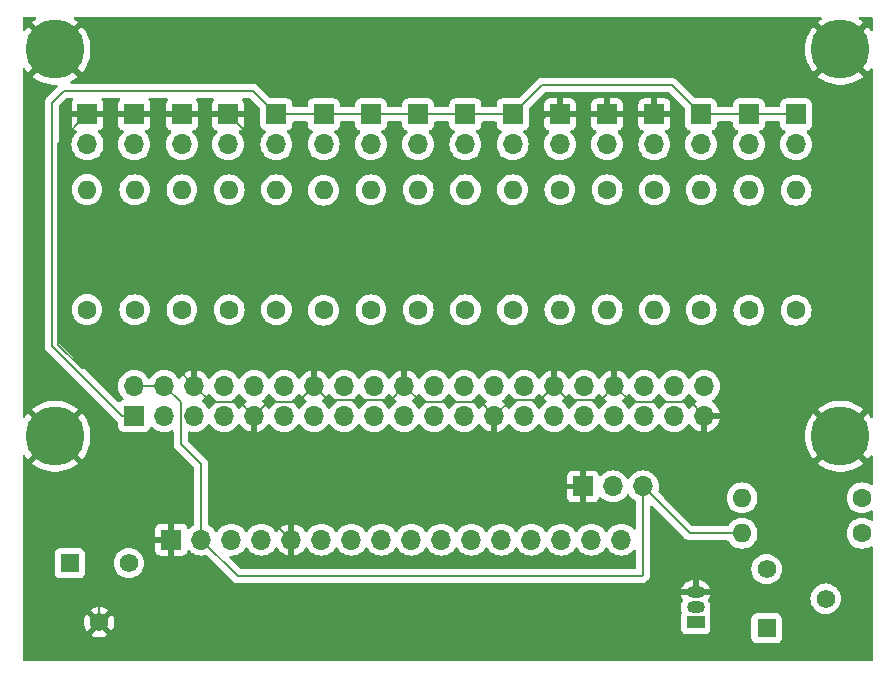
<source format=gbl>
%TF.GenerationSoftware,KiCad,Pcbnew,8.0.7-8.0.7-0~ubuntu24.04.1*%
%TF.CreationDate,2025-01-10T11:12:07+00:00*%
%TF.ProjectId,whenisbins,7768656e-6973-4626-996e-732e6b696361,rev?*%
%TF.SameCoordinates,Original*%
%TF.FileFunction,Copper,L2,Bot*%
%TF.FilePolarity,Positive*%
%FSLAX46Y46*%
G04 Gerber Fmt 4.6, Leading zero omitted, Abs format (unit mm)*
G04 Created by KiCad (PCBNEW 8.0.7-8.0.7-0~ubuntu24.04.1) date 2025-01-10 11:12:07*
%MOMM*%
%LPD*%
G01*
G04 APERTURE LIST*
%TA.AperFunction,ComponentPad*%
%ADD10C,2.900000*%
%TD*%
%TA.AperFunction,ConnectorPad*%
%ADD11C,5.000000*%
%TD*%
%TA.AperFunction,ComponentPad*%
%ADD12O,1.600000X1.600000*%
%TD*%
%TA.AperFunction,ComponentPad*%
%ADD13C,1.600000*%
%TD*%
%TA.AperFunction,ComponentPad*%
%ADD14O,1.700000X1.700000*%
%TD*%
%TA.AperFunction,ComponentPad*%
%ADD15R,1.700000X1.700000*%
%TD*%
%TA.AperFunction,ComponentPad*%
%ADD16R,1.560000X1.560000*%
%TD*%
%TA.AperFunction,ComponentPad*%
%ADD17C,1.560000*%
%TD*%
%TA.AperFunction,ComponentPad*%
%ADD18R,1.500000X1.050000*%
%TD*%
%TA.AperFunction,ComponentPad*%
%ADD19O,1.500000X1.050000*%
%TD*%
%TA.AperFunction,Conductor*%
%ADD20C,0.200000*%
%TD*%
G04 APERTURE END LIST*
D10*
X109750000Y-89500000D03*
D11*
X109750000Y-89500000D03*
D10*
X176250000Y-89500000D03*
D11*
X176250000Y-89500000D03*
D10*
X109750000Y-122250000D03*
D11*
X109750000Y-122250000D03*
D10*
X176250000Y-122250000D03*
D11*
X176250000Y-122250000D03*
D12*
X152500000Y-111534545D03*
D13*
X152500000Y-101374545D03*
D12*
X156500000Y-111534545D03*
D13*
X156500000Y-101374545D03*
D12*
X160500000Y-111534545D03*
D13*
X160500000Y-101374545D03*
D12*
X164460500Y-101374545D03*
D13*
X164460500Y-111534545D03*
D12*
X168500000Y-101420000D03*
D13*
X168500000Y-111580000D03*
D12*
X172500000Y-101420000D03*
D13*
X172500000Y-111580000D03*
D14*
X152500000Y-97540000D03*
D15*
X152500000Y-95000000D03*
X156500000Y-95000000D03*
D14*
X156500000Y-97540000D03*
X160500000Y-97540000D03*
D15*
X160500000Y-95000000D03*
D14*
X164454762Y-97540000D03*
D15*
X164454762Y-95000000D03*
D14*
X168500000Y-97540000D03*
D15*
X168500000Y-95000000D03*
D14*
X172500000Y-97540000D03*
D15*
X172500000Y-95000000D03*
D12*
X128500000Y-101374545D03*
D13*
X128500000Y-111534545D03*
D15*
X112500000Y-95000000D03*
D14*
X112500000Y-97540000D03*
D13*
X136500000Y-111534545D03*
D12*
X136500000Y-101374545D03*
D16*
X170000000Y-138500000D03*
D17*
X175000000Y-136000000D03*
X170000000Y-133500000D03*
D12*
X167920000Y-127460500D03*
D13*
X178080000Y-127460500D03*
D14*
X132500000Y-97540000D03*
D15*
X132500000Y-95000000D03*
D14*
X116460000Y-118000000D03*
X119000000Y-118000000D03*
X121540000Y-118000000D03*
X124080000Y-118000000D03*
X126620000Y-118000000D03*
X129160000Y-118000000D03*
X131700000Y-118000000D03*
X134240000Y-118000000D03*
X136780000Y-118000000D03*
X139320000Y-118000000D03*
X141860000Y-118000000D03*
X144400000Y-118000000D03*
X146940000Y-118000000D03*
X149480000Y-118000000D03*
X152020000Y-118000000D03*
X154560000Y-118000000D03*
X157100000Y-118000000D03*
X159640000Y-118000000D03*
X162180000Y-118000000D03*
X164720000Y-118000000D03*
X164720000Y-120540000D03*
X162180000Y-120540000D03*
X159640000Y-120540000D03*
X157100000Y-120540000D03*
X154560000Y-120540000D03*
X152020000Y-120540000D03*
X149480000Y-120540000D03*
X146940000Y-120540000D03*
X144400000Y-120540000D03*
X141860000Y-120540000D03*
X139320000Y-120540000D03*
X136780000Y-120540000D03*
X134240000Y-120540000D03*
X131700000Y-120540000D03*
X129160000Y-120540000D03*
X126620000Y-120540000D03*
X124080000Y-120540000D03*
X121540000Y-120540000D03*
X119000000Y-120540000D03*
D15*
X116460000Y-120540000D03*
X120500000Y-95000000D03*
D14*
X120500000Y-97540000D03*
D13*
X132500000Y-111580000D03*
D12*
X132500000Y-101420000D03*
D14*
X128500000Y-97540000D03*
D15*
X128500000Y-95000000D03*
D16*
X111000000Y-133000000D03*
D17*
X113500000Y-138000000D03*
X116000000Y-133000000D03*
D14*
X148500000Y-97540000D03*
D15*
X148500000Y-95000000D03*
X116460500Y-95000000D03*
D14*
X116460500Y-97540000D03*
D15*
X124407143Y-95000000D03*
D14*
X124407143Y-97540000D03*
D15*
X154460000Y-126500000D03*
D14*
X157000000Y-126500000D03*
X159540000Y-126500000D03*
D12*
X124500000Y-101374545D03*
D13*
X124500000Y-111534545D03*
X148500000Y-111534545D03*
D12*
X148500000Y-101374545D03*
X116500000Y-101374545D03*
D13*
X116500000Y-111534545D03*
X112460500Y-111530000D03*
D12*
X112460500Y-101370000D03*
D14*
X140500000Y-97540000D03*
D15*
X140500000Y-95000000D03*
D13*
X120500000Y-111534545D03*
D12*
X120500000Y-101374545D03*
D13*
X144500000Y-111534545D03*
D12*
X144500000Y-101374545D03*
D14*
X144500000Y-97540000D03*
D15*
X144500000Y-95000000D03*
D13*
X140500000Y-111534545D03*
D12*
X140500000Y-101374545D03*
D18*
X164000000Y-138000000D03*
D19*
X164000000Y-136730000D03*
X164000000Y-135460000D03*
D14*
X136500000Y-97540000D03*
D15*
X136500000Y-95000000D03*
D13*
X178080000Y-130460500D03*
D12*
X167920000Y-130460500D03*
D14*
X157700000Y-131000000D03*
X155160000Y-131000000D03*
X152620000Y-131000000D03*
X150080000Y-131000000D03*
X147540000Y-131000000D03*
X145000000Y-131000000D03*
X142460000Y-131000000D03*
X139920000Y-131000000D03*
X137380000Y-131000000D03*
X134840000Y-131000000D03*
X132300000Y-131000000D03*
X129760000Y-131000000D03*
X127220000Y-131000000D03*
X124680000Y-131000000D03*
X122140000Y-131000000D03*
D15*
X119600000Y-131000000D03*
D20*
X150500000Y-96000000D02*
X151500000Y-95000000D01*
X151500000Y-95000000D02*
X152500000Y-95000000D01*
X164000000Y-135460000D02*
X116040000Y-135460000D01*
X116040000Y-135460000D02*
X113500000Y-138000000D01*
X113500000Y-138000000D02*
X113500000Y-132500000D01*
X113500000Y-132500000D02*
X115000000Y-131000000D01*
X115000000Y-131000000D02*
X119600000Y-131000000D01*
X126620000Y-120540000D02*
X126620000Y-127860000D01*
X126620000Y-127860000D02*
X129760000Y-131000000D01*
X148500000Y-95000000D02*
X151000000Y-92500000D01*
X151000000Y-92500000D02*
X161954762Y-92500000D01*
X161954762Y-92500000D02*
X164454762Y-95000000D01*
X124407143Y-95000000D02*
X126500000Y-97092857D01*
X126500000Y-97092857D02*
X126500000Y-99000000D01*
X126500000Y-99000000D02*
X127500000Y-100000000D01*
X127500000Y-100000000D02*
X149000000Y-100000000D01*
X149000000Y-100000000D02*
X150500000Y-98500000D01*
X150500000Y-98500000D02*
X150500000Y-96000000D01*
X116460000Y-120540000D02*
X115410000Y-120540000D01*
X115410000Y-120540000D02*
X109500000Y-114630000D01*
X109500000Y-114630000D02*
X109500000Y-94000000D01*
X109500000Y-94000000D02*
X110500000Y-93000000D01*
X110500000Y-93000000D02*
X126500000Y-93000000D01*
X126500000Y-93000000D02*
X128500000Y-95000000D01*
X121540000Y-118000000D02*
X120040000Y-116500000D01*
X120040000Y-116500000D02*
X112000000Y-116500000D01*
X112000000Y-116500000D02*
X110000000Y-114500000D01*
X110000000Y-114500000D02*
X110000000Y-97500000D01*
X110000000Y-97500000D02*
X112500000Y-95000000D01*
X119000000Y-118000000D02*
X120390000Y-119390000D01*
X120390000Y-119390000D02*
X120390000Y-122890000D01*
X120390000Y-122890000D02*
X122140000Y-124640000D01*
X122140000Y-124640000D02*
X122140000Y-131000000D01*
X172500000Y-95000000D02*
X164454762Y-95000000D01*
X148500000Y-95000000D02*
X128500000Y-95000000D01*
X124407143Y-95000000D02*
X112500000Y-95000000D01*
X146940000Y-120540000D02*
X146940000Y-123940000D01*
X146940000Y-123940000D02*
X149500000Y-126500000D01*
X149500000Y-126500000D02*
X154460000Y-126500000D01*
X159540000Y-126500000D02*
X159540000Y-133960000D01*
X159540000Y-133960000D02*
X159420000Y-134080000D01*
X159420000Y-134080000D02*
X125220000Y-134080000D01*
X125220000Y-134080000D02*
X122140000Y-131000000D01*
X167920000Y-130460500D02*
X163500500Y-130460500D01*
X163500500Y-130460500D02*
X159540000Y-126500000D01*
X126620000Y-120540000D02*
X126540000Y-120540000D01*
X126540000Y-120540000D02*
X125390000Y-119390000D01*
X125390000Y-119390000D02*
X122930000Y-119390000D01*
X122930000Y-119390000D02*
X121540000Y-118000000D01*
X131700000Y-118000000D02*
X130310000Y-119390000D01*
X130310000Y-119390000D02*
X127770000Y-119390000D01*
X127770000Y-119390000D02*
X126620000Y-120540000D01*
X139320000Y-118000000D02*
X138170000Y-119150000D01*
X138170000Y-119150000D02*
X132850000Y-119150000D01*
X132850000Y-119150000D02*
X131700000Y-118000000D01*
X146940000Y-120540000D02*
X145790000Y-119390000D01*
X145790000Y-119390000D02*
X140710000Y-119390000D01*
X140710000Y-119390000D02*
X139320000Y-118000000D01*
X152020000Y-118000000D02*
X152000000Y-118000000D01*
X150850000Y-119150000D02*
X148330000Y-119150000D01*
X152000000Y-118000000D02*
X150850000Y-119150000D01*
X148330000Y-119150000D02*
X146940000Y-120540000D01*
X157100000Y-118000000D02*
X155950000Y-119150000D01*
X155950000Y-119150000D02*
X153170000Y-119150000D01*
X153170000Y-119150000D02*
X152020000Y-118000000D01*
X164720000Y-120540000D02*
X163570000Y-119390000D01*
X163570000Y-119390000D02*
X158490000Y-119390000D01*
X158490000Y-119390000D02*
X157100000Y-118000000D01*
X119000000Y-118000000D02*
X116460000Y-118000000D01*
%TA.AperFunction,Conductor*%
G36*
X174623842Y-86770185D02*
G01*
X174669597Y-86822989D01*
X174679541Y-86892147D01*
X174650516Y-86955703D01*
X174624942Y-86978100D01*
X174455494Y-87089547D01*
X174455487Y-87089552D01*
X174312817Y-87209264D01*
X175559874Y-88456320D01*
X175435680Y-88546554D01*
X175296554Y-88685680D01*
X175206320Y-88809873D01*
X173956148Y-87559701D01*
X173956146Y-87559701D01*
X173947973Y-87568366D01*
X173739289Y-87848677D01*
X173564561Y-88151316D01*
X173564555Y-88151329D01*
X173426145Y-88472199D01*
X173325916Y-88806988D01*
X173325914Y-88806997D01*
X173265236Y-89151119D01*
X173265235Y-89151130D01*
X173244916Y-89499996D01*
X173244916Y-89500003D01*
X173265235Y-89848869D01*
X173265236Y-89848880D01*
X173325914Y-90193002D01*
X173325916Y-90193011D01*
X173426145Y-90527800D01*
X173564555Y-90848670D01*
X173564561Y-90848683D01*
X173739289Y-91151322D01*
X173947972Y-91431631D01*
X173947976Y-91431636D01*
X173956147Y-91440297D01*
X173956148Y-91440298D01*
X175206320Y-90190125D01*
X175296554Y-90314320D01*
X175435680Y-90453446D01*
X175559873Y-90543678D01*
X174312817Y-91790733D01*
X174312818Y-91790734D01*
X174455480Y-91910442D01*
X174747461Y-92102480D01*
X175059739Y-92259314D01*
X175059745Y-92259316D01*
X175388130Y-92378838D01*
X175388133Y-92378839D01*
X175728171Y-92459429D01*
X176075276Y-92499999D01*
X176075277Y-92500000D01*
X176424723Y-92500000D01*
X176424723Y-92499999D01*
X176771827Y-92459429D01*
X176771829Y-92459429D01*
X177111866Y-92378839D01*
X177111869Y-92378838D01*
X177440254Y-92259316D01*
X177440260Y-92259314D01*
X177752538Y-92102480D01*
X178044515Y-91910445D01*
X178187180Y-91790734D01*
X178187181Y-91790733D01*
X176940126Y-90543678D01*
X177064320Y-90453446D01*
X177203446Y-90314320D01*
X177293679Y-90190126D01*
X178543850Y-91440297D01*
X178552032Y-91431625D01*
X178760710Y-91151322D01*
X178768112Y-91138502D01*
X178818678Y-91090286D01*
X178887284Y-91077061D01*
X178952150Y-91103028D01*
X178992679Y-91159941D01*
X178999500Y-91200500D01*
X178999500Y-120549499D01*
X178979815Y-120616538D01*
X178927011Y-120662293D01*
X178857853Y-120672237D01*
X178794297Y-120643212D01*
X178768113Y-120611500D01*
X178760707Y-120598674D01*
X178552029Y-120318371D01*
X178543850Y-120309701D01*
X178543850Y-120309700D01*
X177293678Y-121559872D01*
X177203446Y-121435680D01*
X177064320Y-121296554D01*
X176940125Y-121206320D01*
X178187181Y-119959265D01*
X178187180Y-119959264D01*
X178044519Y-119839557D01*
X177752538Y-119647519D01*
X177440260Y-119490685D01*
X177440254Y-119490683D01*
X177111869Y-119371161D01*
X177111866Y-119371160D01*
X176771828Y-119290570D01*
X176424723Y-119250000D01*
X176075277Y-119250000D01*
X175728172Y-119290570D01*
X175728170Y-119290570D01*
X175388133Y-119371160D01*
X175388130Y-119371161D01*
X175059745Y-119490683D01*
X175059739Y-119490685D01*
X174747461Y-119647519D01*
X174455485Y-119839554D01*
X174312817Y-119959264D01*
X175559874Y-121206320D01*
X175435680Y-121296554D01*
X175296554Y-121435680D01*
X175206320Y-121559873D01*
X173956148Y-120309701D01*
X173956146Y-120309701D01*
X173947973Y-120318366D01*
X173739289Y-120598677D01*
X173564561Y-120901316D01*
X173564555Y-120901329D01*
X173426145Y-121222199D01*
X173325916Y-121556988D01*
X173325914Y-121556997D01*
X173265236Y-121901119D01*
X173265235Y-121901130D01*
X173244916Y-122249996D01*
X173244916Y-122250003D01*
X173265235Y-122598869D01*
X173265236Y-122598880D01*
X173325914Y-122943002D01*
X173325916Y-122943011D01*
X173426145Y-123277800D01*
X173564555Y-123598670D01*
X173564561Y-123598683D01*
X173739289Y-123901322D01*
X173947972Y-124181631D01*
X173947976Y-124181636D01*
X173956147Y-124190297D01*
X173956148Y-124190298D01*
X175206320Y-122940125D01*
X175296554Y-123064320D01*
X175435680Y-123203446D01*
X175559873Y-123293678D01*
X174312817Y-124540733D01*
X174312818Y-124540734D01*
X174455480Y-124660442D01*
X174747461Y-124852480D01*
X175059739Y-125009314D01*
X175059745Y-125009316D01*
X175388130Y-125128838D01*
X175388133Y-125128839D01*
X175728171Y-125209429D01*
X176075276Y-125249999D01*
X176075277Y-125250000D01*
X176424723Y-125250000D01*
X176424723Y-125249999D01*
X176771827Y-125209429D01*
X176771829Y-125209429D01*
X177111866Y-125128839D01*
X177111869Y-125128838D01*
X177440254Y-125009316D01*
X177440260Y-125009314D01*
X177752538Y-124852480D01*
X178044515Y-124660445D01*
X178187180Y-124540734D01*
X178187181Y-124540733D01*
X176940126Y-123293678D01*
X177064320Y-123203446D01*
X177203446Y-123064320D01*
X177293679Y-122940126D01*
X178543850Y-124190297D01*
X178552032Y-124181625D01*
X178760710Y-123901322D01*
X178768112Y-123888502D01*
X178818678Y-123840286D01*
X178887284Y-123827061D01*
X178952150Y-123853028D01*
X178992679Y-123909941D01*
X178999500Y-123950500D01*
X178999500Y-126278521D01*
X178979815Y-126345560D01*
X178927011Y-126391315D01*
X178857853Y-126401259D01*
X178804378Y-126380097D01*
X178755053Y-126345560D01*
X178732734Y-126329932D01*
X178683572Y-126307007D01*
X178526497Y-126233761D01*
X178526488Y-126233758D01*
X178306697Y-126174866D01*
X178306693Y-126174865D01*
X178306692Y-126174865D01*
X178306691Y-126174864D01*
X178306686Y-126174864D01*
X178080002Y-126155032D01*
X178079998Y-126155032D01*
X177853313Y-126174864D01*
X177853302Y-126174866D01*
X177633511Y-126233758D01*
X177633502Y-126233761D01*
X177427267Y-126329931D01*
X177427265Y-126329932D01*
X177240858Y-126460454D01*
X177079954Y-126621358D01*
X176949432Y-126807765D01*
X176949431Y-126807767D01*
X176853261Y-127014002D01*
X176853258Y-127014011D01*
X176794366Y-127233802D01*
X176794364Y-127233813D01*
X176774532Y-127460498D01*
X176774532Y-127460501D01*
X176794364Y-127687186D01*
X176794366Y-127687197D01*
X176853258Y-127906988D01*
X176853261Y-127906997D01*
X176949431Y-128113232D01*
X176949432Y-128113234D01*
X177079954Y-128299641D01*
X177240858Y-128460545D01*
X177240861Y-128460547D01*
X177427266Y-128591068D01*
X177633504Y-128687239D01*
X177853308Y-128746135D01*
X178015230Y-128760301D01*
X178079998Y-128765968D01*
X178080000Y-128765968D01*
X178080002Y-128765968D01*
X178136673Y-128761009D01*
X178306692Y-128746135D01*
X178526496Y-128687239D01*
X178732734Y-128591068D01*
X178804378Y-128540902D01*
X178870583Y-128518576D01*
X178938350Y-128535586D01*
X178986163Y-128586534D01*
X178999500Y-128642478D01*
X178999500Y-129278521D01*
X178979815Y-129345560D01*
X178927011Y-129391315D01*
X178857853Y-129401259D01*
X178804378Y-129380097D01*
X178755053Y-129345560D01*
X178732734Y-129329932D01*
X178732732Y-129329931D01*
X178526497Y-129233761D01*
X178526488Y-129233758D01*
X178306697Y-129174866D01*
X178306693Y-129174865D01*
X178306692Y-129174865D01*
X178306691Y-129174864D01*
X178306686Y-129174864D01*
X178080002Y-129155032D01*
X178079998Y-129155032D01*
X177853313Y-129174864D01*
X177853302Y-129174866D01*
X177633511Y-129233758D01*
X177633502Y-129233761D01*
X177427267Y-129329931D01*
X177427265Y-129329932D01*
X177240858Y-129460454D01*
X177079954Y-129621358D01*
X176949432Y-129807765D01*
X176949431Y-129807767D01*
X176853261Y-130014002D01*
X176853258Y-130014011D01*
X176794366Y-130233802D01*
X176794364Y-130233813D01*
X176774532Y-130460498D01*
X176774532Y-130460501D01*
X176794364Y-130687186D01*
X176794366Y-130687197D01*
X176853258Y-130906988D01*
X176853261Y-130906997D01*
X176949431Y-131113232D01*
X176949432Y-131113234D01*
X177079954Y-131299641D01*
X177240858Y-131460545D01*
X177240861Y-131460547D01*
X177427266Y-131591068D01*
X177633504Y-131687239D01*
X177853308Y-131746135D01*
X178015230Y-131760301D01*
X178079998Y-131765968D01*
X178080000Y-131765968D01*
X178080002Y-131765968D01*
X178136673Y-131761009D01*
X178306692Y-131746135D01*
X178526496Y-131687239D01*
X178732734Y-131591068D01*
X178804378Y-131540902D01*
X178870583Y-131518576D01*
X178938350Y-131535586D01*
X178986163Y-131586534D01*
X178999500Y-131642478D01*
X178999500Y-141125500D01*
X178979815Y-141192539D01*
X178927011Y-141238294D01*
X178875500Y-141249500D01*
X107124500Y-141249500D01*
X107057461Y-141229815D01*
X107011706Y-141177011D01*
X107000500Y-141125500D01*
X107000500Y-137999997D01*
X112215111Y-137999997D01*
X112215111Y-138000002D01*
X112234630Y-138223113D01*
X112234632Y-138223124D01*
X112292596Y-138439450D01*
X112292600Y-138439459D01*
X112387252Y-138642443D01*
X112387253Y-138642445D01*
X112435334Y-138711112D01*
X113017037Y-138129409D01*
X113034075Y-138192993D01*
X113099901Y-138307007D01*
X113192993Y-138400099D01*
X113307007Y-138465925D01*
X113370590Y-138482962D01*
X112788886Y-139064664D01*
X112857555Y-139112746D01*
X113060540Y-139207399D01*
X113060549Y-139207403D01*
X113276875Y-139265367D01*
X113276886Y-139265369D01*
X113499998Y-139284889D01*
X113500002Y-139284889D01*
X113723113Y-139265369D01*
X113723124Y-139265367D01*
X113939450Y-139207403D01*
X113939459Y-139207399D01*
X114142445Y-139112746D01*
X114142451Y-139112742D01*
X114211112Y-139064665D01*
X113629409Y-138482962D01*
X113692993Y-138465925D01*
X113807007Y-138400099D01*
X113900099Y-138307007D01*
X113965925Y-138192993D01*
X113982962Y-138129409D01*
X114564665Y-138711112D01*
X114612742Y-138642451D01*
X114612746Y-138642445D01*
X114707399Y-138439459D01*
X114707403Y-138439450D01*
X114765367Y-138223124D01*
X114765369Y-138223113D01*
X114784889Y-138000002D01*
X114784889Y-137999997D01*
X114765369Y-137776886D01*
X114765367Y-137776875D01*
X114707403Y-137560549D01*
X114707399Y-137560540D01*
X114612747Y-137357557D01*
X114612746Y-137357555D01*
X114564664Y-137288887D01*
X114564664Y-137288886D01*
X113982962Y-137870589D01*
X113965925Y-137807007D01*
X113900099Y-137692993D01*
X113807007Y-137599901D01*
X113692993Y-137534075D01*
X113629408Y-137517037D01*
X114211112Y-136935334D01*
X114211112Y-136935333D01*
X114142445Y-136887253D01*
X114142443Y-136887252D01*
X113939459Y-136792600D01*
X113939450Y-136792596D01*
X113723124Y-136734632D01*
X113723113Y-136734630D01*
X113500002Y-136715111D01*
X113499998Y-136715111D01*
X113276886Y-136734630D01*
X113276875Y-136734632D01*
X113060549Y-136792596D01*
X113060540Y-136792600D01*
X112857556Y-136887253D01*
X112788887Y-136935334D01*
X113370591Y-137517037D01*
X113307007Y-137534075D01*
X113192993Y-137599901D01*
X113099901Y-137692993D01*
X113034075Y-137807007D01*
X113017037Y-137870590D01*
X112435334Y-137288887D01*
X112387253Y-137357556D01*
X112292600Y-137560540D01*
X112292596Y-137560549D01*
X112234632Y-137776875D01*
X112234630Y-137776886D01*
X112215111Y-137999997D01*
X107000500Y-137999997D01*
X107000500Y-136628992D01*
X162749500Y-136628992D01*
X162749500Y-136831007D01*
X162788907Y-137029119D01*
X162788909Y-137029127D01*
X162822325Y-137109800D01*
X162829794Y-137179270D01*
X162810038Y-137224660D01*
X162810454Y-137224887D01*
X162807919Y-137229528D01*
X162807037Y-137231556D01*
X162806206Y-137232665D01*
X162806202Y-137232672D01*
X162755908Y-137367517D01*
X162749501Y-137427116D01*
X162749501Y-137427123D01*
X162749500Y-137427135D01*
X162749500Y-138572870D01*
X162749501Y-138572876D01*
X162755908Y-138632483D01*
X162806202Y-138767328D01*
X162806206Y-138767335D01*
X162892452Y-138882544D01*
X162892455Y-138882547D01*
X163007664Y-138968793D01*
X163007671Y-138968797D01*
X163142517Y-139019091D01*
X163142516Y-139019091D01*
X163149444Y-139019835D01*
X163202127Y-139025500D01*
X164797872Y-139025499D01*
X164857483Y-139019091D01*
X164992331Y-138968796D01*
X165107546Y-138882546D01*
X165193796Y-138767331D01*
X165244091Y-138632483D01*
X165250500Y-138572873D01*
X165250499Y-137672135D01*
X168719500Y-137672135D01*
X168719500Y-139327870D01*
X168719501Y-139327876D01*
X168725908Y-139387483D01*
X168776202Y-139522328D01*
X168776206Y-139522335D01*
X168862452Y-139637544D01*
X168862455Y-139637547D01*
X168977664Y-139723793D01*
X168977671Y-139723797D01*
X169112517Y-139774091D01*
X169112516Y-139774091D01*
X169119444Y-139774835D01*
X169172127Y-139780500D01*
X170827872Y-139780499D01*
X170887483Y-139774091D01*
X171022331Y-139723796D01*
X171137546Y-139637546D01*
X171223796Y-139522331D01*
X171274091Y-139387483D01*
X171280500Y-139327873D01*
X171280499Y-137672128D01*
X171274091Y-137612517D01*
X171254708Y-137560549D01*
X171223797Y-137477671D01*
X171223793Y-137477664D01*
X171137547Y-137362455D01*
X171137544Y-137362452D01*
X171022335Y-137276206D01*
X171022328Y-137276202D01*
X170887482Y-137225908D01*
X170887483Y-137225908D01*
X170827883Y-137219501D01*
X170827881Y-137219500D01*
X170827873Y-137219500D01*
X170827864Y-137219500D01*
X169172129Y-137219500D01*
X169172123Y-137219501D01*
X169112516Y-137225908D01*
X168977671Y-137276202D01*
X168977664Y-137276206D01*
X168862455Y-137362452D01*
X168862452Y-137362455D01*
X168776206Y-137477664D01*
X168776202Y-137477671D01*
X168725908Y-137612517D01*
X168722261Y-137646446D01*
X168719501Y-137672123D01*
X168719500Y-137672135D01*
X165250499Y-137672135D01*
X165250499Y-137427128D01*
X165244091Y-137367517D01*
X165240376Y-137357557D01*
X165193797Y-137232671D01*
X165193796Y-137232670D01*
X165193796Y-137232669D01*
X165192967Y-137231562D01*
X165192485Y-137230268D01*
X165189546Y-137224886D01*
X165190319Y-137224463D01*
X165168551Y-137166099D01*
X165177675Y-137109798D01*
X165211089Y-137029132D01*
X165211089Y-137029131D01*
X165211091Y-137029127D01*
X165250500Y-136831003D01*
X165250500Y-136628997D01*
X165211091Y-136430873D01*
X165133786Y-136244244D01*
X165079794Y-136163439D01*
X165058917Y-136096764D01*
X165077401Y-136029384D01*
X165079796Y-136025658D01*
X165096942Y-135999998D01*
X173714609Y-135999998D01*
X173714609Y-136000001D01*
X173734136Y-136223200D01*
X173734137Y-136223208D01*
X173792126Y-136439625D01*
X173792127Y-136439627D01*
X173792128Y-136439630D01*
X173880429Y-136628992D01*
X173886819Y-136642696D01*
X173886821Y-136642700D01*
X174015329Y-136826228D01*
X174015334Y-136826234D01*
X174173765Y-136984665D01*
X174173771Y-136984670D01*
X174357299Y-137113178D01*
X174357301Y-137113179D01*
X174357304Y-137113181D01*
X174560370Y-137207872D01*
X174776794Y-137265863D01*
X174936226Y-137279811D01*
X174999998Y-137285391D01*
X175000000Y-137285391D01*
X175000002Y-137285391D01*
X175055801Y-137280509D01*
X175223206Y-137265863D01*
X175439630Y-137207872D01*
X175642696Y-137113181D01*
X175826233Y-136984667D01*
X175984667Y-136826233D01*
X176113181Y-136642696D01*
X176207872Y-136439630D01*
X176265863Y-136223206D01*
X176285391Y-136000000D01*
X176265863Y-135776794D01*
X176207872Y-135560370D01*
X176113181Y-135357305D01*
X176023863Y-135229745D01*
X175984668Y-135173768D01*
X175921456Y-135110556D01*
X175826233Y-135015333D01*
X175826229Y-135015330D01*
X175826228Y-135015329D01*
X175642700Y-134886821D01*
X175642696Y-134886819D01*
X175642694Y-134886818D01*
X175439630Y-134792128D01*
X175439627Y-134792127D01*
X175439625Y-134792126D01*
X175223208Y-134734137D01*
X175223200Y-134734136D01*
X175000002Y-134714609D01*
X174999998Y-134714609D01*
X174776799Y-134734136D01*
X174776791Y-134734137D01*
X174560374Y-134792126D01*
X174560368Y-134792129D01*
X174357306Y-134886818D01*
X174357304Y-134886819D01*
X174173764Y-135015334D01*
X174015334Y-135173764D01*
X173886819Y-135357304D01*
X173886818Y-135357306D01*
X173792129Y-135560368D01*
X173792126Y-135560374D01*
X173734137Y-135776791D01*
X173734136Y-135776799D01*
X173714609Y-135999998D01*
X165096942Y-135999998D01*
X165133344Y-135945518D01*
X165133346Y-135945515D01*
X165210609Y-135758983D01*
X165210612Y-135758974D01*
X165220353Y-135710000D01*
X164365866Y-135710000D01*
X164341674Y-135707617D01*
X164326004Y-135704500D01*
X164326003Y-135704500D01*
X164285830Y-135704500D01*
X164300075Y-135690255D01*
X164349444Y-135604745D01*
X164375000Y-135509370D01*
X164375000Y-135410630D01*
X164349444Y-135315255D01*
X164300075Y-135229745D01*
X164280330Y-135210000D01*
X165220353Y-135210000D01*
X165210612Y-135161025D01*
X165210609Y-135161016D01*
X165133347Y-134974486D01*
X165133340Y-134974473D01*
X165021170Y-134806600D01*
X165021167Y-134806596D01*
X164878403Y-134663832D01*
X164878399Y-134663829D01*
X164710526Y-134551659D01*
X164710513Y-134551652D01*
X164523983Y-134474390D01*
X164523974Y-134474387D01*
X164325958Y-134435000D01*
X164250000Y-134435000D01*
X164250000Y-135179670D01*
X164230255Y-135159925D01*
X164144745Y-135110556D01*
X164049370Y-135085000D01*
X163950630Y-135085000D01*
X163855255Y-135110556D01*
X163769745Y-135159925D01*
X163750000Y-135179670D01*
X163750000Y-134435000D01*
X163674041Y-134435000D01*
X163476025Y-134474387D01*
X163476016Y-134474390D01*
X163289486Y-134551652D01*
X163289473Y-134551659D01*
X163121600Y-134663829D01*
X163121596Y-134663832D01*
X162978832Y-134806596D01*
X162978829Y-134806600D01*
X162866659Y-134974473D01*
X162866652Y-134974486D01*
X162789390Y-135161016D01*
X162789387Y-135161025D01*
X162779647Y-135210000D01*
X163719670Y-135210000D01*
X163699925Y-135229745D01*
X163650556Y-135315255D01*
X163625000Y-135410630D01*
X163625000Y-135509370D01*
X163650556Y-135604745D01*
X163699925Y-135690255D01*
X163714170Y-135704500D01*
X163673997Y-135704500D01*
X163673996Y-135704500D01*
X163658326Y-135707617D01*
X163634134Y-135710000D01*
X162779647Y-135710000D01*
X162789387Y-135758974D01*
X162789390Y-135758983D01*
X162866652Y-135945513D01*
X162866659Y-135945526D01*
X162920203Y-136025659D01*
X162941081Y-136092336D01*
X162922597Y-136159716D01*
X162920204Y-136163439D01*
X162866214Y-136244243D01*
X162788909Y-136430872D01*
X162788907Y-136430880D01*
X162749500Y-136628992D01*
X107000500Y-136628992D01*
X107000500Y-132172135D01*
X109719500Y-132172135D01*
X109719500Y-133827870D01*
X109719501Y-133827876D01*
X109725908Y-133887483D01*
X109776202Y-134022328D01*
X109776206Y-134022335D01*
X109862452Y-134137544D01*
X109862455Y-134137547D01*
X109977664Y-134223793D01*
X109977671Y-134223797D01*
X110112517Y-134274091D01*
X110112516Y-134274091D01*
X110119444Y-134274835D01*
X110172127Y-134280500D01*
X111827872Y-134280499D01*
X111887483Y-134274091D01*
X112022331Y-134223796D01*
X112137546Y-134137546D01*
X112223796Y-134022331D01*
X112274091Y-133887483D01*
X112280500Y-133827873D01*
X112280499Y-132999998D01*
X114714609Y-132999998D01*
X114714609Y-133000001D01*
X114734136Y-133223200D01*
X114734137Y-133223208D01*
X114792126Y-133439625D01*
X114792127Y-133439627D01*
X114792128Y-133439630D01*
X114886819Y-133642696D01*
X114886821Y-133642700D01*
X115015329Y-133826228D01*
X115015334Y-133826234D01*
X115173765Y-133984665D01*
X115173771Y-133984670D01*
X115357299Y-134113178D01*
X115357301Y-134113179D01*
X115357304Y-134113181D01*
X115560370Y-134207872D01*
X115776794Y-134265863D01*
X115936226Y-134279811D01*
X115999998Y-134285391D01*
X116000000Y-134285391D01*
X116000002Y-134285391D01*
X116055927Y-134280498D01*
X116223206Y-134265863D01*
X116439630Y-134207872D01*
X116642696Y-134113181D01*
X116826233Y-133984667D01*
X116984667Y-133826233D01*
X117113181Y-133642696D01*
X117207872Y-133439630D01*
X117265863Y-133223206D01*
X117285391Y-133000000D01*
X117265863Y-132776794D01*
X117207872Y-132560370D01*
X117113181Y-132357305D01*
X116984667Y-132173767D01*
X116826233Y-132015333D01*
X116826229Y-132015330D01*
X116826228Y-132015329D01*
X116642700Y-131886821D01*
X116642696Y-131886819D01*
X116590445Y-131862454D01*
X116439630Y-131792128D01*
X116439627Y-131792127D01*
X116439625Y-131792126D01*
X116223208Y-131734137D01*
X116223200Y-131734136D01*
X116000002Y-131714609D01*
X115999998Y-131714609D01*
X115776799Y-131734136D01*
X115776791Y-131734137D01*
X115560374Y-131792126D01*
X115560368Y-131792129D01*
X115357306Y-131886818D01*
X115357304Y-131886819D01*
X115173764Y-132015334D01*
X115015334Y-132173764D01*
X114886819Y-132357304D01*
X114886818Y-132357306D01*
X114792129Y-132560368D01*
X114792126Y-132560374D01*
X114734137Y-132776791D01*
X114734136Y-132776799D01*
X114714609Y-132999998D01*
X112280499Y-132999998D01*
X112280499Y-132172128D01*
X112274091Y-132112517D01*
X112266473Y-132092093D01*
X112223797Y-131977671D01*
X112223793Y-131977664D01*
X112137547Y-131862455D01*
X112137544Y-131862452D01*
X112022335Y-131776206D01*
X112022328Y-131776202D01*
X111887482Y-131725908D01*
X111887483Y-131725908D01*
X111827883Y-131719501D01*
X111827881Y-131719500D01*
X111827873Y-131719500D01*
X111827864Y-131719500D01*
X110172129Y-131719500D01*
X110172123Y-131719501D01*
X110112516Y-131725908D01*
X109977671Y-131776202D01*
X109977664Y-131776206D01*
X109862455Y-131862452D01*
X109862452Y-131862455D01*
X109776206Y-131977664D01*
X109776202Y-131977671D01*
X109725908Y-132112517D01*
X109719501Y-132172116D01*
X109719501Y-132172123D01*
X109719500Y-132172135D01*
X107000500Y-132172135D01*
X107000500Y-123950500D01*
X107020185Y-123883461D01*
X107072989Y-123837706D01*
X107142147Y-123827762D01*
X107205703Y-123856787D01*
X107231888Y-123888502D01*
X107239289Y-123901322D01*
X107447972Y-124181631D01*
X107447976Y-124181636D01*
X107456147Y-124190297D01*
X107456148Y-124190298D01*
X108706320Y-122940125D01*
X108796554Y-123064320D01*
X108935680Y-123203446D01*
X109059873Y-123293678D01*
X107812817Y-124540733D01*
X107812818Y-124540734D01*
X107955480Y-124660442D01*
X108247461Y-124852480D01*
X108559739Y-125009314D01*
X108559745Y-125009316D01*
X108888130Y-125128838D01*
X108888133Y-125128839D01*
X109228171Y-125209429D01*
X109575276Y-125249999D01*
X109575277Y-125250000D01*
X109924723Y-125250000D01*
X109924723Y-125249999D01*
X110271827Y-125209429D01*
X110271829Y-125209429D01*
X110611866Y-125128839D01*
X110611869Y-125128838D01*
X110940254Y-125009316D01*
X110940260Y-125009314D01*
X111252538Y-124852480D01*
X111544515Y-124660445D01*
X111687180Y-124540734D01*
X111687181Y-124540733D01*
X110440126Y-123293678D01*
X110564320Y-123203446D01*
X110703446Y-123064320D01*
X110793679Y-122940126D01*
X112043850Y-124190297D01*
X112052032Y-124181625D01*
X112260710Y-123901322D01*
X112435438Y-123598683D01*
X112435444Y-123598670D01*
X112573854Y-123277800D01*
X112674083Y-122943011D01*
X112674085Y-122943002D01*
X112734763Y-122598880D01*
X112734764Y-122598869D01*
X112755084Y-122250003D01*
X112755084Y-122249996D01*
X112734764Y-121901130D01*
X112734763Y-121901119D01*
X112674085Y-121556997D01*
X112674083Y-121556988D01*
X112573854Y-121222199D01*
X112435444Y-120901329D01*
X112435438Y-120901316D01*
X112260710Y-120598677D01*
X112052029Y-120318371D01*
X112043850Y-120309701D01*
X112043850Y-120309700D01*
X110793678Y-121559872D01*
X110703446Y-121435680D01*
X110564320Y-121296554D01*
X110440125Y-121206320D01*
X111687181Y-119959265D01*
X111687180Y-119959264D01*
X111544519Y-119839557D01*
X111252538Y-119647519D01*
X110940260Y-119490685D01*
X110940254Y-119490683D01*
X110611869Y-119371161D01*
X110611866Y-119371160D01*
X110271828Y-119290570D01*
X109924723Y-119250000D01*
X109575277Y-119250000D01*
X109228172Y-119290570D01*
X109228170Y-119290570D01*
X108888133Y-119371160D01*
X108888130Y-119371161D01*
X108559745Y-119490683D01*
X108559739Y-119490685D01*
X108247461Y-119647519D01*
X107955485Y-119839554D01*
X107812817Y-119959264D01*
X109059874Y-121206320D01*
X108935680Y-121296554D01*
X108796554Y-121435680D01*
X108706320Y-121559873D01*
X107456148Y-120309701D01*
X107456146Y-120309701D01*
X107447973Y-120318366D01*
X107239292Y-120598674D01*
X107231887Y-120611500D01*
X107181319Y-120659715D01*
X107112712Y-120672937D01*
X107047848Y-120646969D01*
X107007320Y-120590055D01*
X107000500Y-120549499D01*
X107000500Y-91200500D01*
X107020185Y-91133461D01*
X107072989Y-91087706D01*
X107142147Y-91077762D01*
X107205703Y-91106787D01*
X107231888Y-91138502D01*
X107239289Y-91151322D01*
X107447972Y-91431631D01*
X107447976Y-91431636D01*
X107456147Y-91440297D01*
X107456148Y-91440298D01*
X108706320Y-90190125D01*
X108796554Y-90314320D01*
X108935680Y-90453446D01*
X109059873Y-90543678D01*
X107812817Y-91790733D01*
X107812818Y-91790734D01*
X107955480Y-91910442D01*
X108247461Y-92102480D01*
X108559739Y-92259314D01*
X108559745Y-92259316D01*
X108888130Y-92378838D01*
X108888133Y-92378839D01*
X109228171Y-92459429D01*
X109575276Y-92499999D01*
X109575277Y-92500000D01*
X109851402Y-92500000D01*
X109918441Y-92519685D01*
X109964196Y-92572489D01*
X109974140Y-92641647D01*
X109945115Y-92705203D01*
X109939083Y-92711681D01*
X109019482Y-93631281D01*
X109019480Y-93631283D01*
X109019480Y-93631284D01*
X108976225Y-93706204D01*
X108940423Y-93768215D01*
X108899499Y-93920943D01*
X108899499Y-93920945D01*
X108899499Y-94089046D01*
X108899500Y-94089059D01*
X108899500Y-114543330D01*
X108899499Y-114543348D01*
X108899499Y-114709054D01*
X108899498Y-114709054D01*
X108940423Y-114861785D01*
X108969358Y-114911900D01*
X108969359Y-114911904D01*
X108969360Y-114911904D01*
X109019479Y-114998714D01*
X109019481Y-114998717D01*
X109138349Y-115117585D01*
X109138355Y-115117590D01*
X114925139Y-120904374D01*
X114925149Y-120904385D01*
X114929479Y-120908715D01*
X114929480Y-120908716D01*
X115041284Y-121020520D01*
X115047499Y-121024108D01*
X115095715Y-121074675D01*
X115109500Y-121131496D01*
X115109500Y-121437869D01*
X115109501Y-121437876D01*
X115115908Y-121497483D01*
X115166202Y-121632328D01*
X115166206Y-121632335D01*
X115252452Y-121747544D01*
X115252455Y-121747547D01*
X115367664Y-121833793D01*
X115367671Y-121833797D01*
X115502517Y-121884091D01*
X115502516Y-121884091D01*
X115509444Y-121884835D01*
X115562127Y-121890500D01*
X117357872Y-121890499D01*
X117417483Y-121884091D01*
X117552331Y-121833796D01*
X117667546Y-121747546D01*
X117753796Y-121632331D01*
X117802810Y-121500916D01*
X117844681Y-121444984D01*
X117910145Y-121420566D01*
X117978418Y-121435417D01*
X118006673Y-121456569D01*
X118128599Y-121578495D01*
X118210499Y-121635842D01*
X118322165Y-121714032D01*
X118322167Y-121714033D01*
X118322170Y-121714035D01*
X118536337Y-121813903D01*
X118764592Y-121875063D01*
X118941034Y-121890500D01*
X118999999Y-121895659D01*
X119000000Y-121895659D01*
X119000001Y-121895659D01*
X119058966Y-121890500D01*
X119235408Y-121875063D01*
X119463663Y-121813903D01*
X119613096Y-121744220D01*
X119682172Y-121733729D01*
X119745956Y-121762249D01*
X119784196Y-121820725D01*
X119789500Y-121856603D01*
X119789500Y-122803330D01*
X119789499Y-122803348D01*
X119789499Y-122969054D01*
X119789498Y-122969054D01*
X119830423Y-123121785D01*
X119859358Y-123171900D01*
X119859359Y-123171904D01*
X119859360Y-123171904D01*
X119909479Y-123258714D01*
X119909481Y-123258717D01*
X120028349Y-123377585D01*
X120028355Y-123377590D01*
X121503181Y-124852416D01*
X121536666Y-124913739D01*
X121539500Y-124940097D01*
X121539500Y-129710908D01*
X121519815Y-129777947D01*
X121467914Y-129823286D01*
X121462173Y-129825963D01*
X121462169Y-129825965D01*
X121268600Y-129961503D01*
X121146284Y-130083819D01*
X121084961Y-130117303D01*
X121015269Y-130112319D01*
X120959336Y-130070447D01*
X120942421Y-130039470D01*
X120893354Y-129907913D01*
X120893350Y-129907906D01*
X120807190Y-129792812D01*
X120807187Y-129792809D01*
X120692093Y-129706649D01*
X120692086Y-129706645D01*
X120557379Y-129656403D01*
X120557372Y-129656401D01*
X120497844Y-129650000D01*
X119850000Y-129650000D01*
X119850000Y-130566988D01*
X119792993Y-130534075D01*
X119665826Y-130500000D01*
X119534174Y-130500000D01*
X119407007Y-130534075D01*
X119350000Y-130566988D01*
X119350000Y-129650000D01*
X118702155Y-129650000D01*
X118642627Y-129656401D01*
X118642620Y-129656403D01*
X118507913Y-129706645D01*
X118507906Y-129706649D01*
X118392812Y-129792809D01*
X118392809Y-129792812D01*
X118306649Y-129907906D01*
X118306645Y-129907913D01*
X118256403Y-130042620D01*
X118256401Y-130042627D01*
X118250000Y-130102155D01*
X118250000Y-130750000D01*
X119166988Y-130750000D01*
X119134075Y-130807007D01*
X119100000Y-130934174D01*
X119100000Y-131065826D01*
X119134075Y-131192993D01*
X119166988Y-131250000D01*
X118250000Y-131250000D01*
X118250000Y-131897844D01*
X118256401Y-131957372D01*
X118256403Y-131957379D01*
X118306645Y-132092086D01*
X118306649Y-132092093D01*
X118392809Y-132207187D01*
X118392812Y-132207190D01*
X118507906Y-132293350D01*
X118507913Y-132293354D01*
X118642620Y-132343596D01*
X118642627Y-132343598D01*
X118702155Y-132349999D01*
X118702172Y-132350000D01*
X119350000Y-132350000D01*
X119350000Y-131433012D01*
X119407007Y-131465925D01*
X119534174Y-131500000D01*
X119665826Y-131500000D01*
X119792993Y-131465925D01*
X119850000Y-131433012D01*
X119850000Y-132350000D01*
X120497828Y-132350000D01*
X120497844Y-132349999D01*
X120557372Y-132343598D01*
X120557379Y-132343596D01*
X120692086Y-132293354D01*
X120692093Y-132293350D01*
X120807187Y-132207190D01*
X120807190Y-132207187D01*
X120893350Y-132092093D01*
X120893354Y-132092086D01*
X120942422Y-131960529D01*
X120984293Y-131904595D01*
X121049757Y-131880178D01*
X121118030Y-131895030D01*
X121146285Y-131916181D01*
X121268599Y-132038495D01*
X121345135Y-132092086D01*
X121462165Y-132174032D01*
X121462167Y-132174033D01*
X121462170Y-132174035D01*
X121676337Y-132273903D01*
X121904592Y-132335063D01*
X122075319Y-132350000D01*
X122139999Y-132355659D01*
X122140000Y-132355659D01*
X122140001Y-132355659D01*
X122204681Y-132350000D01*
X122375408Y-132335063D01*
X122503757Y-132300672D01*
X122573606Y-132302335D01*
X122623530Y-132332765D01*
X124851284Y-134560520D01*
X124851286Y-134560521D01*
X124851290Y-134560524D01*
X124942496Y-134613181D01*
X124988216Y-134639577D01*
X125140943Y-134680501D01*
X125140945Y-134680501D01*
X125306654Y-134680501D01*
X125306670Y-134680500D01*
X159333331Y-134680500D01*
X159333347Y-134680501D01*
X159340943Y-134680501D01*
X159499054Y-134680501D01*
X159499057Y-134680501D01*
X159651785Y-134639577D01*
X159701904Y-134610639D01*
X159788716Y-134560520D01*
X159900520Y-134448716D01*
X159900520Y-134448715D01*
X159917960Y-134431275D01*
X159917962Y-134431272D01*
X160020520Y-134328716D01*
X160021957Y-134326228D01*
X160081095Y-134223796D01*
X160099577Y-134191784D01*
X160140501Y-134039057D01*
X160140501Y-133880942D01*
X160140501Y-133873347D01*
X160140500Y-133873329D01*
X160140500Y-133499998D01*
X168714609Y-133499998D01*
X168714609Y-133500001D01*
X168734136Y-133723200D01*
X168734137Y-133723208D01*
X168792126Y-133939625D01*
X168792127Y-133939627D01*
X168792128Y-133939630D01*
X168873056Y-134113181D01*
X168886819Y-134142696D01*
X168886821Y-134142700D01*
X169015329Y-134326228D01*
X169015334Y-134326234D01*
X169173765Y-134484665D01*
X169173771Y-134484670D01*
X169357299Y-134613178D01*
X169357301Y-134613179D01*
X169357304Y-134613181D01*
X169560370Y-134707872D01*
X169776794Y-134765863D01*
X169936226Y-134779811D01*
X169999998Y-134785391D01*
X170000000Y-134785391D01*
X170000002Y-134785391D01*
X170055801Y-134780509D01*
X170223206Y-134765863D01*
X170439630Y-134707872D01*
X170642696Y-134613181D01*
X170826233Y-134484667D01*
X170984667Y-134326233D01*
X171113181Y-134142696D01*
X171207872Y-133939630D01*
X171265863Y-133723206D01*
X171285391Y-133500000D01*
X171283597Y-133479500D01*
X171265863Y-133276799D01*
X171265863Y-133276794D01*
X171207872Y-133060370D01*
X171113181Y-132857305D01*
X170984667Y-132673767D01*
X170826233Y-132515333D01*
X170826229Y-132515330D01*
X170826228Y-132515329D01*
X170642700Y-132386821D01*
X170642696Y-132386819D01*
X170579403Y-132357305D01*
X170439630Y-132292128D01*
X170439627Y-132292127D01*
X170439625Y-132292126D01*
X170223208Y-132234137D01*
X170223200Y-132234136D01*
X170000002Y-132214609D01*
X169999998Y-132214609D01*
X169776799Y-132234136D01*
X169776791Y-132234137D01*
X169560374Y-132292126D01*
X169560370Y-132292128D01*
X169557741Y-132293354D01*
X169357306Y-132386818D01*
X169357304Y-132386819D01*
X169173764Y-132515334D01*
X169015334Y-132673764D01*
X168886819Y-132857304D01*
X168886818Y-132857306D01*
X168792129Y-133060368D01*
X168792126Y-133060374D01*
X168734137Y-133276791D01*
X168734136Y-133276799D01*
X168714609Y-133499998D01*
X160140500Y-133499998D01*
X160140500Y-128249097D01*
X160160185Y-128182058D01*
X160212989Y-128136303D01*
X160282147Y-128126359D01*
X160345703Y-128155384D01*
X160352181Y-128161416D01*
X163015639Y-130824874D01*
X163015649Y-130824885D01*
X163019979Y-130829215D01*
X163019980Y-130829216D01*
X163131784Y-130941020D01*
X163218595Y-130991139D01*
X163218597Y-130991141D01*
X163256651Y-131013111D01*
X163268715Y-131020077D01*
X163421443Y-131061001D01*
X163421446Y-131061001D01*
X163587153Y-131061001D01*
X163587169Y-131061000D01*
X166688308Y-131061000D01*
X166755347Y-131080685D01*
X166789880Y-131113874D01*
X166874978Y-131235408D01*
X166919954Y-131299641D01*
X167080858Y-131460545D01*
X167080861Y-131460547D01*
X167267266Y-131591068D01*
X167473504Y-131687239D01*
X167693308Y-131746135D01*
X167855230Y-131760301D01*
X167919998Y-131765968D01*
X167920000Y-131765968D01*
X167920002Y-131765968D01*
X167976673Y-131761009D01*
X168146692Y-131746135D01*
X168366496Y-131687239D01*
X168572734Y-131591068D01*
X168759139Y-131460547D01*
X168920047Y-131299639D01*
X169050568Y-131113234D01*
X169146739Y-130906996D01*
X169205635Y-130687192D01*
X169225468Y-130460500D01*
X169205635Y-130233808D01*
X169160916Y-130066915D01*
X169146741Y-130014011D01*
X169146738Y-130014002D01*
X169050568Y-129807766D01*
X168920047Y-129621361D01*
X168920045Y-129621358D01*
X168759141Y-129460454D01*
X168572734Y-129329932D01*
X168572732Y-129329931D01*
X168366497Y-129233761D01*
X168366488Y-129233758D01*
X168146697Y-129174866D01*
X168146693Y-129174865D01*
X168146692Y-129174865D01*
X168146691Y-129174864D01*
X168146686Y-129174864D01*
X167920002Y-129155032D01*
X167919998Y-129155032D01*
X167693313Y-129174864D01*
X167693302Y-129174866D01*
X167473511Y-129233758D01*
X167473502Y-129233761D01*
X167267267Y-129329931D01*
X167267265Y-129329932D01*
X167080858Y-129460454D01*
X166919954Y-129621358D01*
X166843450Y-129730618D01*
X166789881Y-129807124D01*
X166735307Y-129850748D01*
X166688308Y-129860000D01*
X163800597Y-129860000D01*
X163733558Y-129840315D01*
X163712916Y-129823681D01*
X161349733Y-127460498D01*
X166614532Y-127460498D01*
X166614532Y-127460501D01*
X166634364Y-127687186D01*
X166634366Y-127687197D01*
X166693258Y-127906988D01*
X166693261Y-127906997D01*
X166789431Y-128113232D01*
X166789432Y-128113234D01*
X166919954Y-128299641D01*
X167080858Y-128460545D01*
X167080861Y-128460547D01*
X167267266Y-128591068D01*
X167473504Y-128687239D01*
X167693308Y-128746135D01*
X167855230Y-128760301D01*
X167919998Y-128765968D01*
X167920000Y-128765968D01*
X167920002Y-128765968D01*
X167976673Y-128761009D01*
X168146692Y-128746135D01*
X168366496Y-128687239D01*
X168572734Y-128591068D01*
X168759139Y-128460547D01*
X168920047Y-128299639D01*
X169050568Y-128113234D01*
X169146739Y-127906996D01*
X169205635Y-127687192D01*
X169222634Y-127492884D01*
X169225468Y-127460501D01*
X169225468Y-127460498D01*
X169205635Y-127233813D01*
X169205635Y-127233808D01*
X169146739Y-127014004D01*
X169050568Y-126807766D01*
X168920047Y-126621361D01*
X168920045Y-126621358D01*
X168759141Y-126460454D01*
X168572734Y-126329932D01*
X168572732Y-126329931D01*
X168366497Y-126233761D01*
X168366488Y-126233758D01*
X168146697Y-126174866D01*
X168146693Y-126174865D01*
X168146692Y-126174865D01*
X168146691Y-126174864D01*
X168146686Y-126174864D01*
X167920002Y-126155032D01*
X167919998Y-126155032D01*
X167693313Y-126174864D01*
X167693302Y-126174866D01*
X167473511Y-126233758D01*
X167473502Y-126233761D01*
X167267267Y-126329931D01*
X167267265Y-126329932D01*
X167080858Y-126460454D01*
X166919954Y-126621358D01*
X166789432Y-126807765D01*
X166789431Y-126807767D01*
X166693261Y-127014002D01*
X166693258Y-127014011D01*
X166634366Y-127233802D01*
X166634364Y-127233813D01*
X166614532Y-127460498D01*
X161349733Y-127460498D01*
X160872766Y-126983531D01*
X160839281Y-126922208D01*
X160840672Y-126863757D01*
X160855674Y-126807767D01*
X160875063Y-126735408D01*
X160895659Y-126500000D01*
X160875063Y-126264592D01*
X160813903Y-126036337D01*
X160714035Y-125822171D01*
X160708425Y-125814158D01*
X160578494Y-125628597D01*
X160411402Y-125461506D01*
X160411395Y-125461501D01*
X160217834Y-125325967D01*
X160217830Y-125325965D01*
X160146727Y-125292809D01*
X160003663Y-125226097D01*
X160003659Y-125226096D01*
X160003655Y-125226094D01*
X159775413Y-125164938D01*
X159775403Y-125164936D01*
X159540001Y-125144341D01*
X159539999Y-125144341D01*
X159304596Y-125164936D01*
X159304586Y-125164938D01*
X159076344Y-125226094D01*
X159076335Y-125226098D01*
X158862171Y-125325964D01*
X158862169Y-125325965D01*
X158668597Y-125461505D01*
X158501505Y-125628597D01*
X158371575Y-125814158D01*
X158316998Y-125857783D01*
X158247500Y-125864977D01*
X158185145Y-125833454D01*
X158168425Y-125814158D01*
X158038494Y-125628597D01*
X157871402Y-125461506D01*
X157871395Y-125461501D01*
X157677834Y-125325967D01*
X157677830Y-125325965D01*
X157606727Y-125292809D01*
X157463663Y-125226097D01*
X157463659Y-125226096D01*
X157463655Y-125226094D01*
X157235413Y-125164938D01*
X157235403Y-125164936D01*
X157000001Y-125144341D01*
X156999999Y-125144341D01*
X156764596Y-125164936D01*
X156764586Y-125164938D01*
X156536344Y-125226094D01*
X156536335Y-125226098D01*
X156322171Y-125325964D01*
X156322169Y-125325965D01*
X156128600Y-125461503D01*
X156006284Y-125583819D01*
X155944961Y-125617303D01*
X155875269Y-125612319D01*
X155819336Y-125570447D01*
X155802421Y-125539470D01*
X155753354Y-125407913D01*
X155753350Y-125407906D01*
X155667190Y-125292812D01*
X155667187Y-125292809D01*
X155552093Y-125206649D01*
X155552086Y-125206645D01*
X155417379Y-125156403D01*
X155417372Y-125156401D01*
X155357844Y-125150000D01*
X154710000Y-125150000D01*
X154710000Y-126066988D01*
X154652993Y-126034075D01*
X154525826Y-126000000D01*
X154394174Y-126000000D01*
X154267007Y-126034075D01*
X154210000Y-126066988D01*
X154210000Y-125150000D01*
X153562155Y-125150000D01*
X153502627Y-125156401D01*
X153502620Y-125156403D01*
X153367913Y-125206645D01*
X153367906Y-125206649D01*
X153252812Y-125292809D01*
X153252809Y-125292812D01*
X153166649Y-125407906D01*
X153166645Y-125407913D01*
X153116403Y-125542620D01*
X153116401Y-125542627D01*
X153110000Y-125602155D01*
X153110000Y-126250000D01*
X154026988Y-126250000D01*
X153994075Y-126307007D01*
X153960000Y-126434174D01*
X153960000Y-126565826D01*
X153994075Y-126692993D01*
X154026988Y-126750000D01*
X153110000Y-126750000D01*
X153110000Y-127397844D01*
X153116401Y-127457372D01*
X153116403Y-127457379D01*
X153166645Y-127592086D01*
X153166649Y-127592093D01*
X153252809Y-127707187D01*
X153252812Y-127707190D01*
X153367906Y-127793350D01*
X153367913Y-127793354D01*
X153502620Y-127843596D01*
X153502627Y-127843598D01*
X153562155Y-127849999D01*
X153562172Y-127850000D01*
X154210000Y-127850000D01*
X154210000Y-126933012D01*
X154267007Y-126965925D01*
X154394174Y-127000000D01*
X154525826Y-127000000D01*
X154652993Y-126965925D01*
X154710000Y-126933012D01*
X154710000Y-127850000D01*
X155357828Y-127850000D01*
X155357844Y-127849999D01*
X155417372Y-127843598D01*
X155417379Y-127843596D01*
X155552086Y-127793354D01*
X155552093Y-127793350D01*
X155667187Y-127707190D01*
X155667190Y-127707187D01*
X155753350Y-127592093D01*
X155753354Y-127592086D01*
X155802422Y-127460529D01*
X155844293Y-127404595D01*
X155909757Y-127380178D01*
X155978030Y-127395030D01*
X156006285Y-127416181D01*
X156128599Y-127538495D01*
X156205135Y-127592086D01*
X156322165Y-127674032D01*
X156322167Y-127674033D01*
X156322170Y-127674035D01*
X156536337Y-127773903D01*
X156764592Y-127835063D01*
X156935319Y-127850000D01*
X156999999Y-127855659D01*
X157000000Y-127855659D01*
X157000001Y-127855659D01*
X157064681Y-127850000D01*
X157235408Y-127835063D01*
X157463663Y-127773903D01*
X157677830Y-127674035D01*
X157871401Y-127538495D01*
X158038495Y-127371401D01*
X158168425Y-127185842D01*
X158223002Y-127142217D01*
X158292500Y-127135023D01*
X158354855Y-127166546D01*
X158371575Y-127185842D01*
X158501505Y-127371401D01*
X158668599Y-127538495D01*
X158745135Y-127592086D01*
X158862165Y-127674032D01*
X158862167Y-127674033D01*
X158862170Y-127674035D01*
X158867898Y-127676706D01*
X158920339Y-127722872D01*
X158939500Y-127789090D01*
X158939500Y-130030241D01*
X158919815Y-130097280D01*
X158867011Y-130143035D01*
X158797853Y-130152979D01*
X158734297Y-130123954D01*
X158727819Y-130117923D01*
X158652516Y-130042620D01*
X158571401Y-129961505D01*
X158571397Y-129961502D01*
X158571396Y-129961501D01*
X158377834Y-129825967D01*
X158377830Y-129825965D01*
X158274855Y-129777947D01*
X158163663Y-129726097D01*
X158163659Y-129726096D01*
X158163655Y-129726094D01*
X157935413Y-129664938D01*
X157935403Y-129664936D01*
X157700001Y-129644341D01*
X157699999Y-129644341D01*
X157464596Y-129664936D01*
X157464586Y-129664938D01*
X157236344Y-129726094D01*
X157236335Y-129726098D01*
X157022171Y-129825964D01*
X157022169Y-129825965D01*
X156828597Y-129961505D01*
X156661505Y-130128597D01*
X156531575Y-130314158D01*
X156476998Y-130357783D01*
X156407500Y-130364977D01*
X156345145Y-130333454D01*
X156328425Y-130314158D01*
X156198494Y-130128597D01*
X156031402Y-129961506D01*
X156031395Y-129961501D01*
X155837834Y-129825967D01*
X155837830Y-129825965D01*
X155734855Y-129777947D01*
X155623663Y-129726097D01*
X155623659Y-129726096D01*
X155623655Y-129726094D01*
X155395413Y-129664938D01*
X155395403Y-129664936D01*
X155160001Y-129644341D01*
X155159999Y-129644341D01*
X154924596Y-129664936D01*
X154924586Y-129664938D01*
X154696344Y-129726094D01*
X154696335Y-129726098D01*
X154482171Y-129825964D01*
X154482169Y-129825965D01*
X154288597Y-129961505D01*
X154121505Y-130128597D01*
X153991575Y-130314158D01*
X153936998Y-130357783D01*
X153867500Y-130364977D01*
X153805145Y-130333454D01*
X153788425Y-130314158D01*
X153658494Y-130128597D01*
X153491402Y-129961506D01*
X153491395Y-129961501D01*
X153297834Y-129825967D01*
X153297830Y-129825965D01*
X153194855Y-129777947D01*
X153083663Y-129726097D01*
X153083659Y-129726096D01*
X153083655Y-129726094D01*
X152855413Y-129664938D01*
X152855403Y-129664936D01*
X152620001Y-129644341D01*
X152619999Y-129644341D01*
X152384596Y-129664936D01*
X152384586Y-129664938D01*
X152156344Y-129726094D01*
X152156335Y-129726098D01*
X151942171Y-129825964D01*
X151942169Y-129825965D01*
X151748597Y-129961505D01*
X151581505Y-130128597D01*
X151451575Y-130314158D01*
X151396998Y-130357783D01*
X151327500Y-130364977D01*
X151265145Y-130333454D01*
X151248425Y-130314158D01*
X151118494Y-130128597D01*
X150951402Y-129961506D01*
X150951395Y-129961501D01*
X150757834Y-129825967D01*
X150757830Y-129825965D01*
X150654855Y-129777947D01*
X150543663Y-129726097D01*
X150543659Y-129726096D01*
X150543655Y-129726094D01*
X150315413Y-129664938D01*
X150315403Y-129664936D01*
X150080001Y-129644341D01*
X150079999Y-129644341D01*
X149844596Y-129664936D01*
X149844586Y-129664938D01*
X149616344Y-129726094D01*
X149616335Y-129726098D01*
X149402171Y-129825964D01*
X149402169Y-129825965D01*
X149208597Y-129961505D01*
X149041505Y-130128597D01*
X148911575Y-130314158D01*
X148856998Y-130357783D01*
X148787500Y-130364977D01*
X148725145Y-130333454D01*
X148708425Y-130314158D01*
X148578494Y-130128597D01*
X148411402Y-129961506D01*
X148411395Y-129961501D01*
X148217834Y-129825967D01*
X148217830Y-129825965D01*
X148114855Y-129777947D01*
X148003663Y-129726097D01*
X148003659Y-129726096D01*
X148003655Y-129726094D01*
X147775413Y-129664938D01*
X147775403Y-129664936D01*
X147540001Y-129644341D01*
X147539999Y-129644341D01*
X147304596Y-129664936D01*
X147304586Y-129664938D01*
X147076344Y-129726094D01*
X147076335Y-129726098D01*
X146862171Y-129825964D01*
X146862169Y-129825965D01*
X146668597Y-129961505D01*
X146501505Y-130128597D01*
X146371575Y-130314158D01*
X146316998Y-130357783D01*
X146247500Y-130364977D01*
X146185145Y-130333454D01*
X146168425Y-130314158D01*
X146038494Y-130128597D01*
X145871402Y-129961506D01*
X145871395Y-129961501D01*
X145677834Y-129825967D01*
X145677830Y-129825965D01*
X145574855Y-129777947D01*
X145463663Y-129726097D01*
X145463659Y-129726096D01*
X145463655Y-129726094D01*
X145235413Y-129664938D01*
X145235403Y-129664936D01*
X145000001Y-129644341D01*
X144999999Y-129644341D01*
X144764596Y-129664936D01*
X144764586Y-129664938D01*
X144536344Y-129726094D01*
X144536335Y-129726098D01*
X144322171Y-129825964D01*
X144322169Y-129825965D01*
X144128597Y-129961505D01*
X143961505Y-130128597D01*
X143831575Y-130314158D01*
X143776998Y-130357783D01*
X143707500Y-130364977D01*
X143645145Y-130333454D01*
X143628425Y-130314158D01*
X143498494Y-130128597D01*
X143331402Y-129961506D01*
X143331395Y-129961501D01*
X143137834Y-129825967D01*
X143137830Y-129825965D01*
X143034855Y-129777947D01*
X142923663Y-129726097D01*
X142923659Y-129726096D01*
X142923655Y-129726094D01*
X142695413Y-129664938D01*
X142695403Y-129664936D01*
X142460001Y-129644341D01*
X142459999Y-129644341D01*
X142224596Y-129664936D01*
X142224586Y-129664938D01*
X141996344Y-129726094D01*
X141996335Y-129726098D01*
X141782171Y-129825964D01*
X141782169Y-129825965D01*
X141588597Y-129961505D01*
X141421505Y-130128597D01*
X141291575Y-130314158D01*
X141236998Y-130357783D01*
X141167500Y-130364977D01*
X141105145Y-130333454D01*
X141088425Y-130314158D01*
X140958494Y-130128597D01*
X140791402Y-129961506D01*
X140791395Y-129961501D01*
X140597834Y-129825967D01*
X140597830Y-129825965D01*
X140494855Y-129777947D01*
X140383663Y-129726097D01*
X140383659Y-129726096D01*
X140383655Y-129726094D01*
X140155413Y-129664938D01*
X140155403Y-129664936D01*
X139920001Y-129644341D01*
X139919999Y-129644341D01*
X139684596Y-129664936D01*
X139684586Y-129664938D01*
X139456344Y-129726094D01*
X139456335Y-129726098D01*
X139242171Y-129825964D01*
X139242169Y-129825965D01*
X139048597Y-129961505D01*
X138881505Y-130128597D01*
X138751575Y-130314158D01*
X138696998Y-130357783D01*
X138627500Y-130364977D01*
X138565145Y-130333454D01*
X138548425Y-130314158D01*
X138418494Y-130128597D01*
X138251402Y-129961506D01*
X138251395Y-129961501D01*
X138057834Y-129825967D01*
X138057830Y-129825965D01*
X137954855Y-129777947D01*
X137843663Y-129726097D01*
X137843659Y-129726096D01*
X137843655Y-129726094D01*
X137615413Y-129664938D01*
X137615403Y-129664936D01*
X137380001Y-129644341D01*
X137379999Y-129644341D01*
X137144596Y-129664936D01*
X137144586Y-129664938D01*
X136916344Y-129726094D01*
X136916335Y-129726098D01*
X136702171Y-129825964D01*
X136702169Y-129825965D01*
X136508597Y-129961505D01*
X136341505Y-130128597D01*
X136211575Y-130314158D01*
X136156998Y-130357783D01*
X136087500Y-130364977D01*
X136025145Y-130333454D01*
X136008425Y-130314158D01*
X135878494Y-130128597D01*
X135711402Y-129961506D01*
X135711395Y-129961501D01*
X135517834Y-129825967D01*
X135517830Y-129825965D01*
X135414855Y-129777947D01*
X135303663Y-129726097D01*
X135303659Y-129726096D01*
X135303655Y-129726094D01*
X135075413Y-129664938D01*
X135075403Y-129664936D01*
X134840001Y-129644341D01*
X134839999Y-129644341D01*
X134604596Y-129664936D01*
X134604586Y-129664938D01*
X134376344Y-129726094D01*
X134376335Y-129726098D01*
X134162171Y-129825964D01*
X134162169Y-129825965D01*
X133968597Y-129961505D01*
X133801505Y-130128597D01*
X133671575Y-130314158D01*
X133616998Y-130357783D01*
X133547500Y-130364977D01*
X133485145Y-130333454D01*
X133468425Y-130314158D01*
X133338494Y-130128597D01*
X133171402Y-129961506D01*
X133171395Y-129961501D01*
X132977834Y-129825967D01*
X132977830Y-129825965D01*
X132874855Y-129777947D01*
X132763663Y-129726097D01*
X132763659Y-129726096D01*
X132763655Y-129726094D01*
X132535413Y-129664938D01*
X132535403Y-129664936D01*
X132300001Y-129644341D01*
X132299999Y-129644341D01*
X132064596Y-129664936D01*
X132064586Y-129664938D01*
X131836344Y-129726094D01*
X131836335Y-129726098D01*
X131622171Y-129825964D01*
X131622169Y-129825965D01*
X131428597Y-129961505D01*
X131261508Y-130128594D01*
X131131269Y-130314595D01*
X131076692Y-130358219D01*
X131007193Y-130365412D01*
X130944839Y-130333890D01*
X130928119Y-130314594D01*
X130798113Y-130128926D01*
X130798108Y-130128920D01*
X130631082Y-129961894D01*
X130437578Y-129826399D01*
X130223492Y-129726570D01*
X130223486Y-129726567D01*
X130010000Y-129669364D01*
X130010000Y-130566988D01*
X129952993Y-130534075D01*
X129825826Y-130500000D01*
X129694174Y-130500000D01*
X129567007Y-130534075D01*
X129510000Y-130566988D01*
X129510000Y-129669364D01*
X129509999Y-129669364D01*
X129296513Y-129726567D01*
X129296507Y-129726570D01*
X129082422Y-129826399D01*
X129082420Y-129826400D01*
X128888926Y-129961886D01*
X128888920Y-129961891D01*
X128721891Y-130128920D01*
X128721890Y-130128922D01*
X128591880Y-130314595D01*
X128537303Y-130358219D01*
X128467804Y-130365412D01*
X128405450Y-130333890D01*
X128388730Y-130314594D01*
X128258494Y-130128597D01*
X128091402Y-129961506D01*
X128091395Y-129961501D01*
X127897834Y-129825967D01*
X127897830Y-129825965D01*
X127794855Y-129777947D01*
X127683663Y-129726097D01*
X127683659Y-129726096D01*
X127683655Y-129726094D01*
X127455413Y-129664938D01*
X127455403Y-129664936D01*
X127220001Y-129644341D01*
X127219999Y-129644341D01*
X126984596Y-129664936D01*
X126984586Y-129664938D01*
X126756344Y-129726094D01*
X126756335Y-129726098D01*
X126542171Y-129825964D01*
X126542169Y-129825965D01*
X126348597Y-129961505D01*
X126181505Y-130128597D01*
X126051575Y-130314158D01*
X125996998Y-130357783D01*
X125927500Y-130364977D01*
X125865145Y-130333454D01*
X125848425Y-130314158D01*
X125718494Y-130128597D01*
X125551402Y-129961506D01*
X125551395Y-129961501D01*
X125357834Y-129825967D01*
X125357830Y-129825965D01*
X125254855Y-129777947D01*
X125143663Y-129726097D01*
X125143659Y-129726096D01*
X125143655Y-129726094D01*
X124915413Y-129664938D01*
X124915403Y-129664936D01*
X124680001Y-129644341D01*
X124679999Y-129644341D01*
X124444596Y-129664936D01*
X124444586Y-129664938D01*
X124216344Y-129726094D01*
X124216335Y-129726098D01*
X124002171Y-129825964D01*
X124002169Y-129825965D01*
X123808597Y-129961505D01*
X123641505Y-130128597D01*
X123511575Y-130314158D01*
X123456998Y-130357783D01*
X123387500Y-130364977D01*
X123325145Y-130333454D01*
X123308425Y-130314158D01*
X123178494Y-130128597D01*
X123011402Y-129961506D01*
X123011395Y-129961501D01*
X122817831Y-129825965D01*
X122817826Y-129825962D01*
X122812091Y-129823288D01*
X122759653Y-129777113D01*
X122740500Y-129710908D01*
X122740500Y-124729060D01*
X122740501Y-124729047D01*
X122740501Y-124560944D01*
X122735086Y-124540734D01*
X122699577Y-124408216D01*
X122699573Y-124408209D01*
X122620524Y-124271290D01*
X122620518Y-124271282D01*
X121026819Y-122677583D01*
X120993334Y-122616260D01*
X120990500Y-122589902D01*
X120990500Y-121952503D01*
X121010185Y-121885464D01*
X121062989Y-121839709D01*
X121132147Y-121829765D01*
X121146593Y-121832728D01*
X121150583Y-121833797D01*
X121304592Y-121875063D01*
X121481034Y-121890500D01*
X121539999Y-121895659D01*
X121540000Y-121895659D01*
X121540001Y-121895659D01*
X121598966Y-121890500D01*
X121775408Y-121875063D01*
X122003663Y-121813903D01*
X122217830Y-121714035D01*
X122411401Y-121578495D01*
X122578495Y-121411401D01*
X122708425Y-121225842D01*
X122763002Y-121182217D01*
X122832500Y-121175023D01*
X122894855Y-121206546D01*
X122911575Y-121225842D01*
X123041281Y-121411082D01*
X123041505Y-121411401D01*
X123208599Y-121578495D01*
X123290499Y-121635842D01*
X123402165Y-121714032D01*
X123402167Y-121714033D01*
X123402170Y-121714035D01*
X123616337Y-121813903D01*
X123844592Y-121875063D01*
X124021034Y-121890500D01*
X124079999Y-121895659D01*
X124080000Y-121895659D01*
X124080001Y-121895659D01*
X124138966Y-121890500D01*
X124315408Y-121875063D01*
X124543663Y-121813903D01*
X124757830Y-121714035D01*
X124951401Y-121578495D01*
X125118495Y-121411401D01*
X125248730Y-121225405D01*
X125303307Y-121181781D01*
X125372805Y-121174587D01*
X125435160Y-121206110D01*
X125451879Y-121225405D01*
X125581890Y-121411078D01*
X125748917Y-121578105D01*
X125942421Y-121713600D01*
X126156507Y-121813429D01*
X126156516Y-121813433D01*
X126370000Y-121870634D01*
X126370000Y-120973012D01*
X126427007Y-121005925D01*
X126554174Y-121040000D01*
X126685826Y-121040000D01*
X126812993Y-121005925D01*
X126870000Y-120973012D01*
X126870000Y-121870634D01*
X127083483Y-121813433D01*
X127083492Y-121813429D01*
X127297578Y-121713600D01*
X127491082Y-121578105D01*
X127658105Y-121411082D01*
X127788119Y-121225405D01*
X127842696Y-121181781D01*
X127912195Y-121174588D01*
X127974549Y-121206110D01*
X127991269Y-121225405D01*
X128121505Y-121411401D01*
X128288599Y-121578495D01*
X128370499Y-121635842D01*
X128482165Y-121714032D01*
X128482167Y-121714033D01*
X128482170Y-121714035D01*
X128696337Y-121813903D01*
X128924592Y-121875063D01*
X129101034Y-121890500D01*
X129159999Y-121895659D01*
X129160000Y-121895659D01*
X129160001Y-121895659D01*
X129218966Y-121890500D01*
X129395408Y-121875063D01*
X129623663Y-121813903D01*
X129837830Y-121714035D01*
X130031401Y-121578495D01*
X130198495Y-121411401D01*
X130328425Y-121225842D01*
X130383002Y-121182217D01*
X130452500Y-121175023D01*
X130514855Y-121206546D01*
X130531575Y-121225842D01*
X130661281Y-121411082D01*
X130661505Y-121411401D01*
X130828599Y-121578495D01*
X130910499Y-121635842D01*
X131022165Y-121714032D01*
X131022167Y-121714033D01*
X131022170Y-121714035D01*
X131236337Y-121813903D01*
X131464592Y-121875063D01*
X131641034Y-121890500D01*
X131699999Y-121895659D01*
X131700000Y-121895659D01*
X131700001Y-121895659D01*
X131758966Y-121890500D01*
X131935408Y-121875063D01*
X132163663Y-121813903D01*
X132377830Y-121714035D01*
X132571401Y-121578495D01*
X132738495Y-121411401D01*
X132868425Y-121225842D01*
X132923002Y-121182217D01*
X132992500Y-121175023D01*
X133054855Y-121206546D01*
X133071575Y-121225842D01*
X133201281Y-121411082D01*
X133201505Y-121411401D01*
X133368599Y-121578495D01*
X133450499Y-121635842D01*
X133562165Y-121714032D01*
X133562167Y-121714033D01*
X133562170Y-121714035D01*
X133776337Y-121813903D01*
X134004592Y-121875063D01*
X134181034Y-121890500D01*
X134239999Y-121895659D01*
X134240000Y-121895659D01*
X134240001Y-121895659D01*
X134298966Y-121890500D01*
X134475408Y-121875063D01*
X134703663Y-121813903D01*
X134917830Y-121714035D01*
X135111401Y-121578495D01*
X135278495Y-121411401D01*
X135408425Y-121225842D01*
X135463002Y-121182217D01*
X135532500Y-121175023D01*
X135594855Y-121206546D01*
X135611575Y-121225842D01*
X135741281Y-121411082D01*
X135741505Y-121411401D01*
X135908599Y-121578495D01*
X135990499Y-121635842D01*
X136102165Y-121714032D01*
X136102167Y-121714033D01*
X136102170Y-121714035D01*
X136316337Y-121813903D01*
X136544592Y-121875063D01*
X136721034Y-121890500D01*
X136779999Y-121895659D01*
X136780000Y-121895659D01*
X136780001Y-121895659D01*
X136838966Y-121890500D01*
X137015408Y-121875063D01*
X137243663Y-121813903D01*
X137457830Y-121714035D01*
X137651401Y-121578495D01*
X137818495Y-121411401D01*
X137948425Y-121225842D01*
X138003002Y-121182217D01*
X138072500Y-121175023D01*
X138134855Y-121206546D01*
X138151575Y-121225842D01*
X138281281Y-121411082D01*
X138281505Y-121411401D01*
X138448599Y-121578495D01*
X138530499Y-121635842D01*
X138642165Y-121714032D01*
X138642167Y-121714033D01*
X138642170Y-121714035D01*
X138856337Y-121813903D01*
X139084592Y-121875063D01*
X139261034Y-121890500D01*
X139319999Y-121895659D01*
X139320000Y-121895659D01*
X139320001Y-121895659D01*
X139378966Y-121890500D01*
X139555408Y-121875063D01*
X139783663Y-121813903D01*
X139997830Y-121714035D01*
X140191401Y-121578495D01*
X140358495Y-121411401D01*
X140488425Y-121225842D01*
X140543002Y-121182217D01*
X140612500Y-121175023D01*
X140674855Y-121206546D01*
X140691575Y-121225842D01*
X140821281Y-121411082D01*
X140821505Y-121411401D01*
X140988599Y-121578495D01*
X141070499Y-121635842D01*
X141182165Y-121714032D01*
X141182167Y-121714033D01*
X141182170Y-121714035D01*
X141396337Y-121813903D01*
X141624592Y-121875063D01*
X141801034Y-121890500D01*
X141859999Y-121895659D01*
X141860000Y-121895659D01*
X141860001Y-121895659D01*
X141918966Y-121890500D01*
X142095408Y-121875063D01*
X142323663Y-121813903D01*
X142537830Y-121714035D01*
X142731401Y-121578495D01*
X142898495Y-121411401D01*
X143028425Y-121225842D01*
X143083002Y-121182217D01*
X143152500Y-121175023D01*
X143214855Y-121206546D01*
X143231575Y-121225842D01*
X143361281Y-121411082D01*
X143361505Y-121411401D01*
X143528599Y-121578495D01*
X143610499Y-121635842D01*
X143722165Y-121714032D01*
X143722167Y-121714033D01*
X143722170Y-121714035D01*
X143936337Y-121813903D01*
X144164592Y-121875063D01*
X144341034Y-121890500D01*
X144399999Y-121895659D01*
X144400000Y-121895659D01*
X144400001Y-121895659D01*
X144458966Y-121890500D01*
X144635408Y-121875063D01*
X144863663Y-121813903D01*
X145077830Y-121714035D01*
X145271401Y-121578495D01*
X145438495Y-121411401D01*
X145568730Y-121225405D01*
X145623307Y-121181781D01*
X145692805Y-121174587D01*
X145755160Y-121206110D01*
X145771879Y-121225405D01*
X145901890Y-121411078D01*
X146068917Y-121578105D01*
X146262421Y-121713600D01*
X146476507Y-121813429D01*
X146476516Y-121813433D01*
X146690000Y-121870634D01*
X146690000Y-120973012D01*
X146747007Y-121005925D01*
X146874174Y-121040000D01*
X147005826Y-121040000D01*
X147132993Y-121005925D01*
X147190000Y-120973012D01*
X147190000Y-121870633D01*
X147403483Y-121813433D01*
X147403492Y-121813429D01*
X147617578Y-121713600D01*
X147811082Y-121578105D01*
X147978105Y-121411082D01*
X148108119Y-121225405D01*
X148162696Y-121181781D01*
X148232195Y-121174588D01*
X148294549Y-121206110D01*
X148311269Y-121225405D01*
X148441505Y-121411401D01*
X148608599Y-121578495D01*
X148690499Y-121635842D01*
X148802165Y-121714032D01*
X148802167Y-121714033D01*
X148802170Y-121714035D01*
X149016337Y-121813903D01*
X149244592Y-121875063D01*
X149421034Y-121890500D01*
X149479999Y-121895659D01*
X149480000Y-121895659D01*
X149480001Y-121895659D01*
X149538966Y-121890500D01*
X149715408Y-121875063D01*
X149943663Y-121813903D01*
X150157830Y-121714035D01*
X150351401Y-121578495D01*
X150518495Y-121411401D01*
X150648425Y-121225842D01*
X150703002Y-121182217D01*
X150772500Y-121175023D01*
X150834855Y-121206546D01*
X150851575Y-121225842D01*
X150981281Y-121411082D01*
X150981505Y-121411401D01*
X151148599Y-121578495D01*
X151230499Y-121635842D01*
X151342165Y-121714032D01*
X151342167Y-121714033D01*
X151342170Y-121714035D01*
X151556337Y-121813903D01*
X151784592Y-121875063D01*
X151961034Y-121890500D01*
X152019999Y-121895659D01*
X152020000Y-121895659D01*
X152020001Y-121895659D01*
X152078966Y-121890500D01*
X152255408Y-121875063D01*
X152483663Y-121813903D01*
X152697830Y-121714035D01*
X152891401Y-121578495D01*
X153058495Y-121411401D01*
X153188425Y-121225842D01*
X153243002Y-121182217D01*
X153312500Y-121175023D01*
X153374855Y-121206546D01*
X153391575Y-121225842D01*
X153521281Y-121411082D01*
X153521505Y-121411401D01*
X153688599Y-121578495D01*
X153770499Y-121635842D01*
X153882165Y-121714032D01*
X153882167Y-121714033D01*
X153882170Y-121714035D01*
X154096337Y-121813903D01*
X154324592Y-121875063D01*
X154501034Y-121890500D01*
X154559999Y-121895659D01*
X154560000Y-121895659D01*
X154560001Y-121895659D01*
X154618966Y-121890500D01*
X154795408Y-121875063D01*
X155023663Y-121813903D01*
X155237830Y-121714035D01*
X155431401Y-121578495D01*
X155598495Y-121411401D01*
X155728425Y-121225842D01*
X155783002Y-121182217D01*
X155852500Y-121175023D01*
X155914855Y-121206546D01*
X155931575Y-121225842D01*
X156061281Y-121411082D01*
X156061505Y-121411401D01*
X156228599Y-121578495D01*
X156310499Y-121635842D01*
X156422165Y-121714032D01*
X156422167Y-121714033D01*
X156422170Y-121714035D01*
X156636337Y-121813903D01*
X156864592Y-121875063D01*
X157041034Y-121890500D01*
X157099999Y-121895659D01*
X157100000Y-121895659D01*
X157100001Y-121895659D01*
X157158966Y-121890500D01*
X157335408Y-121875063D01*
X157563663Y-121813903D01*
X157777830Y-121714035D01*
X157971401Y-121578495D01*
X158138495Y-121411401D01*
X158268425Y-121225842D01*
X158323002Y-121182217D01*
X158392500Y-121175023D01*
X158454855Y-121206546D01*
X158471575Y-121225842D01*
X158601281Y-121411082D01*
X158601505Y-121411401D01*
X158768599Y-121578495D01*
X158850499Y-121635842D01*
X158962165Y-121714032D01*
X158962167Y-121714033D01*
X158962170Y-121714035D01*
X159176337Y-121813903D01*
X159404592Y-121875063D01*
X159581034Y-121890500D01*
X159639999Y-121895659D01*
X159640000Y-121895659D01*
X159640001Y-121895659D01*
X159698966Y-121890500D01*
X159875408Y-121875063D01*
X160103663Y-121813903D01*
X160317830Y-121714035D01*
X160511401Y-121578495D01*
X160678495Y-121411401D01*
X160808425Y-121225842D01*
X160863002Y-121182217D01*
X160932500Y-121175023D01*
X160994855Y-121206546D01*
X161011575Y-121225842D01*
X161141281Y-121411082D01*
X161141505Y-121411401D01*
X161308599Y-121578495D01*
X161390499Y-121635842D01*
X161502165Y-121714032D01*
X161502167Y-121714033D01*
X161502170Y-121714035D01*
X161716337Y-121813903D01*
X161944592Y-121875063D01*
X162121034Y-121890500D01*
X162179999Y-121895659D01*
X162180000Y-121895659D01*
X162180001Y-121895659D01*
X162238966Y-121890500D01*
X162415408Y-121875063D01*
X162643663Y-121813903D01*
X162857830Y-121714035D01*
X163051401Y-121578495D01*
X163218495Y-121411401D01*
X163348730Y-121225405D01*
X163403307Y-121181781D01*
X163472805Y-121174587D01*
X163535160Y-121206110D01*
X163551879Y-121225405D01*
X163681890Y-121411078D01*
X163848917Y-121578105D01*
X164042421Y-121713600D01*
X164256507Y-121813429D01*
X164256516Y-121813433D01*
X164470000Y-121870634D01*
X164470000Y-120973012D01*
X164527007Y-121005925D01*
X164654174Y-121040000D01*
X164785826Y-121040000D01*
X164912993Y-121005925D01*
X164970000Y-120973012D01*
X164970000Y-121870633D01*
X165183483Y-121813433D01*
X165183492Y-121813429D01*
X165397578Y-121713600D01*
X165591082Y-121578105D01*
X165758105Y-121411082D01*
X165893600Y-121217578D01*
X165993429Y-121003492D01*
X165993432Y-121003486D01*
X166050636Y-120790000D01*
X165153012Y-120790000D01*
X165185925Y-120732993D01*
X165220000Y-120605826D01*
X165220000Y-120474174D01*
X165185925Y-120347007D01*
X165153012Y-120290000D01*
X166050636Y-120290000D01*
X166050635Y-120289999D01*
X165993432Y-120076513D01*
X165993429Y-120076507D01*
X165893600Y-119862422D01*
X165893599Y-119862420D01*
X165758113Y-119668926D01*
X165758108Y-119668920D01*
X165591078Y-119501890D01*
X165405405Y-119371879D01*
X165361780Y-119317302D01*
X165354588Y-119247804D01*
X165386110Y-119185449D01*
X165405406Y-119168730D01*
X165420423Y-119158215D01*
X165591401Y-119038495D01*
X165758495Y-118871401D01*
X165894035Y-118677830D01*
X165993903Y-118463663D01*
X166055063Y-118235408D01*
X166075659Y-118000000D01*
X166055063Y-117764592D01*
X165993903Y-117536337D01*
X165894035Y-117322171D01*
X165888731Y-117314595D01*
X165758494Y-117128597D01*
X165591402Y-116961506D01*
X165591395Y-116961501D01*
X165397834Y-116825967D01*
X165397830Y-116825965D01*
X165397828Y-116825964D01*
X165183663Y-116726097D01*
X165183659Y-116726096D01*
X165183655Y-116726094D01*
X164955413Y-116664938D01*
X164955403Y-116664936D01*
X164720001Y-116644341D01*
X164719999Y-116644341D01*
X164484596Y-116664936D01*
X164484586Y-116664938D01*
X164256344Y-116726094D01*
X164256335Y-116726098D01*
X164042171Y-116825964D01*
X164042169Y-116825965D01*
X163848597Y-116961505D01*
X163681505Y-117128597D01*
X163551575Y-117314158D01*
X163496998Y-117357783D01*
X163427500Y-117364977D01*
X163365145Y-117333454D01*
X163348425Y-117314158D01*
X163218494Y-117128597D01*
X163051402Y-116961506D01*
X163051395Y-116961501D01*
X162857834Y-116825967D01*
X162857830Y-116825965D01*
X162857828Y-116825964D01*
X162643663Y-116726097D01*
X162643659Y-116726096D01*
X162643655Y-116726094D01*
X162415413Y-116664938D01*
X162415403Y-116664936D01*
X162180001Y-116644341D01*
X162179999Y-116644341D01*
X161944596Y-116664936D01*
X161944586Y-116664938D01*
X161716344Y-116726094D01*
X161716335Y-116726098D01*
X161502171Y-116825964D01*
X161502169Y-116825965D01*
X161308597Y-116961505D01*
X161141505Y-117128597D01*
X161011575Y-117314158D01*
X160956998Y-117357783D01*
X160887500Y-117364977D01*
X160825145Y-117333454D01*
X160808425Y-117314158D01*
X160678494Y-117128597D01*
X160511402Y-116961506D01*
X160511395Y-116961501D01*
X160317834Y-116825967D01*
X160317830Y-116825965D01*
X160317828Y-116825964D01*
X160103663Y-116726097D01*
X160103659Y-116726096D01*
X160103655Y-116726094D01*
X159875413Y-116664938D01*
X159875403Y-116664936D01*
X159640001Y-116644341D01*
X159639999Y-116644341D01*
X159404596Y-116664936D01*
X159404586Y-116664938D01*
X159176344Y-116726094D01*
X159176335Y-116726098D01*
X158962171Y-116825964D01*
X158962169Y-116825965D01*
X158768597Y-116961505D01*
X158601508Y-117128594D01*
X158471269Y-117314595D01*
X158416692Y-117358219D01*
X158347193Y-117365412D01*
X158284839Y-117333890D01*
X158268119Y-117314594D01*
X158138113Y-117128926D01*
X158138108Y-117128920D01*
X157971082Y-116961894D01*
X157777578Y-116826399D01*
X157563492Y-116726570D01*
X157563486Y-116726567D01*
X157350000Y-116669364D01*
X157350000Y-117566988D01*
X157292993Y-117534075D01*
X157165826Y-117500000D01*
X157034174Y-117500000D01*
X156907007Y-117534075D01*
X156850000Y-117566988D01*
X156850000Y-116669364D01*
X156849999Y-116669364D01*
X156636513Y-116726567D01*
X156636507Y-116726570D01*
X156422422Y-116826399D01*
X156422420Y-116826400D01*
X156228926Y-116961886D01*
X156228920Y-116961891D01*
X156061891Y-117128920D01*
X156061890Y-117128922D01*
X155931880Y-117314595D01*
X155877303Y-117358219D01*
X155807804Y-117365412D01*
X155745450Y-117333890D01*
X155728730Y-117314594D01*
X155598494Y-117128597D01*
X155431402Y-116961506D01*
X155431395Y-116961501D01*
X155237834Y-116825967D01*
X155237830Y-116825965D01*
X155237828Y-116825964D01*
X155023663Y-116726097D01*
X155023659Y-116726096D01*
X155023655Y-116726094D01*
X154795413Y-116664938D01*
X154795403Y-116664936D01*
X154560001Y-116644341D01*
X154559999Y-116644341D01*
X154324596Y-116664936D01*
X154324586Y-116664938D01*
X154096344Y-116726094D01*
X154096335Y-116726098D01*
X153882171Y-116825964D01*
X153882169Y-116825965D01*
X153688597Y-116961505D01*
X153521508Y-117128594D01*
X153391269Y-117314595D01*
X153336692Y-117358219D01*
X153267193Y-117365412D01*
X153204839Y-117333890D01*
X153188119Y-117314594D01*
X153058113Y-117128926D01*
X153058108Y-117128920D01*
X152891082Y-116961894D01*
X152697578Y-116826399D01*
X152483492Y-116726570D01*
X152483486Y-116726567D01*
X152270000Y-116669364D01*
X152270000Y-117566988D01*
X152212993Y-117534075D01*
X152085826Y-117500000D01*
X151954174Y-117500000D01*
X151827007Y-117534075D01*
X151770000Y-117566988D01*
X151770000Y-116669364D01*
X151769999Y-116669364D01*
X151556513Y-116726567D01*
X151556507Y-116726570D01*
X151342422Y-116826399D01*
X151342420Y-116826400D01*
X151148926Y-116961886D01*
X151148920Y-116961891D01*
X150981891Y-117128920D01*
X150981890Y-117128922D01*
X150851880Y-117314595D01*
X150797303Y-117358219D01*
X150727804Y-117365412D01*
X150665450Y-117333890D01*
X150648730Y-117314594D01*
X150518494Y-117128597D01*
X150351402Y-116961506D01*
X150351395Y-116961501D01*
X150157834Y-116825967D01*
X150157830Y-116825965D01*
X150157828Y-116825964D01*
X149943663Y-116726097D01*
X149943659Y-116726096D01*
X149943655Y-116726094D01*
X149715413Y-116664938D01*
X149715403Y-116664936D01*
X149480001Y-116644341D01*
X149479999Y-116644341D01*
X149244596Y-116664936D01*
X149244586Y-116664938D01*
X149016344Y-116726094D01*
X149016335Y-116726098D01*
X148802171Y-116825964D01*
X148802169Y-116825965D01*
X148608597Y-116961505D01*
X148441505Y-117128597D01*
X148311575Y-117314158D01*
X148256998Y-117357783D01*
X148187500Y-117364977D01*
X148125145Y-117333454D01*
X148108425Y-117314158D01*
X147978494Y-117128597D01*
X147811402Y-116961506D01*
X147811395Y-116961501D01*
X147617834Y-116825967D01*
X147617830Y-116825965D01*
X147617828Y-116825964D01*
X147403663Y-116726097D01*
X147403659Y-116726096D01*
X147403655Y-116726094D01*
X147175413Y-116664938D01*
X147175403Y-116664936D01*
X146940001Y-116644341D01*
X146939999Y-116644341D01*
X146704596Y-116664936D01*
X146704586Y-116664938D01*
X146476344Y-116726094D01*
X146476335Y-116726098D01*
X146262171Y-116825964D01*
X146262169Y-116825965D01*
X146068597Y-116961505D01*
X145901505Y-117128597D01*
X145771575Y-117314158D01*
X145716998Y-117357783D01*
X145647500Y-117364977D01*
X145585145Y-117333454D01*
X145568425Y-117314158D01*
X145438494Y-117128597D01*
X145271402Y-116961506D01*
X145271395Y-116961501D01*
X145077834Y-116825967D01*
X145077830Y-116825965D01*
X145077828Y-116825964D01*
X144863663Y-116726097D01*
X144863659Y-116726096D01*
X144863655Y-116726094D01*
X144635413Y-116664938D01*
X144635403Y-116664936D01*
X144400001Y-116644341D01*
X144399999Y-116644341D01*
X144164596Y-116664936D01*
X144164586Y-116664938D01*
X143936344Y-116726094D01*
X143936335Y-116726098D01*
X143722171Y-116825964D01*
X143722169Y-116825965D01*
X143528597Y-116961505D01*
X143361505Y-117128597D01*
X143231575Y-117314158D01*
X143176998Y-117357783D01*
X143107500Y-117364977D01*
X143045145Y-117333454D01*
X143028425Y-117314158D01*
X142898494Y-117128597D01*
X142731402Y-116961506D01*
X142731395Y-116961501D01*
X142537834Y-116825967D01*
X142537830Y-116825965D01*
X142537828Y-116825964D01*
X142323663Y-116726097D01*
X142323659Y-116726096D01*
X142323655Y-116726094D01*
X142095413Y-116664938D01*
X142095403Y-116664936D01*
X141860001Y-116644341D01*
X141859999Y-116644341D01*
X141624596Y-116664936D01*
X141624586Y-116664938D01*
X141396344Y-116726094D01*
X141396335Y-116726098D01*
X141182171Y-116825964D01*
X141182169Y-116825965D01*
X140988597Y-116961505D01*
X140821508Y-117128594D01*
X140691269Y-117314595D01*
X140636692Y-117358219D01*
X140567193Y-117365412D01*
X140504839Y-117333890D01*
X140488119Y-117314594D01*
X140358113Y-117128926D01*
X140358108Y-117128920D01*
X140191082Y-116961894D01*
X139997578Y-116826399D01*
X139783492Y-116726570D01*
X139783486Y-116726567D01*
X139570000Y-116669364D01*
X139570000Y-117566988D01*
X139512993Y-117534075D01*
X139385826Y-117500000D01*
X139254174Y-117500000D01*
X139127007Y-117534075D01*
X139070000Y-117566988D01*
X139070000Y-116669364D01*
X139069999Y-116669364D01*
X138856513Y-116726567D01*
X138856507Y-116726570D01*
X138642422Y-116826399D01*
X138642420Y-116826400D01*
X138448926Y-116961886D01*
X138448920Y-116961891D01*
X138281891Y-117128920D01*
X138281890Y-117128922D01*
X138151880Y-117314595D01*
X138097303Y-117358219D01*
X138027804Y-117365412D01*
X137965450Y-117333890D01*
X137948730Y-117314594D01*
X137818494Y-117128597D01*
X137651402Y-116961506D01*
X137651395Y-116961501D01*
X137457834Y-116825967D01*
X137457830Y-116825965D01*
X137457828Y-116825964D01*
X137243663Y-116726097D01*
X137243659Y-116726096D01*
X137243655Y-116726094D01*
X137015413Y-116664938D01*
X137015403Y-116664936D01*
X136780001Y-116644341D01*
X136779999Y-116644341D01*
X136544596Y-116664936D01*
X136544586Y-116664938D01*
X136316344Y-116726094D01*
X136316335Y-116726098D01*
X136102171Y-116825964D01*
X136102169Y-116825965D01*
X135908597Y-116961505D01*
X135741505Y-117128597D01*
X135611575Y-117314158D01*
X135556998Y-117357783D01*
X135487500Y-117364977D01*
X135425145Y-117333454D01*
X135408425Y-117314158D01*
X135278494Y-117128597D01*
X135111402Y-116961506D01*
X135111395Y-116961501D01*
X134917834Y-116825967D01*
X134917830Y-116825965D01*
X134917828Y-116825964D01*
X134703663Y-116726097D01*
X134703659Y-116726096D01*
X134703655Y-116726094D01*
X134475413Y-116664938D01*
X134475403Y-116664936D01*
X134240001Y-116644341D01*
X134239999Y-116644341D01*
X134004596Y-116664936D01*
X134004586Y-116664938D01*
X133776344Y-116726094D01*
X133776335Y-116726098D01*
X133562171Y-116825964D01*
X133562169Y-116825965D01*
X133368597Y-116961505D01*
X133201508Y-117128594D01*
X133071269Y-117314595D01*
X133016692Y-117358219D01*
X132947193Y-117365412D01*
X132884839Y-117333890D01*
X132868119Y-117314594D01*
X132738113Y-117128926D01*
X132738108Y-117128920D01*
X132571082Y-116961894D01*
X132377578Y-116826399D01*
X132163492Y-116726570D01*
X132163486Y-116726567D01*
X131950000Y-116669364D01*
X131950000Y-117566988D01*
X131892993Y-117534075D01*
X131765826Y-117500000D01*
X131634174Y-117500000D01*
X131507007Y-117534075D01*
X131450000Y-117566988D01*
X131450000Y-116669364D01*
X131449999Y-116669364D01*
X131236513Y-116726567D01*
X131236507Y-116726570D01*
X131022422Y-116826399D01*
X131022420Y-116826400D01*
X130828926Y-116961886D01*
X130828920Y-116961891D01*
X130661891Y-117128920D01*
X130661890Y-117128922D01*
X130531880Y-117314595D01*
X130477303Y-117358219D01*
X130407804Y-117365412D01*
X130345450Y-117333890D01*
X130328730Y-117314594D01*
X130198494Y-117128597D01*
X130031402Y-116961506D01*
X130031395Y-116961501D01*
X129837834Y-116825967D01*
X129837830Y-116825965D01*
X129837828Y-116825964D01*
X129623663Y-116726097D01*
X129623659Y-116726096D01*
X129623655Y-116726094D01*
X129395413Y-116664938D01*
X129395403Y-116664936D01*
X129160001Y-116644341D01*
X129159999Y-116644341D01*
X128924596Y-116664936D01*
X128924586Y-116664938D01*
X128696344Y-116726094D01*
X128696335Y-116726098D01*
X128482171Y-116825964D01*
X128482169Y-116825965D01*
X128288597Y-116961505D01*
X128121505Y-117128597D01*
X127991575Y-117314158D01*
X127936998Y-117357783D01*
X127867500Y-117364977D01*
X127805145Y-117333454D01*
X127788425Y-117314158D01*
X127658494Y-117128597D01*
X127491402Y-116961506D01*
X127491395Y-116961501D01*
X127297834Y-116825967D01*
X127297830Y-116825965D01*
X127297828Y-116825964D01*
X127083663Y-116726097D01*
X127083659Y-116726096D01*
X127083655Y-116726094D01*
X126855413Y-116664938D01*
X126855403Y-116664936D01*
X126620001Y-116644341D01*
X126619999Y-116644341D01*
X126384596Y-116664936D01*
X126384586Y-116664938D01*
X126156344Y-116726094D01*
X126156335Y-116726098D01*
X125942171Y-116825964D01*
X125942169Y-116825965D01*
X125748597Y-116961505D01*
X125581505Y-117128597D01*
X125451575Y-117314158D01*
X125396998Y-117357783D01*
X125327500Y-117364977D01*
X125265145Y-117333454D01*
X125248425Y-117314158D01*
X125118494Y-117128597D01*
X124951402Y-116961506D01*
X124951395Y-116961501D01*
X124757834Y-116825967D01*
X124757830Y-116825965D01*
X124757828Y-116825964D01*
X124543663Y-116726097D01*
X124543659Y-116726096D01*
X124543655Y-116726094D01*
X124315413Y-116664938D01*
X124315403Y-116664936D01*
X124080001Y-116644341D01*
X124079999Y-116644341D01*
X123844596Y-116664936D01*
X123844586Y-116664938D01*
X123616344Y-116726094D01*
X123616335Y-116726098D01*
X123402171Y-116825964D01*
X123402169Y-116825965D01*
X123208597Y-116961505D01*
X123041508Y-117128594D01*
X122911269Y-117314595D01*
X122856692Y-117358219D01*
X122787193Y-117365412D01*
X122724839Y-117333890D01*
X122708119Y-117314594D01*
X122578113Y-117128926D01*
X122578108Y-117128920D01*
X122411082Y-116961894D01*
X122217578Y-116826399D01*
X122003492Y-116726570D01*
X122003486Y-116726567D01*
X121790000Y-116669364D01*
X121790000Y-117566988D01*
X121732993Y-117534075D01*
X121605826Y-117500000D01*
X121474174Y-117500000D01*
X121347007Y-117534075D01*
X121290000Y-117566988D01*
X121290000Y-116669364D01*
X121289999Y-116669364D01*
X121076513Y-116726567D01*
X121076507Y-116726570D01*
X120862422Y-116826399D01*
X120862420Y-116826400D01*
X120668926Y-116961886D01*
X120668920Y-116961891D01*
X120501891Y-117128920D01*
X120501890Y-117128922D01*
X120371880Y-117314595D01*
X120317303Y-117358219D01*
X120247804Y-117365412D01*
X120185450Y-117333890D01*
X120168730Y-117314594D01*
X120038494Y-117128597D01*
X119871402Y-116961506D01*
X119871395Y-116961501D01*
X119677834Y-116825967D01*
X119677830Y-116825965D01*
X119677828Y-116825964D01*
X119463663Y-116726097D01*
X119463659Y-116726096D01*
X119463655Y-116726094D01*
X119235413Y-116664938D01*
X119235403Y-116664936D01*
X119000001Y-116644341D01*
X118999999Y-116644341D01*
X118764596Y-116664936D01*
X118764586Y-116664938D01*
X118536344Y-116726094D01*
X118536335Y-116726098D01*
X118322171Y-116825964D01*
X118322169Y-116825965D01*
X118128597Y-116961505D01*
X117961506Y-117128596D01*
X117831575Y-117314159D01*
X117776998Y-117357784D01*
X117707500Y-117364978D01*
X117645145Y-117333455D01*
X117628425Y-117314159D01*
X117498494Y-117128597D01*
X117331402Y-116961506D01*
X117331395Y-116961501D01*
X117137834Y-116825967D01*
X117137830Y-116825965D01*
X117137828Y-116825964D01*
X116923663Y-116726097D01*
X116923659Y-116726096D01*
X116923655Y-116726094D01*
X116695413Y-116664938D01*
X116695403Y-116664936D01*
X116460001Y-116644341D01*
X116459999Y-116644341D01*
X116224596Y-116664936D01*
X116224586Y-116664938D01*
X115996344Y-116726094D01*
X115996335Y-116726098D01*
X115782171Y-116825964D01*
X115782169Y-116825965D01*
X115588597Y-116961505D01*
X115421505Y-117128597D01*
X115285965Y-117322169D01*
X115285964Y-117322171D01*
X115186098Y-117536335D01*
X115186094Y-117536344D01*
X115124938Y-117764586D01*
X115124936Y-117764596D01*
X115104341Y-117999999D01*
X115104341Y-118000000D01*
X115124936Y-118235403D01*
X115124938Y-118235413D01*
X115186094Y-118463655D01*
X115186096Y-118463659D01*
X115186097Y-118463663D01*
X115265801Y-118634588D01*
X115285965Y-118677830D01*
X115285967Y-118677834D01*
X115394281Y-118832521D01*
X115421504Y-118871400D01*
X115421506Y-118871402D01*
X115543430Y-118993326D01*
X115576915Y-119054649D01*
X115571931Y-119124341D01*
X115530059Y-119180274D01*
X115499083Y-119197189D01*
X115367669Y-119246203D01*
X115367664Y-119246206D01*
X115252457Y-119332451D01*
X115252447Y-119332461D01*
X115252255Y-119332718D01*
X115251998Y-119332910D01*
X115246180Y-119338728D01*
X115245343Y-119337891D01*
X115196317Y-119374584D01*
X115126625Y-119379562D01*
X115065314Y-119346079D01*
X110136819Y-114417584D01*
X110103334Y-114356261D01*
X110100500Y-114329903D01*
X110100500Y-111529998D01*
X111155032Y-111529998D01*
X111155032Y-111530001D01*
X111174864Y-111756686D01*
X111174866Y-111756697D01*
X111233758Y-111976488D01*
X111233761Y-111976497D01*
X111329931Y-112182732D01*
X111329932Y-112182734D01*
X111460454Y-112369141D01*
X111621358Y-112530045D01*
X111621361Y-112530047D01*
X111807766Y-112660568D01*
X112014004Y-112756739D01*
X112014009Y-112756740D01*
X112014011Y-112756741D01*
X112066915Y-112770916D01*
X112233808Y-112815635D01*
X112395730Y-112829801D01*
X112460498Y-112835468D01*
X112460500Y-112835468D01*
X112460502Y-112835468D01*
X112517173Y-112830509D01*
X112687192Y-112815635D01*
X112906996Y-112756739D01*
X113113234Y-112660568D01*
X113299639Y-112530047D01*
X113460547Y-112369139D01*
X113591068Y-112182734D01*
X113687239Y-111976496D01*
X113746135Y-111756692D01*
X113765571Y-111534543D01*
X115194532Y-111534543D01*
X115194532Y-111534546D01*
X115214364Y-111761231D01*
X115214366Y-111761242D01*
X115273258Y-111981033D01*
X115273261Y-111981042D01*
X115369431Y-112187277D01*
X115369432Y-112187279D01*
X115499954Y-112373686D01*
X115660858Y-112534590D01*
X115660861Y-112534592D01*
X115847266Y-112665113D01*
X116053504Y-112761284D01*
X116273308Y-112820180D01*
X116435230Y-112834346D01*
X116499998Y-112840013D01*
X116500000Y-112840013D01*
X116500002Y-112840013D01*
X116556673Y-112835054D01*
X116726692Y-112820180D01*
X116946496Y-112761284D01*
X117152734Y-112665113D01*
X117339139Y-112534592D01*
X117500047Y-112373684D01*
X117630568Y-112187279D01*
X117726739Y-111981041D01*
X117785635Y-111761237D01*
X117805468Y-111534545D01*
X117805468Y-111534543D01*
X119194532Y-111534543D01*
X119194532Y-111534546D01*
X119214364Y-111761231D01*
X119214366Y-111761242D01*
X119273258Y-111981033D01*
X119273261Y-111981042D01*
X119369431Y-112187277D01*
X119369432Y-112187279D01*
X119499954Y-112373686D01*
X119660858Y-112534590D01*
X119660861Y-112534592D01*
X119847266Y-112665113D01*
X120053504Y-112761284D01*
X120273308Y-112820180D01*
X120435230Y-112834346D01*
X120499998Y-112840013D01*
X120500000Y-112840013D01*
X120500002Y-112840013D01*
X120556673Y-112835054D01*
X120726692Y-112820180D01*
X120946496Y-112761284D01*
X121152734Y-112665113D01*
X121339139Y-112534592D01*
X121500047Y-112373684D01*
X121630568Y-112187279D01*
X121726739Y-111981041D01*
X121785635Y-111761237D01*
X121805468Y-111534545D01*
X121805468Y-111534543D01*
X123194532Y-111534543D01*
X123194532Y-111534546D01*
X123214364Y-111761231D01*
X123214366Y-111761242D01*
X123273258Y-111981033D01*
X123273261Y-111981042D01*
X123369431Y-112187277D01*
X123369432Y-112187279D01*
X123499954Y-112373686D01*
X123660858Y-112534590D01*
X123660861Y-112534592D01*
X123847266Y-112665113D01*
X124053504Y-112761284D01*
X124273308Y-112820180D01*
X124435230Y-112834346D01*
X124499998Y-112840013D01*
X124500000Y-112840013D01*
X124500002Y-112840013D01*
X124556673Y-112835054D01*
X124726692Y-112820180D01*
X124946496Y-112761284D01*
X125152734Y-112665113D01*
X125339139Y-112534592D01*
X125500047Y-112373684D01*
X125630568Y-112187279D01*
X125726739Y-111981041D01*
X125785635Y-111761237D01*
X125805468Y-111534545D01*
X125805468Y-111534543D01*
X127194532Y-111534543D01*
X127194532Y-111534546D01*
X127214364Y-111761231D01*
X127214366Y-111761242D01*
X127273258Y-111981033D01*
X127273261Y-111981042D01*
X127369431Y-112187277D01*
X127369432Y-112187279D01*
X127499954Y-112373686D01*
X127660858Y-112534590D01*
X127660861Y-112534592D01*
X127847266Y-112665113D01*
X128053504Y-112761284D01*
X128273308Y-112820180D01*
X128435230Y-112834346D01*
X128499998Y-112840013D01*
X128500000Y-112840013D01*
X128500002Y-112840013D01*
X128556673Y-112835054D01*
X128726692Y-112820180D01*
X128946496Y-112761284D01*
X129152734Y-112665113D01*
X129339139Y-112534592D01*
X129500047Y-112373684D01*
X129630568Y-112187279D01*
X129726739Y-111981041D01*
X129785635Y-111761237D01*
X129801491Y-111579998D01*
X131194532Y-111579998D01*
X131194532Y-111580001D01*
X131214364Y-111806686D01*
X131214366Y-111806697D01*
X131273258Y-112026488D01*
X131273261Y-112026497D01*
X131369431Y-112232732D01*
X131369432Y-112232734D01*
X131499954Y-112419141D01*
X131660858Y-112580045D01*
X131660861Y-112580047D01*
X131847266Y-112710568D01*
X132053504Y-112806739D01*
X132273308Y-112865635D01*
X132435230Y-112879801D01*
X132499998Y-112885468D01*
X132500000Y-112885468D01*
X132500002Y-112885468D01*
X132556673Y-112880509D01*
X132726692Y-112865635D01*
X132946496Y-112806739D01*
X133152734Y-112710568D01*
X133339139Y-112580047D01*
X133500047Y-112419139D01*
X133630568Y-112232734D01*
X133726739Y-112026496D01*
X133785635Y-111806692D01*
X133805468Y-111580000D01*
X133801491Y-111534543D01*
X135194532Y-111534543D01*
X135194532Y-111534546D01*
X135214364Y-111761231D01*
X135214366Y-111761242D01*
X135273258Y-111981033D01*
X135273261Y-111981042D01*
X135369431Y-112187277D01*
X135369432Y-112187279D01*
X135499954Y-112373686D01*
X135660858Y-112534590D01*
X135660861Y-112534592D01*
X135847266Y-112665113D01*
X136053504Y-112761284D01*
X136273308Y-112820180D01*
X136435230Y-112834346D01*
X136499998Y-112840013D01*
X136500000Y-112840013D01*
X136500002Y-112840013D01*
X136556673Y-112835054D01*
X136726692Y-112820180D01*
X136946496Y-112761284D01*
X137152734Y-112665113D01*
X137339139Y-112534592D01*
X137500047Y-112373684D01*
X137630568Y-112187279D01*
X137726739Y-111981041D01*
X137785635Y-111761237D01*
X137805468Y-111534545D01*
X137805468Y-111534543D01*
X139194532Y-111534543D01*
X139194532Y-111534546D01*
X139214364Y-111761231D01*
X139214366Y-111761242D01*
X139273258Y-111981033D01*
X139273261Y-111981042D01*
X139369431Y-112187277D01*
X139369432Y-112187279D01*
X139499954Y-112373686D01*
X139660858Y-112534590D01*
X139660861Y-112534592D01*
X139847266Y-112665113D01*
X140053504Y-112761284D01*
X140273308Y-112820180D01*
X140435230Y-112834346D01*
X140499998Y-112840013D01*
X140500000Y-112840013D01*
X140500002Y-112840013D01*
X140556673Y-112835054D01*
X140726692Y-112820180D01*
X140946496Y-112761284D01*
X141152734Y-112665113D01*
X141339139Y-112534592D01*
X141500047Y-112373684D01*
X141630568Y-112187279D01*
X141726739Y-111981041D01*
X141785635Y-111761237D01*
X141805468Y-111534545D01*
X141805468Y-111534543D01*
X143194532Y-111534543D01*
X143194532Y-111534546D01*
X143214364Y-111761231D01*
X143214366Y-111761242D01*
X143273258Y-111981033D01*
X143273261Y-111981042D01*
X143369431Y-112187277D01*
X143369432Y-112187279D01*
X143499954Y-112373686D01*
X143660858Y-112534590D01*
X143660861Y-112534592D01*
X143847266Y-112665113D01*
X144053504Y-112761284D01*
X144273308Y-112820180D01*
X144435230Y-112834346D01*
X144499998Y-112840013D01*
X144500000Y-112840013D01*
X144500002Y-112840013D01*
X144556673Y-112835054D01*
X144726692Y-112820180D01*
X144946496Y-112761284D01*
X145152734Y-112665113D01*
X145339139Y-112534592D01*
X145500047Y-112373684D01*
X145630568Y-112187279D01*
X145726739Y-111981041D01*
X145785635Y-111761237D01*
X145805468Y-111534545D01*
X145805468Y-111534543D01*
X147194532Y-111534543D01*
X147194532Y-111534546D01*
X147214364Y-111761231D01*
X147214366Y-111761242D01*
X147273258Y-111981033D01*
X147273261Y-111981042D01*
X147369431Y-112187277D01*
X147369432Y-112187279D01*
X147499954Y-112373686D01*
X147660858Y-112534590D01*
X147660861Y-112534592D01*
X147847266Y-112665113D01*
X148053504Y-112761284D01*
X148273308Y-112820180D01*
X148435230Y-112834346D01*
X148499998Y-112840013D01*
X148500000Y-112840013D01*
X148500002Y-112840013D01*
X148556673Y-112835054D01*
X148726692Y-112820180D01*
X148946496Y-112761284D01*
X149152734Y-112665113D01*
X149339139Y-112534592D01*
X149500047Y-112373684D01*
X149630568Y-112187279D01*
X149726739Y-111981041D01*
X149785635Y-111761237D01*
X149805468Y-111534545D01*
X149805468Y-111534543D01*
X151194532Y-111534543D01*
X151194532Y-111534546D01*
X151214364Y-111761231D01*
X151214366Y-111761242D01*
X151273258Y-111981033D01*
X151273261Y-111981042D01*
X151369431Y-112187277D01*
X151369432Y-112187279D01*
X151499954Y-112373686D01*
X151660858Y-112534590D01*
X151660861Y-112534592D01*
X151847266Y-112665113D01*
X152053504Y-112761284D01*
X152273308Y-112820180D01*
X152435230Y-112834346D01*
X152499998Y-112840013D01*
X152500000Y-112840013D01*
X152500002Y-112840013D01*
X152556673Y-112835054D01*
X152726692Y-112820180D01*
X152946496Y-112761284D01*
X153152734Y-112665113D01*
X153339139Y-112534592D01*
X153500047Y-112373684D01*
X153630568Y-112187279D01*
X153726739Y-111981041D01*
X153785635Y-111761237D01*
X153805468Y-111534545D01*
X153805468Y-111534543D01*
X155194532Y-111534543D01*
X155194532Y-111534546D01*
X155214364Y-111761231D01*
X155214366Y-111761242D01*
X155273258Y-111981033D01*
X155273261Y-111981042D01*
X155369431Y-112187277D01*
X155369432Y-112187279D01*
X155499954Y-112373686D01*
X155660858Y-112534590D01*
X155660861Y-112534592D01*
X155847266Y-112665113D01*
X156053504Y-112761284D01*
X156273308Y-112820180D01*
X156435230Y-112834346D01*
X156499998Y-112840013D01*
X156500000Y-112840013D01*
X156500002Y-112840013D01*
X156556673Y-112835054D01*
X156726692Y-112820180D01*
X156946496Y-112761284D01*
X157152734Y-112665113D01*
X157339139Y-112534592D01*
X157500047Y-112373684D01*
X157630568Y-112187279D01*
X157726739Y-111981041D01*
X157785635Y-111761237D01*
X157805468Y-111534545D01*
X157805468Y-111534543D01*
X159194532Y-111534543D01*
X159194532Y-111534546D01*
X159214364Y-111761231D01*
X159214366Y-111761242D01*
X159273258Y-111981033D01*
X159273261Y-111981042D01*
X159369431Y-112187277D01*
X159369432Y-112187279D01*
X159499954Y-112373686D01*
X159660858Y-112534590D01*
X159660861Y-112534592D01*
X159847266Y-112665113D01*
X160053504Y-112761284D01*
X160273308Y-112820180D01*
X160435230Y-112834346D01*
X160499998Y-112840013D01*
X160500000Y-112840013D01*
X160500002Y-112840013D01*
X160556673Y-112835054D01*
X160726692Y-112820180D01*
X160946496Y-112761284D01*
X161152734Y-112665113D01*
X161339139Y-112534592D01*
X161500047Y-112373684D01*
X161630568Y-112187279D01*
X161726739Y-111981041D01*
X161785635Y-111761237D01*
X161805468Y-111534545D01*
X161805468Y-111534543D01*
X163155032Y-111534543D01*
X163155032Y-111534546D01*
X163174864Y-111761231D01*
X163174866Y-111761242D01*
X163233758Y-111981033D01*
X163233761Y-111981042D01*
X163329931Y-112187277D01*
X163329932Y-112187279D01*
X163460454Y-112373686D01*
X163621358Y-112534590D01*
X163621361Y-112534592D01*
X163807766Y-112665113D01*
X164014004Y-112761284D01*
X164233808Y-112820180D01*
X164395730Y-112834346D01*
X164460498Y-112840013D01*
X164460500Y-112840013D01*
X164460502Y-112840013D01*
X164517173Y-112835054D01*
X164687192Y-112820180D01*
X164906996Y-112761284D01*
X165113234Y-112665113D01*
X165299639Y-112534592D01*
X165460547Y-112373684D01*
X165591068Y-112187279D01*
X165687239Y-111981041D01*
X165746135Y-111761237D01*
X165761991Y-111579998D01*
X167194532Y-111579998D01*
X167194532Y-111580001D01*
X167214364Y-111806686D01*
X167214366Y-111806697D01*
X167273258Y-112026488D01*
X167273261Y-112026497D01*
X167369431Y-112232732D01*
X167369432Y-112232734D01*
X167499954Y-112419141D01*
X167660858Y-112580045D01*
X167660861Y-112580047D01*
X167847266Y-112710568D01*
X168053504Y-112806739D01*
X168273308Y-112865635D01*
X168435230Y-112879801D01*
X168499998Y-112885468D01*
X168500000Y-112885468D01*
X168500002Y-112885468D01*
X168556673Y-112880509D01*
X168726692Y-112865635D01*
X168946496Y-112806739D01*
X169152734Y-112710568D01*
X169339139Y-112580047D01*
X169500047Y-112419139D01*
X169630568Y-112232734D01*
X169726739Y-112026496D01*
X169785635Y-111806692D01*
X169805468Y-111580000D01*
X169805468Y-111579998D01*
X171194532Y-111579998D01*
X171194532Y-111580001D01*
X171214364Y-111806686D01*
X171214366Y-111806697D01*
X171273258Y-112026488D01*
X171273261Y-112026497D01*
X171369431Y-112232732D01*
X171369432Y-112232734D01*
X171499954Y-112419141D01*
X171660858Y-112580045D01*
X171660861Y-112580047D01*
X171847266Y-112710568D01*
X172053504Y-112806739D01*
X172273308Y-112865635D01*
X172435230Y-112879801D01*
X172499998Y-112885468D01*
X172500000Y-112885468D01*
X172500002Y-112885468D01*
X172556673Y-112880509D01*
X172726692Y-112865635D01*
X172946496Y-112806739D01*
X173152734Y-112710568D01*
X173339139Y-112580047D01*
X173500047Y-112419139D01*
X173630568Y-112232734D01*
X173726739Y-112026496D01*
X173785635Y-111806692D01*
X173805468Y-111580000D01*
X173785635Y-111353308D01*
X173726739Y-111133504D01*
X173630568Y-110927266D01*
X173500047Y-110740861D01*
X173500045Y-110740858D01*
X173339141Y-110579954D01*
X173152734Y-110449432D01*
X173152732Y-110449431D01*
X172946497Y-110353261D01*
X172946488Y-110353258D01*
X172726697Y-110294366D01*
X172726693Y-110294365D01*
X172726692Y-110294365D01*
X172726691Y-110294364D01*
X172726686Y-110294364D01*
X172500002Y-110274532D01*
X172499998Y-110274532D01*
X172273313Y-110294364D01*
X172273302Y-110294366D01*
X172053511Y-110353258D01*
X172053502Y-110353261D01*
X171847267Y-110449431D01*
X171847265Y-110449432D01*
X171660858Y-110579954D01*
X171499954Y-110740858D01*
X171369432Y-110927265D01*
X171369431Y-110927267D01*
X171273261Y-111133502D01*
X171273258Y-111133511D01*
X171214366Y-111353302D01*
X171214364Y-111353313D01*
X171194532Y-111579998D01*
X169805468Y-111579998D01*
X169785635Y-111353308D01*
X169726739Y-111133504D01*
X169630568Y-110927266D01*
X169500047Y-110740861D01*
X169500045Y-110740858D01*
X169339141Y-110579954D01*
X169152734Y-110449432D01*
X169152732Y-110449431D01*
X168946497Y-110353261D01*
X168946488Y-110353258D01*
X168726697Y-110294366D01*
X168726693Y-110294365D01*
X168726692Y-110294365D01*
X168726691Y-110294364D01*
X168726686Y-110294364D01*
X168500002Y-110274532D01*
X168499998Y-110274532D01*
X168273313Y-110294364D01*
X168273302Y-110294366D01*
X168053511Y-110353258D01*
X168053502Y-110353261D01*
X167847267Y-110449431D01*
X167847265Y-110449432D01*
X167660858Y-110579954D01*
X167499954Y-110740858D01*
X167369432Y-110927265D01*
X167369431Y-110927267D01*
X167273261Y-111133502D01*
X167273258Y-111133511D01*
X167214366Y-111353302D01*
X167214364Y-111353313D01*
X167194532Y-111579998D01*
X165761991Y-111579998D01*
X165765968Y-111534545D01*
X165765570Y-111530001D01*
X165750112Y-111353313D01*
X165746135Y-111307853D01*
X165687239Y-111088049D01*
X165591068Y-110881811D01*
X165460547Y-110695406D01*
X165460545Y-110695403D01*
X165299641Y-110534499D01*
X165113234Y-110403977D01*
X165113232Y-110403976D01*
X164906997Y-110307806D01*
X164906988Y-110307803D01*
X164687197Y-110248911D01*
X164687193Y-110248910D01*
X164687192Y-110248910D01*
X164687191Y-110248909D01*
X164687186Y-110248909D01*
X164460502Y-110229077D01*
X164460498Y-110229077D01*
X164233813Y-110248909D01*
X164233802Y-110248911D01*
X164014011Y-110307803D01*
X164014002Y-110307806D01*
X163807767Y-110403976D01*
X163807765Y-110403977D01*
X163621358Y-110534499D01*
X163460454Y-110695403D01*
X163329932Y-110881810D01*
X163329931Y-110881812D01*
X163233761Y-111088047D01*
X163233758Y-111088056D01*
X163174866Y-111307847D01*
X163174864Y-111307858D01*
X163155032Y-111534543D01*
X161805468Y-111534543D01*
X161805070Y-111530001D01*
X161789612Y-111353313D01*
X161785635Y-111307853D01*
X161726739Y-111088049D01*
X161630568Y-110881811D01*
X161500047Y-110695406D01*
X161500045Y-110695403D01*
X161339141Y-110534499D01*
X161152734Y-110403977D01*
X161152732Y-110403976D01*
X160946497Y-110307806D01*
X160946488Y-110307803D01*
X160726697Y-110248911D01*
X160726693Y-110248910D01*
X160726692Y-110248910D01*
X160726691Y-110248909D01*
X160726686Y-110248909D01*
X160500002Y-110229077D01*
X160499998Y-110229077D01*
X160273313Y-110248909D01*
X160273302Y-110248911D01*
X160053511Y-110307803D01*
X160053502Y-110307806D01*
X159847267Y-110403976D01*
X159847265Y-110403977D01*
X159660858Y-110534499D01*
X159499954Y-110695403D01*
X159369432Y-110881810D01*
X159369431Y-110881812D01*
X159273261Y-111088047D01*
X159273258Y-111088056D01*
X159214366Y-111307847D01*
X159214364Y-111307858D01*
X159194532Y-111534543D01*
X157805468Y-111534543D01*
X157805070Y-111530001D01*
X157789612Y-111353313D01*
X157785635Y-111307853D01*
X157726739Y-111088049D01*
X157630568Y-110881811D01*
X157500047Y-110695406D01*
X157500045Y-110695403D01*
X157339141Y-110534499D01*
X157152734Y-110403977D01*
X157152732Y-110403976D01*
X156946497Y-110307806D01*
X156946488Y-110307803D01*
X156726697Y-110248911D01*
X156726693Y-110248910D01*
X156726692Y-110248910D01*
X156726691Y-110248909D01*
X156726686Y-110248909D01*
X156500002Y-110229077D01*
X156499998Y-110229077D01*
X156273313Y-110248909D01*
X156273302Y-110248911D01*
X156053511Y-110307803D01*
X156053502Y-110307806D01*
X155847267Y-110403976D01*
X155847265Y-110403977D01*
X155660858Y-110534499D01*
X155499954Y-110695403D01*
X155369432Y-110881810D01*
X155369431Y-110881812D01*
X155273261Y-111088047D01*
X155273258Y-111088056D01*
X155214366Y-111307847D01*
X155214364Y-111307858D01*
X155194532Y-111534543D01*
X153805468Y-111534543D01*
X153805070Y-111530001D01*
X153789612Y-111353313D01*
X153785635Y-111307853D01*
X153726739Y-111088049D01*
X153630568Y-110881811D01*
X153500047Y-110695406D01*
X153500045Y-110695403D01*
X153339141Y-110534499D01*
X153152734Y-110403977D01*
X153152732Y-110403976D01*
X152946497Y-110307806D01*
X152946488Y-110307803D01*
X152726697Y-110248911D01*
X152726693Y-110248910D01*
X152726692Y-110248910D01*
X152726691Y-110248909D01*
X152726686Y-110248909D01*
X152500002Y-110229077D01*
X152499998Y-110229077D01*
X152273313Y-110248909D01*
X152273302Y-110248911D01*
X152053511Y-110307803D01*
X152053502Y-110307806D01*
X151847267Y-110403976D01*
X151847265Y-110403977D01*
X151660858Y-110534499D01*
X151499954Y-110695403D01*
X151369432Y-110881810D01*
X151369431Y-110881812D01*
X151273261Y-111088047D01*
X151273258Y-111088056D01*
X151214366Y-111307847D01*
X151214364Y-111307858D01*
X151194532Y-111534543D01*
X149805468Y-111534543D01*
X149805070Y-111530001D01*
X149789612Y-111353313D01*
X149785635Y-111307853D01*
X149726739Y-111088049D01*
X149630568Y-110881811D01*
X149500047Y-110695406D01*
X149500045Y-110695403D01*
X149339141Y-110534499D01*
X149152734Y-110403977D01*
X149152732Y-110403976D01*
X148946497Y-110307806D01*
X148946488Y-110307803D01*
X148726697Y-110248911D01*
X148726693Y-110248910D01*
X148726692Y-110248910D01*
X148726691Y-110248909D01*
X148726686Y-110248909D01*
X148500002Y-110229077D01*
X148499998Y-110229077D01*
X148273313Y-110248909D01*
X148273302Y-110248911D01*
X148053511Y-110307803D01*
X148053502Y-110307806D01*
X147847267Y-110403976D01*
X147847265Y-110403977D01*
X147660858Y-110534499D01*
X147499954Y-110695403D01*
X147369432Y-110881810D01*
X147369431Y-110881812D01*
X147273261Y-111088047D01*
X147273258Y-111088056D01*
X147214366Y-111307847D01*
X147214364Y-111307858D01*
X147194532Y-111534543D01*
X145805468Y-111534543D01*
X145805070Y-111530001D01*
X145789612Y-111353313D01*
X145785635Y-111307853D01*
X145726739Y-111088049D01*
X145630568Y-110881811D01*
X145500047Y-110695406D01*
X145500045Y-110695403D01*
X145339141Y-110534499D01*
X145152734Y-110403977D01*
X145152732Y-110403976D01*
X144946497Y-110307806D01*
X144946488Y-110307803D01*
X144726697Y-110248911D01*
X144726693Y-110248910D01*
X144726692Y-110248910D01*
X144726691Y-110248909D01*
X144726686Y-110248909D01*
X144500002Y-110229077D01*
X144499998Y-110229077D01*
X144273313Y-110248909D01*
X144273302Y-110248911D01*
X144053511Y-110307803D01*
X144053502Y-110307806D01*
X143847267Y-110403976D01*
X143847265Y-110403977D01*
X143660858Y-110534499D01*
X143499954Y-110695403D01*
X143369432Y-110881810D01*
X143369431Y-110881812D01*
X143273261Y-111088047D01*
X143273258Y-111088056D01*
X143214366Y-111307847D01*
X143214364Y-111307858D01*
X143194532Y-111534543D01*
X141805468Y-111534543D01*
X141805070Y-111530001D01*
X141789612Y-111353313D01*
X141785635Y-111307853D01*
X141726739Y-111088049D01*
X141630568Y-110881811D01*
X141500047Y-110695406D01*
X141500045Y-110695403D01*
X141339141Y-110534499D01*
X141152734Y-110403977D01*
X141152732Y-110403976D01*
X140946497Y-110307806D01*
X140946488Y-110307803D01*
X140726697Y-110248911D01*
X140726693Y-110248910D01*
X140726692Y-110248910D01*
X140726691Y-110248909D01*
X140726686Y-110248909D01*
X140500002Y-110229077D01*
X140499998Y-110229077D01*
X140273313Y-110248909D01*
X140273302Y-110248911D01*
X140053511Y-110307803D01*
X140053502Y-110307806D01*
X139847267Y-110403976D01*
X139847265Y-110403977D01*
X139660858Y-110534499D01*
X139499954Y-110695403D01*
X139369432Y-110881810D01*
X139369431Y-110881812D01*
X139273261Y-111088047D01*
X139273258Y-111088056D01*
X139214366Y-111307847D01*
X139214364Y-111307858D01*
X139194532Y-111534543D01*
X137805468Y-111534543D01*
X137805070Y-111530001D01*
X137789612Y-111353313D01*
X137785635Y-111307853D01*
X137726739Y-111088049D01*
X137630568Y-110881811D01*
X137500047Y-110695406D01*
X137500045Y-110695403D01*
X137339141Y-110534499D01*
X137152734Y-110403977D01*
X137152732Y-110403976D01*
X136946497Y-110307806D01*
X136946488Y-110307803D01*
X136726697Y-110248911D01*
X136726693Y-110248910D01*
X136726692Y-110248910D01*
X136726691Y-110248909D01*
X136726686Y-110248909D01*
X136500002Y-110229077D01*
X136499998Y-110229077D01*
X136273313Y-110248909D01*
X136273302Y-110248911D01*
X136053511Y-110307803D01*
X136053502Y-110307806D01*
X135847267Y-110403976D01*
X135847265Y-110403977D01*
X135660858Y-110534499D01*
X135499954Y-110695403D01*
X135369432Y-110881810D01*
X135369431Y-110881812D01*
X135273261Y-111088047D01*
X135273258Y-111088056D01*
X135214366Y-111307847D01*
X135214364Y-111307858D01*
X135194532Y-111534543D01*
X133801491Y-111534543D01*
X133785635Y-111353308D01*
X133726739Y-111133504D01*
X133630568Y-110927266D01*
X133500047Y-110740861D01*
X133500045Y-110740858D01*
X133339141Y-110579954D01*
X133152734Y-110449432D01*
X133152732Y-110449431D01*
X132946497Y-110353261D01*
X132946488Y-110353258D01*
X132726697Y-110294366D01*
X132726693Y-110294365D01*
X132726692Y-110294365D01*
X132726691Y-110294364D01*
X132726686Y-110294364D01*
X132500002Y-110274532D01*
X132499998Y-110274532D01*
X132273313Y-110294364D01*
X132273302Y-110294366D01*
X132053511Y-110353258D01*
X132053502Y-110353261D01*
X131847267Y-110449431D01*
X131847265Y-110449432D01*
X131660858Y-110579954D01*
X131499954Y-110740858D01*
X131369432Y-110927265D01*
X131369431Y-110927267D01*
X131273261Y-111133502D01*
X131273258Y-111133511D01*
X131214366Y-111353302D01*
X131214364Y-111353313D01*
X131194532Y-111579998D01*
X129801491Y-111579998D01*
X129805468Y-111534545D01*
X129805070Y-111530001D01*
X129789612Y-111353313D01*
X129785635Y-111307853D01*
X129726739Y-111088049D01*
X129630568Y-110881811D01*
X129500047Y-110695406D01*
X129500045Y-110695403D01*
X129339141Y-110534499D01*
X129152734Y-110403977D01*
X129152732Y-110403976D01*
X128946497Y-110307806D01*
X128946488Y-110307803D01*
X128726697Y-110248911D01*
X128726693Y-110248910D01*
X128726692Y-110248910D01*
X128726691Y-110248909D01*
X128726686Y-110248909D01*
X128500002Y-110229077D01*
X128499998Y-110229077D01*
X128273313Y-110248909D01*
X128273302Y-110248911D01*
X128053511Y-110307803D01*
X128053502Y-110307806D01*
X127847267Y-110403976D01*
X127847265Y-110403977D01*
X127660858Y-110534499D01*
X127499954Y-110695403D01*
X127369432Y-110881810D01*
X127369431Y-110881812D01*
X127273261Y-111088047D01*
X127273258Y-111088056D01*
X127214366Y-111307847D01*
X127214364Y-111307858D01*
X127194532Y-111534543D01*
X125805468Y-111534543D01*
X125805070Y-111530001D01*
X125789612Y-111353313D01*
X125785635Y-111307853D01*
X125726739Y-111088049D01*
X125630568Y-110881811D01*
X125500047Y-110695406D01*
X125500045Y-110695403D01*
X125339141Y-110534499D01*
X125152734Y-110403977D01*
X125152732Y-110403976D01*
X124946497Y-110307806D01*
X124946488Y-110307803D01*
X124726697Y-110248911D01*
X124726693Y-110248910D01*
X124726692Y-110248910D01*
X124726691Y-110248909D01*
X124726686Y-110248909D01*
X124500002Y-110229077D01*
X124499998Y-110229077D01*
X124273313Y-110248909D01*
X124273302Y-110248911D01*
X124053511Y-110307803D01*
X124053502Y-110307806D01*
X123847267Y-110403976D01*
X123847265Y-110403977D01*
X123660858Y-110534499D01*
X123499954Y-110695403D01*
X123369432Y-110881810D01*
X123369431Y-110881812D01*
X123273261Y-111088047D01*
X123273258Y-111088056D01*
X123214366Y-111307847D01*
X123214364Y-111307858D01*
X123194532Y-111534543D01*
X121805468Y-111534543D01*
X121805070Y-111530001D01*
X121789612Y-111353313D01*
X121785635Y-111307853D01*
X121726739Y-111088049D01*
X121630568Y-110881811D01*
X121500047Y-110695406D01*
X121500045Y-110695403D01*
X121339141Y-110534499D01*
X121152734Y-110403977D01*
X121152732Y-110403976D01*
X120946497Y-110307806D01*
X120946488Y-110307803D01*
X120726697Y-110248911D01*
X120726693Y-110248910D01*
X120726692Y-110248910D01*
X120726691Y-110248909D01*
X120726686Y-110248909D01*
X120500002Y-110229077D01*
X120499998Y-110229077D01*
X120273313Y-110248909D01*
X120273302Y-110248911D01*
X120053511Y-110307803D01*
X120053502Y-110307806D01*
X119847267Y-110403976D01*
X119847265Y-110403977D01*
X119660858Y-110534499D01*
X119499954Y-110695403D01*
X119369432Y-110881810D01*
X119369431Y-110881812D01*
X119273261Y-111088047D01*
X119273258Y-111088056D01*
X119214366Y-111307847D01*
X119214364Y-111307858D01*
X119194532Y-111534543D01*
X117805468Y-111534543D01*
X117805070Y-111530001D01*
X117789612Y-111353313D01*
X117785635Y-111307853D01*
X117726739Y-111088049D01*
X117630568Y-110881811D01*
X117500047Y-110695406D01*
X117500045Y-110695403D01*
X117339141Y-110534499D01*
X117152734Y-110403977D01*
X117152732Y-110403976D01*
X116946497Y-110307806D01*
X116946488Y-110307803D01*
X116726697Y-110248911D01*
X116726693Y-110248910D01*
X116726692Y-110248910D01*
X116726691Y-110248909D01*
X116726686Y-110248909D01*
X116500002Y-110229077D01*
X116499998Y-110229077D01*
X116273313Y-110248909D01*
X116273302Y-110248911D01*
X116053511Y-110307803D01*
X116053502Y-110307806D01*
X115847267Y-110403976D01*
X115847265Y-110403977D01*
X115660858Y-110534499D01*
X115499954Y-110695403D01*
X115369432Y-110881810D01*
X115369431Y-110881812D01*
X115273261Y-111088047D01*
X115273258Y-111088056D01*
X115214366Y-111307847D01*
X115214364Y-111307858D01*
X115194532Y-111534543D01*
X113765571Y-111534543D01*
X113765968Y-111530000D01*
X113746135Y-111303308D01*
X113687239Y-111083504D01*
X113591068Y-110877266D01*
X113493339Y-110737693D01*
X113460545Y-110690858D01*
X113299641Y-110529954D01*
X113113234Y-110399432D01*
X113113232Y-110399431D01*
X112906997Y-110303261D01*
X112906988Y-110303258D01*
X112687197Y-110244366D01*
X112687193Y-110244365D01*
X112687192Y-110244365D01*
X112687191Y-110244364D01*
X112687186Y-110244364D01*
X112460502Y-110224532D01*
X112460498Y-110224532D01*
X112233813Y-110244364D01*
X112233802Y-110244366D01*
X112014011Y-110303258D01*
X112014002Y-110303261D01*
X111807767Y-110399431D01*
X111807765Y-110399432D01*
X111621358Y-110529954D01*
X111460454Y-110690858D01*
X111329932Y-110877265D01*
X111329931Y-110877267D01*
X111233761Y-111083502D01*
X111233758Y-111083511D01*
X111174866Y-111303302D01*
X111174864Y-111303313D01*
X111155032Y-111529998D01*
X110100500Y-111529998D01*
X110100500Y-101369998D01*
X111155032Y-101369998D01*
X111155032Y-101370001D01*
X111174864Y-101596686D01*
X111174866Y-101596697D01*
X111233758Y-101816488D01*
X111233761Y-101816497D01*
X111329931Y-102022732D01*
X111329932Y-102022734D01*
X111460454Y-102209141D01*
X111621358Y-102370045D01*
X111621361Y-102370047D01*
X111807766Y-102500568D01*
X112014004Y-102596739D01*
X112014009Y-102596740D01*
X112014011Y-102596741D01*
X112066915Y-102610916D01*
X112233808Y-102655635D01*
X112395730Y-102669801D01*
X112460498Y-102675468D01*
X112460500Y-102675468D01*
X112460502Y-102675468D01*
X112517173Y-102670509D01*
X112687192Y-102655635D01*
X112906996Y-102596739D01*
X113113234Y-102500568D01*
X113299639Y-102370047D01*
X113460547Y-102209139D01*
X113591068Y-102022734D01*
X113687239Y-101816496D01*
X113746135Y-101596692D01*
X113765571Y-101374543D01*
X115194532Y-101374543D01*
X115194532Y-101374546D01*
X115214364Y-101601231D01*
X115214366Y-101601242D01*
X115273258Y-101821033D01*
X115273261Y-101821042D01*
X115369431Y-102027277D01*
X115369432Y-102027279D01*
X115499954Y-102213686D01*
X115660858Y-102374590D01*
X115660861Y-102374592D01*
X115847266Y-102505113D01*
X116053504Y-102601284D01*
X116273308Y-102660180D01*
X116435230Y-102674346D01*
X116499998Y-102680013D01*
X116500000Y-102680013D01*
X116500002Y-102680013D01*
X116556673Y-102675054D01*
X116726692Y-102660180D01*
X116946496Y-102601284D01*
X117152734Y-102505113D01*
X117339139Y-102374592D01*
X117500047Y-102213684D01*
X117630568Y-102027279D01*
X117726739Y-101821041D01*
X117785635Y-101601237D01*
X117805468Y-101374545D01*
X117805468Y-101374543D01*
X119194532Y-101374543D01*
X119194532Y-101374546D01*
X119214364Y-101601231D01*
X119214366Y-101601242D01*
X119273258Y-101821033D01*
X119273261Y-101821042D01*
X119369431Y-102027277D01*
X119369432Y-102027279D01*
X119499954Y-102213686D01*
X119660858Y-102374590D01*
X119660861Y-102374592D01*
X119847266Y-102505113D01*
X120053504Y-102601284D01*
X120273308Y-102660180D01*
X120435230Y-102674346D01*
X120499998Y-102680013D01*
X120500000Y-102680013D01*
X120500002Y-102680013D01*
X120556673Y-102675054D01*
X120726692Y-102660180D01*
X120946496Y-102601284D01*
X121152734Y-102505113D01*
X121339139Y-102374592D01*
X121500047Y-102213684D01*
X121630568Y-102027279D01*
X121726739Y-101821041D01*
X121785635Y-101601237D01*
X121805468Y-101374545D01*
X121805468Y-101374543D01*
X123194532Y-101374543D01*
X123194532Y-101374546D01*
X123214364Y-101601231D01*
X123214366Y-101601242D01*
X123273258Y-101821033D01*
X123273261Y-101821042D01*
X123369431Y-102027277D01*
X123369432Y-102027279D01*
X123499954Y-102213686D01*
X123660858Y-102374590D01*
X123660861Y-102374592D01*
X123847266Y-102505113D01*
X124053504Y-102601284D01*
X124273308Y-102660180D01*
X124435230Y-102674346D01*
X124499998Y-102680013D01*
X124500000Y-102680013D01*
X124500002Y-102680013D01*
X124556673Y-102675054D01*
X124726692Y-102660180D01*
X124946496Y-102601284D01*
X125152734Y-102505113D01*
X125339139Y-102374592D01*
X125500047Y-102213684D01*
X125630568Y-102027279D01*
X125726739Y-101821041D01*
X125785635Y-101601237D01*
X125805468Y-101374545D01*
X125805468Y-101374543D01*
X127194532Y-101374543D01*
X127194532Y-101374546D01*
X127214364Y-101601231D01*
X127214366Y-101601242D01*
X127273258Y-101821033D01*
X127273261Y-101821042D01*
X127369431Y-102027277D01*
X127369432Y-102027279D01*
X127499954Y-102213686D01*
X127660858Y-102374590D01*
X127660861Y-102374592D01*
X127847266Y-102505113D01*
X128053504Y-102601284D01*
X128273308Y-102660180D01*
X128435230Y-102674346D01*
X128499998Y-102680013D01*
X128500000Y-102680013D01*
X128500002Y-102680013D01*
X128556673Y-102675054D01*
X128726692Y-102660180D01*
X128946496Y-102601284D01*
X129152734Y-102505113D01*
X129339139Y-102374592D01*
X129500047Y-102213684D01*
X129630568Y-102027279D01*
X129726739Y-101821041D01*
X129785635Y-101601237D01*
X129801491Y-101419998D01*
X131194532Y-101419998D01*
X131194532Y-101420001D01*
X131214364Y-101646686D01*
X131214366Y-101646697D01*
X131273258Y-101866488D01*
X131273261Y-101866497D01*
X131369431Y-102072732D01*
X131369432Y-102072734D01*
X131499954Y-102259141D01*
X131660858Y-102420045D01*
X131660861Y-102420047D01*
X131847266Y-102550568D01*
X132053504Y-102646739D01*
X132273308Y-102705635D01*
X132435230Y-102719801D01*
X132499998Y-102725468D01*
X132500000Y-102725468D01*
X132500002Y-102725468D01*
X132556673Y-102720509D01*
X132726692Y-102705635D01*
X132946496Y-102646739D01*
X133152734Y-102550568D01*
X133339139Y-102420047D01*
X133500047Y-102259139D01*
X133630568Y-102072734D01*
X133726739Y-101866496D01*
X133785635Y-101646692D01*
X133805468Y-101420000D01*
X133801491Y-101374543D01*
X135194532Y-101374543D01*
X135194532Y-101374546D01*
X135214364Y-101601231D01*
X135214366Y-101601242D01*
X135273258Y-101821033D01*
X135273261Y-101821042D01*
X135369431Y-102027277D01*
X135369432Y-102027279D01*
X135499954Y-102213686D01*
X135660858Y-102374590D01*
X135660861Y-102374592D01*
X135847266Y-102505113D01*
X136053504Y-102601284D01*
X136273308Y-102660180D01*
X136435230Y-102674346D01*
X136499998Y-102680013D01*
X136500000Y-102680013D01*
X136500002Y-102680013D01*
X136556673Y-102675054D01*
X136726692Y-102660180D01*
X136946496Y-102601284D01*
X137152734Y-102505113D01*
X137339139Y-102374592D01*
X137500047Y-102213684D01*
X137630568Y-102027279D01*
X137726739Y-101821041D01*
X137785635Y-101601237D01*
X137805468Y-101374545D01*
X137805468Y-101374543D01*
X139194532Y-101374543D01*
X139194532Y-101374546D01*
X139214364Y-101601231D01*
X139214366Y-101601242D01*
X139273258Y-101821033D01*
X139273261Y-101821042D01*
X139369431Y-102027277D01*
X139369432Y-102027279D01*
X139499954Y-102213686D01*
X139660858Y-102374590D01*
X139660861Y-102374592D01*
X139847266Y-102505113D01*
X140053504Y-102601284D01*
X140273308Y-102660180D01*
X140435230Y-102674346D01*
X140499998Y-102680013D01*
X140500000Y-102680013D01*
X140500002Y-102680013D01*
X140556673Y-102675054D01*
X140726692Y-102660180D01*
X140946496Y-102601284D01*
X141152734Y-102505113D01*
X141339139Y-102374592D01*
X141500047Y-102213684D01*
X141630568Y-102027279D01*
X141726739Y-101821041D01*
X141785635Y-101601237D01*
X141805468Y-101374545D01*
X141805468Y-101374543D01*
X143194532Y-101374543D01*
X143194532Y-101374546D01*
X143214364Y-101601231D01*
X143214366Y-101601242D01*
X143273258Y-101821033D01*
X143273261Y-101821042D01*
X143369431Y-102027277D01*
X143369432Y-102027279D01*
X143499954Y-102213686D01*
X143660858Y-102374590D01*
X143660861Y-102374592D01*
X143847266Y-102505113D01*
X144053504Y-102601284D01*
X144273308Y-102660180D01*
X144435230Y-102674346D01*
X144499998Y-102680013D01*
X144500000Y-102680013D01*
X144500002Y-102680013D01*
X144556673Y-102675054D01*
X144726692Y-102660180D01*
X144946496Y-102601284D01*
X145152734Y-102505113D01*
X145339139Y-102374592D01*
X145500047Y-102213684D01*
X145630568Y-102027279D01*
X145726739Y-101821041D01*
X145785635Y-101601237D01*
X145805468Y-101374545D01*
X145805468Y-101374543D01*
X147194532Y-101374543D01*
X147194532Y-101374546D01*
X147214364Y-101601231D01*
X147214366Y-101601242D01*
X147273258Y-101821033D01*
X147273261Y-101821042D01*
X147369431Y-102027277D01*
X147369432Y-102027279D01*
X147499954Y-102213686D01*
X147660858Y-102374590D01*
X147660861Y-102374592D01*
X147847266Y-102505113D01*
X148053504Y-102601284D01*
X148273308Y-102660180D01*
X148435230Y-102674346D01*
X148499998Y-102680013D01*
X148500000Y-102680013D01*
X148500002Y-102680013D01*
X148556673Y-102675054D01*
X148726692Y-102660180D01*
X148946496Y-102601284D01*
X149152734Y-102505113D01*
X149339139Y-102374592D01*
X149500047Y-102213684D01*
X149630568Y-102027279D01*
X149726739Y-101821041D01*
X149785635Y-101601237D01*
X149805468Y-101374545D01*
X149805468Y-101374543D01*
X151194532Y-101374543D01*
X151194532Y-101374546D01*
X151214364Y-101601231D01*
X151214366Y-101601242D01*
X151273258Y-101821033D01*
X151273261Y-101821042D01*
X151369431Y-102027277D01*
X151369432Y-102027279D01*
X151499954Y-102213686D01*
X151660858Y-102374590D01*
X151660861Y-102374592D01*
X151847266Y-102505113D01*
X152053504Y-102601284D01*
X152273308Y-102660180D01*
X152435230Y-102674346D01*
X152499998Y-102680013D01*
X152500000Y-102680013D01*
X152500002Y-102680013D01*
X152556673Y-102675054D01*
X152726692Y-102660180D01*
X152946496Y-102601284D01*
X153152734Y-102505113D01*
X153339139Y-102374592D01*
X153500047Y-102213684D01*
X153630568Y-102027279D01*
X153726739Y-101821041D01*
X153785635Y-101601237D01*
X153805468Y-101374545D01*
X153805468Y-101374543D01*
X155194532Y-101374543D01*
X155194532Y-101374546D01*
X155214364Y-101601231D01*
X155214366Y-101601242D01*
X155273258Y-101821033D01*
X155273261Y-101821042D01*
X155369431Y-102027277D01*
X155369432Y-102027279D01*
X155499954Y-102213686D01*
X155660858Y-102374590D01*
X155660861Y-102374592D01*
X155847266Y-102505113D01*
X156053504Y-102601284D01*
X156273308Y-102660180D01*
X156435230Y-102674346D01*
X156499998Y-102680013D01*
X156500000Y-102680013D01*
X156500002Y-102680013D01*
X156556673Y-102675054D01*
X156726692Y-102660180D01*
X156946496Y-102601284D01*
X157152734Y-102505113D01*
X157339139Y-102374592D01*
X157500047Y-102213684D01*
X157630568Y-102027279D01*
X157726739Y-101821041D01*
X157785635Y-101601237D01*
X157805468Y-101374545D01*
X157805468Y-101374543D01*
X159194532Y-101374543D01*
X159194532Y-101374546D01*
X159214364Y-101601231D01*
X159214366Y-101601242D01*
X159273258Y-101821033D01*
X159273261Y-101821042D01*
X159369431Y-102027277D01*
X159369432Y-102027279D01*
X159499954Y-102213686D01*
X159660858Y-102374590D01*
X159660861Y-102374592D01*
X159847266Y-102505113D01*
X160053504Y-102601284D01*
X160273308Y-102660180D01*
X160435230Y-102674346D01*
X160499998Y-102680013D01*
X160500000Y-102680013D01*
X160500002Y-102680013D01*
X160556673Y-102675054D01*
X160726692Y-102660180D01*
X160946496Y-102601284D01*
X161152734Y-102505113D01*
X161339139Y-102374592D01*
X161500047Y-102213684D01*
X161630568Y-102027279D01*
X161726739Y-101821041D01*
X161785635Y-101601237D01*
X161805468Y-101374545D01*
X161805468Y-101374543D01*
X163155032Y-101374543D01*
X163155032Y-101374546D01*
X163174864Y-101601231D01*
X163174866Y-101601242D01*
X163233758Y-101821033D01*
X163233761Y-101821042D01*
X163329931Y-102027277D01*
X163329932Y-102027279D01*
X163460454Y-102213686D01*
X163621358Y-102374590D01*
X163621361Y-102374592D01*
X163807766Y-102505113D01*
X164014004Y-102601284D01*
X164233808Y-102660180D01*
X164395730Y-102674346D01*
X164460498Y-102680013D01*
X164460500Y-102680013D01*
X164460502Y-102680013D01*
X164517173Y-102675054D01*
X164687192Y-102660180D01*
X164906996Y-102601284D01*
X165113234Y-102505113D01*
X165299639Y-102374592D01*
X165460547Y-102213684D01*
X165591068Y-102027279D01*
X165687239Y-101821041D01*
X165746135Y-101601237D01*
X165761991Y-101419998D01*
X167194532Y-101419998D01*
X167194532Y-101420001D01*
X167214364Y-101646686D01*
X167214366Y-101646697D01*
X167273258Y-101866488D01*
X167273261Y-101866497D01*
X167369431Y-102072732D01*
X167369432Y-102072734D01*
X167499954Y-102259141D01*
X167660858Y-102420045D01*
X167660861Y-102420047D01*
X167847266Y-102550568D01*
X168053504Y-102646739D01*
X168273308Y-102705635D01*
X168435230Y-102719801D01*
X168499998Y-102725468D01*
X168500000Y-102725468D01*
X168500002Y-102725468D01*
X168556673Y-102720509D01*
X168726692Y-102705635D01*
X168946496Y-102646739D01*
X169152734Y-102550568D01*
X169339139Y-102420047D01*
X169500047Y-102259139D01*
X169630568Y-102072734D01*
X169726739Y-101866496D01*
X169785635Y-101646692D01*
X169805468Y-101420000D01*
X169805468Y-101419998D01*
X171194532Y-101419998D01*
X171194532Y-101420001D01*
X171214364Y-101646686D01*
X171214366Y-101646697D01*
X171273258Y-101866488D01*
X171273261Y-101866497D01*
X171369431Y-102072732D01*
X171369432Y-102072734D01*
X171499954Y-102259141D01*
X171660858Y-102420045D01*
X171660861Y-102420047D01*
X171847266Y-102550568D01*
X172053504Y-102646739D01*
X172273308Y-102705635D01*
X172435230Y-102719801D01*
X172499998Y-102725468D01*
X172500000Y-102725468D01*
X172500002Y-102725468D01*
X172556673Y-102720509D01*
X172726692Y-102705635D01*
X172946496Y-102646739D01*
X173152734Y-102550568D01*
X173339139Y-102420047D01*
X173500047Y-102259139D01*
X173630568Y-102072734D01*
X173726739Y-101866496D01*
X173785635Y-101646692D01*
X173805468Y-101420000D01*
X173785635Y-101193308D01*
X173726739Y-100973504D01*
X173630568Y-100767266D01*
X173500047Y-100580861D01*
X173500045Y-100580858D01*
X173339141Y-100419954D01*
X173152734Y-100289432D01*
X173152732Y-100289431D01*
X172946497Y-100193261D01*
X172946488Y-100193258D01*
X172726697Y-100134366D01*
X172726693Y-100134365D01*
X172726692Y-100134365D01*
X172726691Y-100134364D01*
X172726686Y-100134364D01*
X172500002Y-100114532D01*
X172499998Y-100114532D01*
X172273313Y-100134364D01*
X172273302Y-100134366D01*
X172053511Y-100193258D01*
X172053502Y-100193261D01*
X171847267Y-100289431D01*
X171847265Y-100289432D01*
X171660858Y-100419954D01*
X171499954Y-100580858D01*
X171369432Y-100767265D01*
X171369431Y-100767267D01*
X171273261Y-100973502D01*
X171273258Y-100973511D01*
X171214366Y-101193302D01*
X171214364Y-101193313D01*
X171194532Y-101419998D01*
X169805468Y-101419998D01*
X169785635Y-101193308D01*
X169726739Y-100973504D01*
X169630568Y-100767266D01*
X169500047Y-100580861D01*
X169500045Y-100580858D01*
X169339141Y-100419954D01*
X169152734Y-100289432D01*
X169152732Y-100289431D01*
X168946497Y-100193261D01*
X168946488Y-100193258D01*
X168726697Y-100134366D01*
X168726693Y-100134365D01*
X168726692Y-100134365D01*
X168726691Y-100134364D01*
X168726686Y-100134364D01*
X168500002Y-100114532D01*
X168499998Y-100114532D01*
X168273313Y-100134364D01*
X168273302Y-100134366D01*
X168053511Y-100193258D01*
X168053502Y-100193261D01*
X167847267Y-100289431D01*
X167847265Y-100289432D01*
X167660858Y-100419954D01*
X167499954Y-100580858D01*
X167369432Y-100767265D01*
X167369431Y-100767267D01*
X167273261Y-100973502D01*
X167273258Y-100973511D01*
X167214366Y-101193302D01*
X167214364Y-101193313D01*
X167194532Y-101419998D01*
X165761991Y-101419998D01*
X165765968Y-101374545D01*
X165765570Y-101370001D01*
X165750112Y-101193313D01*
X165746135Y-101147853D01*
X165687239Y-100928049D01*
X165591068Y-100721811D01*
X165460547Y-100535406D01*
X165460545Y-100535403D01*
X165299641Y-100374499D01*
X165113234Y-100243977D01*
X165113232Y-100243976D01*
X164906997Y-100147806D01*
X164906988Y-100147803D01*
X164687197Y-100088911D01*
X164687193Y-100088910D01*
X164687192Y-100088910D01*
X164687191Y-100088909D01*
X164687186Y-100088909D01*
X164460502Y-100069077D01*
X164460498Y-100069077D01*
X164233813Y-100088909D01*
X164233802Y-100088911D01*
X164014011Y-100147803D01*
X164014002Y-100147806D01*
X163807767Y-100243976D01*
X163807765Y-100243977D01*
X163621358Y-100374499D01*
X163460454Y-100535403D01*
X163329932Y-100721810D01*
X163329931Y-100721812D01*
X163233761Y-100928047D01*
X163233758Y-100928056D01*
X163174866Y-101147847D01*
X163174864Y-101147858D01*
X163155032Y-101374543D01*
X161805468Y-101374543D01*
X161805070Y-101370001D01*
X161789612Y-101193313D01*
X161785635Y-101147853D01*
X161726739Y-100928049D01*
X161630568Y-100721811D01*
X161500047Y-100535406D01*
X161500045Y-100535403D01*
X161339141Y-100374499D01*
X161152734Y-100243977D01*
X161152732Y-100243976D01*
X160946497Y-100147806D01*
X160946488Y-100147803D01*
X160726697Y-100088911D01*
X160726693Y-100088910D01*
X160726692Y-100088910D01*
X160726691Y-100088909D01*
X160726686Y-100088909D01*
X160500002Y-100069077D01*
X160499998Y-100069077D01*
X160273313Y-100088909D01*
X160273302Y-100088911D01*
X160053511Y-100147803D01*
X160053502Y-100147806D01*
X159847267Y-100243976D01*
X159847265Y-100243977D01*
X159660858Y-100374499D01*
X159499954Y-100535403D01*
X159369432Y-100721810D01*
X159369431Y-100721812D01*
X159273261Y-100928047D01*
X159273258Y-100928056D01*
X159214366Y-101147847D01*
X159214364Y-101147858D01*
X159194532Y-101374543D01*
X157805468Y-101374543D01*
X157805070Y-101370001D01*
X157789612Y-101193313D01*
X157785635Y-101147853D01*
X157726739Y-100928049D01*
X157630568Y-100721811D01*
X157500047Y-100535406D01*
X157500045Y-100535403D01*
X157339141Y-100374499D01*
X157152734Y-100243977D01*
X157152732Y-100243976D01*
X156946497Y-100147806D01*
X156946488Y-100147803D01*
X156726697Y-100088911D01*
X156726693Y-100088910D01*
X156726692Y-100088910D01*
X156726691Y-100088909D01*
X156726686Y-100088909D01*
X156500002Y-100069077D01*
X156499998Y-100069077D01*
X156273313Y-100088909D01*
X156273302Y-100088911D01*
X156053511Y-100147803D01*
X156053502Y-100147806D01*
X155847267Y-100243976D01*
X155847265Y-100243977D01*
X155660858Y-100374499D01*
X155499954Y-100535403D01*
X155369432Y-100721810D01*
X155369431Y-100721812D01*
X155273261Y-100928047D01*
X155273258Y-100928056D01*
X155214366Y-101147847D01*
X155214364Y-101147858D01*
X155194532Y-101374543D01*
X153805468Y-101374543D01*
X153805070Y-101370001D01*
X153789612Y-101193313D01*
X153785635Y-101147853D01*
X153726739Y-100928049D01*
X153630568Y-100721811D01*
X153500047Y-100535406D01*
X153500045Y-100535403D01*
X153339141Y-100374499D01*
X153152734Y-100243977D01*
X153152732Y-100243976D01*
X152946497Y-100147806D01*
X152946488Y-100147803D01*
X152726697Y-100088911D01*
X152726693Y-100088910D01*
X152726692Y-100088910D01*
X152726691Y-100088909D01*
X152726686Y-100088909D01*
X152500002Y-100069077D01*
X152499998Y-100069077D01*
X152273313Y-100088909D01*
X152273302Y-100088911D01*
X152053511Y-100147803D01*
X152053502Y-100147806D01*
X151847267Y-100243976D01*
X151847265Y-100243977D01*
X151660858Y-100374499D01*
X151499954Y-100535403D01*
X151369432Y-100721810D01*
X151369431Y-100721812D01*
X151273261Y-100928047D01*
X151273258Y-100928056D01*
X151214366Y-101147847D01*
X151214364Y-101147858D01*
X151194532Y-101374543D01*
X149805468Y-101374543D01*
X149805070Y-101370001D01*
X149789612Y-101193313D01*
X149785635Y-101147853D01*
X149726739Y-100928049D01*
X149630568Y-100721811D01*
X149500047Y-100535406D01*
X149500045Y-100535403D01*
X149339141Y-100374499D01*
X149152734Y-100243977D01*
X149152732Y-100243976D01*
X148946497Y-100147806D01*
X148946488Y-100147803D01*
X148726697Y-100088911D01*
X148726693Y-100088910D01*
X148726692Y-100088910D01*
X148726691Y-100088909D01*
X148726686Y-100088909D01*
X148500002Y-100069077D01*
X148499998Y-100069077D01*
X148273313Y-100088909D01*
X148273302Y-100088911D01*
X148053511Y-100147803D01*
X148053502Y-100147806D01*
X147847267Y-100243976D01*
X147847265Y-100243977D01*
X147660858Y-100374499D01*
X147499954Y-100535403D01*
X147369432Y-100721810D01*
X147369431Y-100721812D01*
X147273261Y-100928047D01*
X147273258Y-100928056D01*
X147214366Y-101147847D01*
X147214364Y-101147858D01*
X147194532Y-101374543D01*
X145805468Y-101374543D01*
X145805070Y-101370001D01*
X145789612Y-101193313D01*
X145785635Y-101147853D01*
X145726739Y-100928049D01*
X145630568Y-100721811D01*
X145500047Y-100535406D01*
X145500045Y-100535403D01*
X145339141Y-100374499D01*
X145152734Y-100243977D01*
X145152732Y-100243976D01*
X144946497Y-100147806D01*
X144946488Y-100147803D01*
X144726697Y-100088911D01*
X144726693Y-100088910D01*
X144726692Y-100088910D01*
X144726691Y-100088909D01*
X144726686Y-100088909D01*
X144500002Y-100069077D01*
X144499998Y-100069077D01*
X144273313Y-100088909D01*
X144273302Y-100088911D01*
X144053511Y-100147803D01*
X144053502Y-100147806D01*
X143847267Y-100243976D01*
X143847265Y-100243977D01*
X143660858Y-100374499D01*
X143499954Y-100535403D01*
X143369432Y-100721810D01*
X143369431Y-100721812D01*
X143273261Y-100928047D01*
X143273258Y-100928056D01*
X143214366Y-101147847D01*
X143214364Y-101147858D01*
X143194532Y-101374543D01*
X141805468Y-101374543D01*
X141805070Y-101370001D01*
X141789612Y-101193313D01*
X141785635Y-101147853D01*
X141726739Y-100928049D01*
X141630568Y-100721811D01*
X141500047Y-100535406D01*
X141500045Y-100535403D01*
X141339141Y-100374499D01*
X141152734Y-100243977D01*
X141152732Y-100243976D01*
X140946497Y-100147806D01*
X140946488Y-100147803D01*
X140726697Y-100088911D01*
X140726693Y-100088910D01*
X140726692Y-100088910D01*
X140726691Y-100088909D01*
X140726686Y-100088909D01*
X140500002Y-100069077D01*
X140499998Y-100069077D01*
X140273313Y-100088909D01*
X140273302Y-100088911D01*
X140053511Y-100147803D01*
X140053502Y-100147806D01*
X139847267Y-100243976D01*
X139847265Y-100243977D01*
X139660858Y-100374499D01*
X139499954Y-100535403D01*
X139369432Y-100721810D01*
X139369431Y-100721812D01*
X139273261Y-100928047D01*
X139273258Y-100928056D01*
X139214366Y-101147847D01*
X139214364Y-101147858D01*
X139194532Y-101374543D01*
X137805468Y-101374543D01*
X137805070Y-101370001D01*
X137789612Y-101193313D01*
X137785635Y-101147853D01*
X137726739Y-100928049D01*
X137630568Y-100721811D01*
X137500047Y-100535406D01*
X137500045Y-100535403D01*
X137339141Y-100374499D01*
X137152734Y-100243977D01*
X137152732Y-100243976D01*
X136946497Y-100147806D01*
X136946488Y-100147803D01*
X136726697Y-100088911D01*
X136726693Y-100088910D01*
X136726692Y-100088910D01*
X136726691Y-100088909D01*
X136726686Y-100088909D01*
X136500002Y-100069077D01*
X136499998Y-100069077D01*
X136273313Y-100088909D01*
X136273302Y-100088911D01*
X136053511Y-100147803D01*
X136053502Y-100147806D01*
X135847267Y-100243976D01*
X135847265Y-100243977D01*
X135660858Y-100374499D01*
X135499954Y-100535403D01*
X135369432Y-100721810D01*
X135369431Y-100721812D01*
X135273261Y-100928047D01*
X135273258Y-100928056D01*
X135214366Y-101147847D01*
X135214364Y-101147858D01*
X135194532Y-101374543D01*
X133801491Y-101374543D01*
X133785635Y-101193308D01*
X133726739Y-100973504D01*
X133630568Y-100767266D01*
X133500047Y-100580861D01*
X133500045Y-100580858D01*
X133339141Y-100419954D01*
X133152734Y-100289432D01*
X133152732Y-100289431D01*
X132946497Y-100193261D01*
X132946488Y-100193258D01*
X132726697Y-100134366D01*
X132726693Y-100134365D01*
X132726692Y-100134365D01*
X132726691Y-100134364D01*
X132726686Y-100134364D01*
X132500002Y-100114532D01*
X132499998Y-100114532D01*
X132273313Y-100134364D01*
X132273302Y-100134366D01*
X132053511Y-100193258D01*
X132053502Y-100193261D01*
X131847267Y-100289431D01*
X131847265Y-100289432D01*
X131660858Y-100419954D01*
X131499954Y-100580858D01*
X131369432Y-100767265D01*
X131369431Y-100767267D01*
X131273261Y-100973502D01*
X131273258Y-100973511D01*
X131214366Y-101193302D01*
X131214364Y-101193313D01*
X131194532Y-101419998D01*
X129801491Y-101419998D01*
X129805468Y-101374545D01*
X129805070Y-101370001D01*
X129789612Y-101193313D01*
X129785635Y-101147853D01*
X129726739Y-100928049D01*
X129630568Y-100721811D01*
X129500047Y-100535406D01*
X129500045Y-100535403D01*
X129339141Y-100374499D01*
X129152734Y-100243977D01*
X129152732Y-100243976D01*
X128946497Y-100147806D01*
X128946488Y-100147803D01*
X128726697Y-100088911D01*
X128726693Y-100088910D01*
X128726692Y-100088910D01*
X128726691Y-100088909D01*
X128726686Y-100088909D01*
X128500002Y-100069077D01*
X128499998Y-100069077D01*
X128273313Y-100088909D01*
X128273302Y-100088911D01*
X128053511Y-100147803D01*
X128053502Y-100147806D01*
X127847267Y-100243976D01*
X127847265Y-100243977D01*
X127660858Y-100374499D01*
X127499954Y-100535403D01*
X127369432Y-100721810D01*
X127369431Y-100721812D01*
X127273261Y-100928047D01*
X127273258Y-100928056D01*
X127214366Y-101147847D01*
X127214364Y-101147858D01*
X127194532Y-101374543D01*
X125805468Y-101374543D01*
X125805070Y-101370001D01*
X125789612Y-101193313D01*
X125785635Y-101147853D01*
X125726739Y-100928049D01*
X125630568Y-100721811D01*
X125500047Y-100535406D01*
X125500045Y-100535403D01*
X125339141Y-100374499D01*
X125152734Y-100243977D01*
X125152732Y-100243976D01*
X124946497Y-100147806D01*
X124946488Y-100147803D01*
X124726697Y-100088911D01*
X124726693Y-100088910D01*
X124726692Y-100088910D01*
X124726691Y-100088909D01*
X124726686Y-100088909D01*
X124500002Y-100069077D01*
X124499998Y-100069077D01*
X124273313Y-100088909D01*
X124273302Y-100088911D01*
X124053511Y-100147803D01*
X124053502Y-100147806D01*
X123847267Y-100243976D01*
X123847265Y-100243977D01*
X123660858Y-100374499D01*
X123499954Y-100535403D01*
X123369432Y-100721810D01*
X123369431Y-100721812D01*
X123273261Y-100928047D01*
X123273258Y-100928056D01*
X123214366Y-101147847D01*
X123214364Y-101147858D01*
X123194532Y-101374543D01*
X121805468Y-101374543D01*
X121805070Y-101370001D01*
X121789612Y-101193313D01*
X121785635Y-101147853D01*
X121726739Y-100928049D01*
X121630568Y-100721811D01*
X121500047Y-100535406D01*
X121500045Y-100535403D01*
X121339141Y-100374499D01*
X121152734Y-100243977D01*
X121152732Y-100243976D01*
X120946497Y-100147806D01*
X120946488Y-100147803D01*
X120726697Y-100088911D01*
X120726693Y-100088910D01*
X120726692Y-100088910D01*
X120726691Y-100088909D01*
X120726686Y-100088909D01*
X120500002Y-100069077D01*
X120499998Y-100069077D01*
X120273313Y-100088909D01*
X120273302Y-100088911D01*
X120053511Y-100147803D01*
X120053502Y-100147806D01*
X119847267Y-100243976D01*
X119847265Y-100243977D01*
X119660858Y-100374499D01*
X119499954Y-100535403D01*
X119369432Y-100721810D01*
X119369431Y-100721812D01*
X119273261Y-100928047D01*
X119273258Y-100928056D01*
X119214366Y-101147847D01*
X119214364Y-101147858D01*
X119194532Y-101374543D01*
X117805468Y-101374543D01*
X117805070Y-101370001D01*
X117789612Y-101193313D01*
X117785635Y-101147853D01*
X117726739Y-100928049D01*
X117630568Y-100721811D01*
X117500047Y-100535406D01*
X117500045Y-100535403D01*
X117339141Y-100374499D01*
X117152734Y-100243977D01*
X117152732Y-100243976D01*
X116946497Y-100147806D01*
X116946488Y-100147803D01*
X116726697Y-100088911D01*
X116726693Y-100088910D01*
X116726692Y-100088910D01*
X116726691Y-100088909D01*
X116726686Y-100088909D01*
X116500002Y-100069077D01*
X116499998Y-100069077D01*
X116273313Y-100088909D01*
X116273302Y-100088911D01*
X116053511Y-100147803D01*
X116053502Y-100147806D01*
X115847267Y-100243976D01*
X115847265Y-100243977D01*
X115660858Y-100374499D01*
X115499954Y-100535403D01*
X115369432Y-100721810D01*
X115369431Y-100721812D01*
X115273261Y-100928047D01*
X115273258Y-100928056D01*
X115214366Y-101147847D01*
X115214364Y-101147858D01*
X115194532Y-101374543D01*
X113765571Y-101374543D01*
X113765968Y-101370000D01*
X113746135Y-101143308D01*
X113687239Y-100923504D01*
X113591068Y-100717266D01*
X113493339Y-100577693D01*
X113460545Y-100530858D01*
X113299641Y-100369954D01*
X113113234Y-100239432D01*
X113113232Y-100239431D01*
X112906997Y-100143261D01*
X112906988Y-100143258D01*
X112687197Y-100084366D01*
X112687193Y-100084365D01*
X112687192Y-100084365D01*
X112687191Y-100084364D01*
X112687186Y-100084364D01*
X112460502Y-100064532D01*
X112460498Y-100064532D01*
X112233813Y-100084364D01*
X112233802Y-100084366D01*
X112014011Y-100143258D01*
X112014002Y-100143261D01*
X111807767Y-100239431D01*
X111807765Y-100239432D01*
X111621358Y-100369954D01*
X111460454Y-100530858D01*
X111329932Y-100717265D01*
X111329931Y-100717267D01*
X111233761Y-100923502D01*
X111233758Y-100923511D01*
X111174866Y-101143302D01*
X111174864Y-101143313D01*
X111155032Y-101369998D01*
X110100500Y-101369998D01*
X110100500Y-94300097D01*
X110120185Y-94233058D01*
X110136819Y-94212416D01*
X110712417Y-93636819D01*
X110773740Y-93603334D01*
X110800098Y-93600500D01*
X111189053Y-93600500D01*
X111256092Y-93620185D01*
X111301847Y-93672989D01*
X111311791Y-93742147D01*
X111288319Y-93798811D01*
X111206649Y-93907906D01*
X111206645Y-93907913D01*
X111156403Y-94042620D01*
X111156401Y-94042627D01*
X111150000Y-94102155D01*
X111150000Y-94750000D01*
X112066988Y-94750000D01*
X112034075Y-94807007D01*
X112000000Y-94934174D01*
X112000000Y-95065826D01*
X112034075Y-95192993D01*
X112066988Y-95250000D01*
X111150000Y-95250000D01*
X111150000Y-95897844D01*
X111156401Y-95957372D01*
X111156403Y-95957379D01*
X111206645Y-96092086D01*
X111206649Y-96092093D01*
X111292809Y-96207187D01*
X111292812Y-96207190D01*
X111407906Y-96293350D01*
X111407913Y-96293354D01*
X111539470Y-96342421D01*
X111595403Y-96384292D01*
X111619821Y-96449756D01*
X111604970Y-96518029D01*
X111583819Y-96546284D01*
X111461503Y-96668600D01*
X111325965Y-96862169D01*
X111325964Y-96862171D01*
X111226098Y-97076335D01*
X111226094Y-97076344D01*
X111164938Y-97304586D01*
X111164936Y-97304596D01*
X111144341Y-97539999D01*
X111144341Y-97540000D01*
X111164936Y-97775403D01*
X111164938Y-97775413D01*
X111226094Y-98003655D01*
X111226096Y-98003659D01*
X111226097Y-98003663D01*
X111325965Y-98217830D01*
X111325967Y-98217834D01*
X111434281Y-98372521D01*
X111461505Y-98411401D01*
X111628599Y-98578495D01*
X111725384Y-98646265D01*
X111822165Y-98714032D01*
X111822167Y-98714033D01*
X111822170Y-98714035D01*
X112036337Y-98813903D01*
X112264592Y-98875063D01*
X112452918Y-98891539D01*
X112499999Y-98895659D01*
X112500000Y-98895659D01*
X112500001Y-98895659D01*
X112539234Y-98892226D01*
X112735408Y-98875063D01*
X112963663Y-98813903D01*
X113177830Y-98714035D01*
X113371401Y-98578495D01*
X113538495Y-98411401D01*
X113674035Y-98217830D01*
X113773903Y-98003663D01*
X113835063Y-97775408D01*
X113855659Y-97540000D01*
X113835063Y-97304592D01*
X113773903Y-97076337D01*
X113674035Y-96862171D01*
X113538495Y-96668599D01*
X113416179Y-96546283D01*
X113382696Y-96484963D01*
X113387680Y-96415271D01*
X113429551Y-96359337D01*
X113460529Y-96342422D01*
X113592086Y-96293354D01*
X113592093Y-96293350D01*
X113707187Y-96207190D01*
X113707190Y-96207187D01*
X113793350Y-96092093D01*
X113793354Y-96092086D01*
X113843596Y-95957379D01*
X113843598Y-95957372D01*
X113849999Y-95897844D01*
X113850000Y-95897827D01*
X113850000Y-95250000D01*
X112933012Y-95250000D01*
X112965925Y-95192993D01*
X113000000Y-95065826D01*
X113000000Y-94934174D01*
X112965925Y-94807007D01*
X112933012Y-94750000D01*
X113850000Y-94750000D01*
X113850000Y-94102172D01*
X113849999Y-94102155D01*
X113843598Y-94042627D01*
X113843596Y-94042620D01*
X113793354Y-93907913D01*
X113793350Y-93907906D01*
X113711681Y-93798811D01*
X113687263Y-93733347D01*
X113702114Y-93665074D01*
X113751519Y-93615668D01*
X113810947Y-93600500D01*
X115149553Y-93600500D01*
X115216592Y-93620185D01*
X115262347Y-93672989D01*
X115272291Y-93742147D01*
X115248819Y-93798811D01*
X115167149Y-93907906D01*
X115167145Y-93907913D01*
X115116903Y-94042620D01*
X115116901Y-94042627D01*
X115110500Y-94102155D01*
X115110500Y-94750000D01*
X116027488Y-94750000D01*
X115994575Y-94807007D01*
X115960500Y-94934174D01*
X115960500Y-95065826D01*
X115994575Y-95192993D01*
X116027488Y-95250000D01*
X115110500Y-95250000D01*
X115110500Y-95897844D01*
X115116901Y-95957372D01*
X115116903Y-95957379D01*
X115167145Y-96092086D01*
X115167149Y-96092093D01*
X115253309Y-96207187D01*
X115253312Y-96207190D01*
X115368406Y-96293350D01*
X115368413Y-96293354D01*
X115499970Y-96342421D01*
X115555903Y-96384292D01*
X115580321Y-96449756D01*
X115565470Y-96518029D01*
X115544319Y-96546284D01*
X115422003Y-96668600D01*
X115286465Y-96862169D01*
X115286464Y-96862171D01*
X115186598Y-97076335D01*
X115186594Y-97076344D01*
X115125438Y-97304586D01*
X115125436Y-97304596D01*
X115104841Y-97539999D01*
X115104841Y-97540000D01*
X115125436Y-97775403D01*
X115125438Y-97775413D01*
X115186594Y-98003655D01*
X115186596Y-98003659D01*
X115186597Y-98003663D01*
X115286465Y-98217830D01*
X115286467Y-98217834D01*
X115394781Y-98372521D01*
X115422005Y-98411401D01*
X115589099Y-98578495D01*
X115685884Y-98646265D01*
X115782665Y-98714032D01*
X115782667Y-98714033D01*
X115782670Y-98714035D01*
X115996837Y-98813903D01*
X116225092Y-98875063D01*
X116413418Y-98891539D01*
X116460499Y-98895659D01*
X116460500Y-98895659D01*
X116460501Y-98895659D01*
X116499734Y-98892226D01*
X116695908Y-98875063D01*
X116924163Y-98813903D01*
X117138330Y-98714035D01*
X117331901Y-98578495D01*
X117498995Y-98411401D01*
X117634535Y-98217830D01*
X117734403Y-98003663D01*
X117795563Y-97775408D01*
X117816159Y-97540000D01*
X117795563Y-97304592D01*
X117734403Y-97076337D01*
X117634535Y-96862171D01*
X117498995Y-96668599D01*
X117376679Y-96546283D01*
X117343196Y-96484963D01*
X117348180Y-96415271D01*
X117390051Y-96359337D01*
X117421029Y-96342422D01*
X117552586Y-96293354D01*
X117552593Y-96293350D01*
X117667687Y-96207190D01*
X117667690Y-96207187D01*
X117753850Y-96092093D01*
X117753854Y-96092086D01*
X117804096Y-95957379D01*
X117804098Y-95957372D01*
X117810499Y-95897844D01*
X117810500Y-95897827D01*
X117810500Y-95250000D01*
X116893512Y-95250000D01*
X116926425Y-95192993D01*
X116960500Y-95065826D01*
X116960500Y-94934174D01*
X116926425Y-94807007D01*
X116893512Y-94750000D01*
X117810500Y-94750000D01*
X117810500Y-94102172D01*
X117810499Y-94102155D01*
X117804098Y-94042627D01*
X117804096Y-94042620D01*
X117753854Y-93907913D01*
X117753850Y-93907906D01*
X117672181Y-93798811D01*
X117647763Y-93733347D01*
X117662614Y-93665074D01*
X117712019Y-93615668D01*
X117771447Y-93600500D01*
X119189053Y-93600500D01*
X119256092Y-93620185D01*
X119301847Y-93672989D01*
X119311791Y-93742147D01*
X119288319Y-93798811D01*
X119206649Y-93907906D01*
X119206645Y-93907913D01*
X119156403Y-94042620D01*
X119156401Y-94042627D01*
X119150000Y-94102155D01*
X119150000Y-94750000D01*
X120066988Y-94750000D01*
X120034075Y-94807007D01*
X120000000Y-94934174D01*
X120000000Y-95065826D01*
X120034075Y-95192993D01*
X120066988Y-95250000D01*
X119150000Y-95250000D01*
X119150000Y-95897844D01*
X119156401Y-95957372D01*
X119156403Y-95957379D01*
X119206645Y-96092086D01*
X119206649Y-96092093D01*
X119292809Y-96207187D01*
X119292812Y-96207190D01*
X119407906Y-96293350D01*
X119407913Y-96293354D01*
X119539470Y-96342421D01*
X119595403Y-96384292D01*
X119619821Y-96449756D01*
X119604970Y-96518029D01*
X119583819Y-96546284D01*
X119461503Y-96668600D01*
X119325965Y-96862169D01*
X119325964Y-96862171D01*
X119226098Y-97076335D01*
X119226094Y-97076344D01*
X119164938Y-97304586D01*
X119164936Y-97304596D01*
X119144341Y-97539999D01*
X119144341Y-97540000D01*
X119164936Y-97775403D01*
X119164938Y-97775413D01*
X119226094Y-98003655D01*
X119226096Y-98003659D01*
X119226097Y-98003663D01*
X119325965Y-98217830D01*
X119325967Y-98217834D01*
X119434281Y-98372521D01*
X119461505Y-98411401D01*
X119628599Y-98578495D01*
X119725384Y-98646265D01*
X119822165Y-98714032D01*
X119822167Y-98714033D01*
X119822170Y-98714035D01*
X120036337Y-98813903D01*
X120264592Y-98875063D01*
X120452918Y-98891539D01*
X120499999Y-98895659D01*
X120500000Y-98895659D01*
X120500001Y-98895659D01*
X120539234Y-98892226D01*
X120735408Y-98875063D01*
X120963663Y-98813903D01*
X121177830Y-98714035D01*
X121371401Y-98578495D01*
X121538495Y-98411401D01*
X121674035Y-98217830D01*
X121773903Y-98003663D01*
X121835063Y-97775408D01*
X121855659Y-97540000D01*
X121835063Y-97304592D01*
X121773903Y-97076337D01*
X121674035Y-96862171D01*
X121538495Y-96668599D01*
X121416179Y-96546283D01*
X121382696Y-96484963D01*
X121387680Y-96415271D01*
X121429551Y-96359337D01*
X121460529Y-96342422D01*
X121592086Y-96293354D01*
X121592093Y-96293350D01*
X121707187Y-96207190D01*
X121707190Y-96207187D01*
X121793350Y-96092093D01*
X121793354Y-96092086D01*
X121843596Y-95957379D01*
X121843598Y-95957372D01*
X121849999Y-95897844D01*
X121850000Y-95897827D01*
X121850000Y-95250000D01*
X120933012Y-95250000D01*
X120965925Y-95192993D01*
X121000000Y-95065826D01*
X121000000Y-94934174D01*
X120965925Y-94807007D01*
X120933012Y-94750000D01*
X121850000Y-94750000D01*
X121850000Y-94102172D01*
X121849999Y-94102155D01*
X121843598Y-94042627D01*
X121843596Y-94042620D01*
X121793354Y-93907913D01*
X121793350Y-93907906D01*
X121711681Y-93798811D01*
X121687263Y-93733347D01*
X121702114Y-93665074D01*
X121751519Y-93615668D01*
X121810947Y-93600500D01*
X123096196Y-93600500D01*
X123163235Y-93620185D01*
X123208990Y-93672989D01*
X123218934Y-93742147D01*
X123195462Y-93798811D01*
X123113792Y-93907906D01*
X123113788Y-93907913D01*
X123063546Y-94042620D01*
X123063544Y-94042627D01*
X123057143Y-94102155D01*
X123057143Y-94750000D01*
X123974131Y-94750000D01*
X123941218Y-94807007D01*
X123907143Y-94934174D01*
X123907143Y-95065826D01*
X123941218Y-95192993D01*
X123974131Y-95250000D01*
X123057143Y-95250000D01*
X123057143Y-95897844D01*
X123063544Y-95957372D01*
X123063546Y-95957379D01*
X123113788Y-96092086D01*
X123113792Y-96092093D01*
X123199952Y-96207187D01*
X123199955Y-96207190D01*
X123315049Y-96293350D01*
X123315056Y-96293354D01*
X123446613Y-96342421D01*
X123502546Y-96384292D01*
X123526964Y-96449756D01*
X123512113Y-96518029D01*
X123490962Y-96546284D01*
X123368646Y-96668600D01*
X123233108Y-96862169D01*
X123233107Y-96862171D01*
X123133241Y-97076335D01*
X123133237Y-97076344D01*
X123072081Y-97304586D01*
X123072079Y-97304596D01*
X123051484Y-97539999D01*
X123051484Y-97540000D01*
X123072079Y-97775403D01*
X123072081Y-97775413D01*
X123133237Y-98003655D01*
X123133239Y-98003659D01*
X123133240Y-98003663D01*
X123233108Y-98217830D01*
X123233110Y-98217834D01*
X123341424Y-98372521D01*
X123368648Y-98411401D01*
X123535742Y-98578495D01*
X123632527Y-98646265D01*
X123729308Y-98714032D01*
X123729310Y-98714033D01*
X123729313Y-98714035D01*
X123943480Y-98813903D01*
X124171735Y-98875063D01*
X124360061Y-98891539D01*
X124407142Y-98895659D01*
X124407143Y-98895659D01*
X124407144Y-98895659D01*
X124446377Y-98892226D01*
X124642551Y-98875063D01*
X124870806Y-98813903D01*
X125084973Y-98714035D01*
X125278544Y-98578495D01*
X125445638Y-98411401D01*
X125581178Y-98217830D01*
X125681046Y-98003663D01*
X125742206Y-97775408D01*
X125762802Y-97540000D01*
X125742206Y-97304592D01*
X125681046Y-97076337D01*
X125581178Y-96862171D01*
X125445638Y-96668599D01*
X125323322Y-96546283D01*
X125289839Y-96484963D01*
X125294823Y-96415271D01*
X125336694Y-96359337D01*
X125367672Y-96342422D01*
X125499229Y-96293354D01*
X125499236Y-96293350D01*
X125614330Y-96207190D01*
X125614333Y-96207187D01*
X125700493Y-96092093D01*
X125700497Y-96092086D01*
X125750739Y-95957379D01*
X125750741Y-95957372D01*
X125757142Y-95897844D01*
X125757143Y-95897827D01*
X125757143Y-95250000D01*
X124840155Y-95250000D01*
X124873068Y-95192993D01*
X124907143Y-95065826D01*
X124907143Y-94934174D01*
X124873068Y-94807007D01*
X124840155Y-94750000D01*
X125757143Y-94750000D01*
X125757143Y-94102172D01*
X125757142Y-94102155D01*
X125750741Y-94042627D01*
X125750739Y-94042620D01*
X125700497Y-93907913D01*
X125700493Y-93907906D01*
X125618824Y-93798811D01*
X125594406Y-93733347D01*
X125609257Y-93665074D01*
X125658662Y-93615668D01*
X125718090Y-93600500D01*
X126199903Y-93600500D01*
X126266942Y-93620185D01*
X126287584Y-93636819D01*
X127113181Y-94462416D01*
X127146666Y-94523739D01*
X127149500Y-94550097D01*
X127149500Y-95897870D01*
X127149501Y-95897876D01*
X127155908Y-95957483D01*
X127206202Y-96092328D01*
X127206206Y-96092335D01*
X127292452Y-96207544D01*
X127292455Y-96207547D01*
X127407664Y-96293793D01*
X127407671Y-96293797D01*
X127539081Y-96342810D01*
X127595015Y-96384681D01*
X127619432Y-96450145D01*
X127604580Y-96518418D01*
X127583430Y-96546673D01*
X127461503Y-96668600D01*
X127325965Y-96862169D01*
X127325964Y-96862171D01*
X127226098Y-97076335D01*
X127226094Y-97076344D01*
X127164938Y-97304586D01*
X127164936Y-97304596D01*
X127144341Y-97539999D01*
X127144341Y-97540000D01*
X127164936Y-97775403D01*
X127164938Y-97775413D01*
X127226094Y-98003655D01*
X127226096Y-98003659D01*
X127226097Y-98003663D01*
X127325965Y-98217830D01*
X127325967Y-98217834D01*
X127434281Y-98372521D01*
X127461505Y-98411401D01*
X127628599Y-98578495D01*
X127725384Y-98646265D01*
X127822165Y-98714032D01*
X127822167Y-98714033D01*
X127822170Y-98714035D01*
X128036337Y-98813903D01*
X128264592Y-98875063D01*
X128452918Y-98891539D01*
X128499999Y-98895659D01*
X128500000Y-98895659D01*
X128500001Y-98895659D01*
X128539234Y-98892226D01*
X128735408Y-98875063D01*
X128963663Y-98813903D01*
X129177830Y-98714035D01*
X129371401Y-98578495D01*
X129538495Y-98411401D01*
X129674035Y-98217830D01*
X129773903Y-98003663D01*
X129835063Y-97775408D01*
X129855659Y-97540000D01*
X129835063Y-97304592D01*
X129773903Y-97076337D01*
X129674035Y-96862171D01*
X129538495Y-96668599D01*
X129416567Y-96546671D01*
X129383084Y-96485351D01*
X129388068Y-96415659D01*
X129429939Y-96359725D01*
X129460915Y-96342810D01*
X129592331Y-96293796D01*
X129707546Y-96207546D01*
X129793796Y-96092331D01*
X129844091Y-95957483D01*
X129850500Y-95897873D01*
X129850500Y-95724500D01*
X129870185Y-95657461D01*
X129922989Y-95611706D01*
X129974500Y-95600500D01*
X131025501Y-95600500D01*
X131092540Y-95620185D01*
X131138295Y-95672989D01*
X131149501Y-95724500D01*
X131149501Y-95897876D01*
X131155908Y-95957483D01*
X131206202Y-96092328D01*
X131206206Y-96092335D01*
X131292452Y-96207544D01*
X131292455Y-96207547D01*
X131407664Y-96293793D01*
X131407671Y-96293797D01*
X131539081Y-96342810D01*
X131595015Y-96384681D01*
X131619432Y-96450145D01*
X131604580Y-96518418D01*
X131583430Y-96546673D01*
X131461503Y-96668600D01*
X131325965Y-96862169D01*
X131325964Y-96862171D01*
X131226098Y-97076335D01*
X131226094Y-97076344D01*
X131164938Y-97304586D01*
X131164936Y-97304596D01*
X131144341Y-97539999D01*
X131144341Y-97540000D01*
X131164936Y-97775403D01*
X131164938Y-97775413D01*
X131226094Y-98003655D01*
X131226096Y-98003659D01*
X131226097Y-98003663D01*
X131325965Y-98217830D01*
X131325967Y-98217834D01*
X131434281Y-98372521D01*
X131461505Y-98411401D01*
X131628599Y-98578495D01*
X131725384Y-98646265D01*
X131822165Y-98714032D01*
X131822167Y-98714033D01*
X131822170Y-98714035D01*
X132036337Y-98813903D01*
X132264592Y-98875063D01*
X132452918Y-98891539D01*
X132499999Y-98895659D01*
X132500000Y-98895659D01*
X132500001Y-98895659D01*
X132539234Y-98892226D01*
X132735408Y-98875063D01*
X132963663Y-98813903D01*
X133177830Y-98714035D01*
X133371401Y-98578495D01*
X133538495Y-98411401D01*
X133674035Y-98217830D01*
X133773903Y-98003663D01*
X133835063Y-97775408D01*
X133855659Y-97540000D01*
X133835063Y-97304592D01*
X133773903Y-97076337D01*
X133674035Y-96862171D01*
X133538495Y-96668599D01*
X133416567Y-96546671D01*
X133383084Y-96485351D01*
X133388068Y-96415659D01*
X133429939Y-96359725D01*
X133460915Y-96342810D01*
X133592331Y-96293796D01*
X133707546Y-96207546D01*
X133793796Y-96092331D01*
X133844091Y-95957483D01*
X133850500Y-95897873D01*
X133850500Y-95724500D01*
X133870185Y-95657461D01*
X133922989Y-95611706D01*
X133974500Y-95600500D01*
X135025501Y-95600500D01*
X135092540Y-95620185D01*
X135138295Y-95672989D01*
X135149501Y-95724500D01*
X135149501Y-95897876D01*
X135155908Y-95957483D01*
X135206202Y-96092328D01*
X135206206Y-96092335D01*
X135292452Y-96207544D01*
X135292455Y-96207547D01*
X135407664Y-96293793D01*
X135407671Y-96293797D01*
X135539081Y-96342810D01*
X135595015Y-96384681D01*
X135619432Y-96450145D01*
X135604580Y-96518418D01*
X135583430Y-96546673D01*
X135461503Y-96668600D01*
X135325965Y-96862169D01*
X135325964Y-96862171D01*
X135226098Y-97076335D01*
X135226094Y-97076344D01*
X135164938Y-97304586D01*
X135164936Y-97304596D01*
X135144341Y-97539999D01*
X135144341Y-97540000D01*
X135164936Y-97775403D01*
X135164938Y-97775413D01*
X135226094Y-98003655D01*
X135226096Y-98003659D01*
X135226097Y-98003663D01*
X135325965Y-98217830D01*
X135325967Y-98217834D01*
X135434281Y-98372521D01*
X135461505Y-98411401D01*
X135628599Y-98578495D01*
X135725384Y-98646265D01*
X135822165Y-98714032D01*
X135822167Y-98714033D01*
X135822170Y-98714035D01*
X136036337Y-98813903D01*
X136264592Y-98875063D01*
X136452918Y-98891539D01*
X136499999Y-98895659D01*
X136500000Y-98895659D01*
X136500001Y-98895659D01*
X136539234Y-98892226D01*
X136735408Y-98875063D01*
X136963663Y-98813903D01*
X137177830Y-98714035D01*
X137371401Y-98578495D01*
X137538495Y-98411401D01*
X137674035Y-98217830D01*
X137773903Y-98003663D01*
X137835063Y-97775408D01*
X137855659Y-97540000D01*
X137835063Y-97304592D01*
X137773903Y-97076337D01*
X137674035Y-96862171D01*
X137538495Y-96668599D01*
X137416567Y-96546671D01*
X137383084Y-96485351D01*
X137388068Y-96415659D01*
X137429939Y-96359725D01*
X137460915Y-96342810D01*
X137592331Y-96293796D01*
X137707546Y-96207546D01*
X137793796Y-96092331D01*
X137844091Y-95957483D01*
X137850500Y-95897873D01*
X137850500Y-95724500D01*
X137870185Y-95657461D01*
X137922989Y-95611706D01*
X137974500Y-95600500D01*
X139025501Y-95600500D01*
X139092540Y-95620185D01*
X139138295Y-95672989D01*
X139149501Y-95724500D01*
X139149501Y-95897876D01*
X139155908Y-95957483D01*
X139206202Y-96092328D01*
X139206206Y-96092335D01*
X139292452Y-96207544D01*
X139292455Y-96207547D01*
X139407664Y-96293793D01*
X139407671Y-96293797D01*
X139539081Y-96342810D01*
X139595015Y-96384681D01*
X139619432Y-96450145D01*
X139604580Y-96518418D01*
X139583430Y-96546673D01*
X139461503Y-96668600D01*
X139325965Y-96862169D01*
X139325964Y-96862171D01*
X139226098Y-97076335D01*
X139226094Y-97076344D01*
X139164938Y-97304586D01*
X139164936Y-97304596D01*
X139144341Y-97539999D01*
X139144341Y-97540000D01*
X139164936Y-97775403D01*
X139164938Y-97775413D01*
X139226094Y-98003655D01*
X139226096Y-98003659D01*
X139226097Y-98003663D01*
X139325965Y-98217830D01*
X139325967Y-98217834D01*
X139434281Y-98372521D01*
X139461505Y-98411401D01*
X139628599Y-98578495D01*
X139725384Y-98646265D01*
X139822165Y-98714032D01*
X139822167Y-98714033D01*
X139822170Y-98714035D01*
X140036337Y-98813903D01*
X140264592Y-98875063D01*
X140452918Y-98891539D01*
X140499999Y-98895659D01*
X140500000Y-98895659D01*
X140500001Y-98895659D01*
X140539234Y-98892226D01*
X140735408Y-98875063D01*
X140963663Y-98813903D01*
X141177830Y-98714035D01*
X141371401Y-98578495D01*
X141538495Y-98411401D01*
X141674035Y-98217830D01*
X141773903Y-98003663D01*
X141835063Y-97775408D01*
X141855659Y-97540000D01*
X141835063Y-97304592D01*
X141773903Y-97076337D01*
X141674035Y-96862171D01*
X141538495Y-96668599D01*
X141416567Y-96546671D01*
X141383084Y-96485351D01*
X141388068Y-96415659D01*
X141429939Y-96359725D01*
X141460915Y-96342810D01*
X141592331Y-96293796D01*
X141707546Y-96207546D01*
X141793796Y-96092331D01*
X141844091Y-95957483D01*
X141850500Y-95897873D01*
X141850500Y-95724500D01*
X141870185Y-95657461D01*
X141922989Y-95611706D01*
X141974500Y-95600500D01*
X143025501Y-95600500D01*
X143092540Y-95620185D01*
X143138295Y-95672989D01*
X143149501Y-95724500D01*
X143149501Y-95897876D01*
X143155908Y-95957483D01*
X143206202Y-96092328D01*
X143206206Y-96092335D01*
X143292452Y-96207544D01*
X143292455Y-96207547D01*
X143407664Y-96293793D01*
X143407671Y-96293797D01*
X143539081Y-96342810D01*
X143595015Y-96384681D01*
X143619432Y-96450145D01*
X143604580Y-96518418D01*
X143583430Y-96546673D01*
X143461503Y-96668600D01*
X143325965Y-96862169D01*
X143325964Y-96862171D01*
X143226098Y-97076335D01*
X143226094Y-97076344D01*
X143164938Y-97304586D01*
X143164936Y-97304596D01*
X143144341Y-97539999D01*
X143144341Y-97540000D01*
X143164936Y-97775403D01*
X143164938Y-97775413D01*
X143226094Y-98003655D01*
X143226096Y-98003659D01*
X143226097Y-98003663D01*
X143325965Y-98217830D01*
X143325967Y-98217834D01*
X143434281Y-98372521D01*
X143461505Y-98411401D01*
X143628599Y-98578495D01*
X143725384Y-98646265D01*
X143822165Y-98714032D01*
X143822167Y-98714033D01*
X143822170Y-98714035D01*
X144036337Y-98813903D01*
X144264592Y-98875063D01*
X144452918Y-98891539D01*
X144499999Y-98895659D01*
X144500000Y-98895659D01*
X144500001Y-98895659D01*
X144539234Y-98892226D01*
X144735408Y-98875063D01*
X144963663Y-98813903D01*
X145177830Y-98714035D01*
X145371401Y-98578495D01*
X145538495Y-98411401D01*
X145674035Y-98217830D01*
X145773903Y-98003663D01*
X145835063Y-97775408D01*
X145855659Y-97540000D01*
X145835063Y-97304592D01*
X145773903Y-97076337D01*
X145674035Y-96862171D01*
X145538495Y-96668599D01*
X145416567Y-96546671D01*
X145383084Y-96485351D01*
X145388068Y-96415659D01*
X145429939Y-96359725D01*
X145460915Y-96342810D01*
X145592331Y-96293796D01*
X145707546Y-96207546D01*
X145793796Y-96092331D01*
X145844091Y-95957483D01*
X145850500Y-95897873D01*
X145850500Y-95724500D01*
X145870185Y-95657461D01*
X145922989Y-95611706D01*
X145974500Y-95600500D01*
X147025501Y-95600500D01*
X147092540Y-95620185D01*
X147138295Y-95672989D01*
X147149501Y-95724500D01*
X147149501Y-95897876D01*
X147155908Y-95957483D01*
X147206202Y-96092328D01*
X147206206Y-96092335D01*
X147292452Y-96207544D01*
X147292455Y-96207547D01*
X147407664Y-96293793D01*
X147407671Y-96293797D01*
X147539081Y-96342810D01*
X147595015Y-96384681D01*
X147619432Y-96450145D01*
X147604580Y-96518418D01*
X147583430Y-96546673D01*
X147461503Y-96668600D01*
X147325965Y-96862169D01*
X147325964Y-96862171D01*
X147226098Y-97076335D01*
X147226094Y-97076344D01*
X147164938Y-97304586D01*
X147164936Y-97304596D01*
X147144341Y-97539999D01*
X147144341Y-97540000D01*
X147164936Y-97775403D01*
X147164938Y-97775413D01*
X147226094Y-98003655D01*
X147226096Y-98003659D01*
X147226097Y-98003663D01*
X147325965Y-98217830D01*
X147325967Y-98217834D01*
X147434281Y-98372521D01*
X147461505Y-98411401D01*
X147628599Y-98578495D01*
X147725384Y-98646265D01*
X147822165Y-98714032D01*
X147822167Y-98714033D01*
X147822170Y-98714035D01*
X148036337Y-98813903D01*
X148264592Y-98875063D01*
X148452918Y-98891539D01*
X148499999Y-98895659D01*
X148500000Y-98895659D01*
X148500001Y-98895659D01*
X148539234Y-98892226D01*
X148735408Y-98875063D01*
X148963663Y-98813903D01*
X149177830Y-98714035D01*
X149371401Y-98578495D01*
X149538495Y-98411401D01*
X149674035Y-98217830D01*
X149773903Y-98003663D01*
X149835063Y-97775408D01*
X149855659Y-97540000D01*
X149855659Y-97539999D01*
X151144341Y-97539999D01*
X151144341Y-97540000D01*
X151164936Y-97775403D01*
X151164938Y-97775413D01*
X151226094Y-98003655D01*
X151226096Y-98003659D01*
X151226097Y-98003663D01*
X151325965Y-98217830D01*
X151325967Y-98217834D01*
X151434281Y-98372521D01*
X151461505Y-98411401D01*
X151628599Y-98578495D01*
X151725384Y-98646265D01*
X151822165Y-98714032D01*
X151822167Y-98714033D01*
X151822170Y-98714035D01*
X152036337Y-98813903D01*
X152264592Y-98875063D01*
X152452918Y-98891539D01*
X152499999Y-98895659D01*
X152500000Y-98895659D01*
X152500001Y-98895659D01*
X152539234Y-98892226D01*
X152735408Y-98875063D01*
X152963663Y-98813903D01*
X153177830Y-98714035D01*
X153371401Y-98578495D01*
X153538495Y-98411401D01*
X153674035Y-98217830D01*
X153773903Y-98003663D01*
X153835063Y-97775408D01*
X153855659Y-97540000D01*
X153855659Y-97539999D01*
X155144341Y-97539999D01*
X155144341Y-97540000D01*
X155164936Y-97775403D01*
X155164938Y-97775413D01*
X155226094Y-98003655D01*
X155226096Y-98003659D01*
X155226097Y-98003663D01*
X155325965Y-98217830D01*
X155325967Y-98217834D01*
X155434281Y-98372521D01*
X155461505Y-98411401D01*
X155628599Y-98578495D01*
X155725384Y-98646265D01*
X155822165Y-98714032D01*
X155822167Y-98714033D01*
X155822170Y-98714035D01*
X156036337Y-98813903D01*
X156264592Y-98875063D01*
X156452918Y-98891539D01*
X156499999Y-98895659D01*
X156500000Y-98895659D01*
X156500001Y-98895659D01*
X156539234Y-98892226D01*
X156735408Y-98875063D01*
X156963663Y-98813903D01*
X157177830Y-98714035D01*
X157371401Y-98578495D01*
X157538495Y-98411401D01*
X157674035Y-98217830D01*
X157773903Y-98003663D01*
X157835063Y-97775408D01*
X157855659Y-97540000D01*
X157855659Y-97539999D01*
X159144341Y-97539999D01*
X159144341Y-97540000D01*
X159164936Y-97775403D01*
X159164938Y-97775413D01*
X159226094Y-98003655D01*
X159226096Y-98003659D01*
X159226097Y-98003663D01*
X159325965Y-98217830D01*
X159325967Y-98217834D01*
X159434281Y-98372521D01*
X159461505Y-98411401D01*
X159628599Y-98578495D01*
X159725384Y-98646265D01*
X159822165Y-98714032D01*
X159822167Y-98714033D01*
X159822170Y-98714035D01*
X160036337Y-98813903D01*
X160264592Y-98875063D01*
X160452918Y-98891539D01*
X160499999Y-98895659D01*
X160500000Y-98895659D01*
X160500001Y-98895659D01*
X160539234Y-98892226D01*
X160735408Y-98875063D01*
X160963663Y-98813903D01*
X161177830Y-98714035D01*
X161371401Y-98578495D01*
X161538495Y-98411401D01*
X161674035Y-98217830D01*
X161773903Y-98003663D01*
X161835063Y-97775408D01*
X161855659Y-97540000D01*
X161835063Y-97304592D01*
X161773903Y-97076337D01*
X161674035Y-96862171D01*
X161538495Y-96668599D01*
X161416179Y-96546283D01*
X161382696Y-96484963D01*
X161387680Y-96415271D01*
X161429551Y-96359337D01*
X161460529Y-96342422D01*
X161592086Y-96293354D01*
X161592093Y-96293350D01*
X161707187Y-96207190D01*
X161707190Y-96207187D01*
X161793350Y-96092093D01*
X161793354Y-96092086D01*
X161843596Y-95957379D01*
X161843598Y-95957372D01*
X161849999Y-95897844D01*
X161850000Y-95897827D01*
X161850000Y-95250000D01*
X160933012Y-95250000D01*
X160965925Y-95192993D01*
X161000000Y-95065826D01*
X161000000Y-94934174D01*
X160965925Y-94807007D01*
X160933012Y-94750000D01*
X161850000Y-94750000D01*
X161850000Y-94102172D01*
X161849999Y-94102155D01*
X161843598Y-94042627D01*
X161843596Y-94042620D01*
X161793354Y-93907913D01*
X161793350Y-93907906D01*
X161707190Y-93792812D01*
X161707187Y-93792809D01*
X161592093Y-93706649D01*
X161592086Y-93706645D01*
X161457379Y-93656403D01*
X161457372Y-93656401D01*
X161397844Y-93650000D01*
X160750000Y-93650000D01*
X160750000Y-94566988D01*
X160692993Y-94534075D01*
X160565826Y-94500000D01*
X160434174Y-94500000D01*
X160307007Y-94534075D01*
X160250000Y-94566988D01*
X160250000Y-93650000D01*
X159602155Y-93650000D01*
X159542627Y-93656401D01*
X159542620Y-93656403D01*
X159407913Y-93706645D01*
X159407906Y-93706649D01*
X159292812Y-93792809D01*
X159292809Y-93792812D01*
X159206649Y-93907906D01*
X159206645Y-93907913D01*
X159156403Y-94042620D01*
X159156401Y-94042627D01*
X159150000Y-94102155D01*
X159150000Y-94750000D01*
X160066988Y-94750000D01*
X160034075Y-94807007D01*
X160000000Y-94934174D01*
X160000000Y-95065826D01*
X160034075Y-95192993D01*
X160066988Y-95250000D01*
X159150000Y-95250000D01*
X159150000Y-95897844D01*
X159156401Y-95957372D01*
X159156403Y-95957379D01*
X159206645Y-96092086D01*
X159206649Y-96092093D01*
X159292809Y-96207187D01*
X159292812Y-96207190D01*
X159407906Y-96293350D01*
X159407913Y-96293354D01*
X159539470Y-96342421D01*
X159595403Y-96384292D01*
X159619821Y-96449756D01*
X159604970Y-96518029D01*
X159583819Y-96546284D01*
X159461503Y-96668600D01*
X159325965Y-96862169D01*
X159325964Y-96862171D01*
X159226098Y-97076335D01*
X159226094Y-97076344D01*
X159164938Y-97304586D01*
X159164936Y-97304596D01*
X159144341Y-97539999D01*
X157855659Y-97539999D01*
X157835063Y-97304592D01*
X157773903Y-97076337D01*
X157674035Y-96862171D01*
X157538495Y-96668599D01*
X157416179Y-96546283D01*
X157382696Y-96484963D01*
X157387680Y-96415271D01*
X157429551Y-96359337D01*
X157460529Y-96342422D01*
X157592086Y-96293354D01*
X157592093Y-96293350D01*
X157707187Y-96207190D01*
X157707190Y-96207187D01*
X157793350Y-96092093D01*
X157793354Y-96092086D01*
X157843596Y-95957379D01*
X157843598Y-95957372D01*
X157849999Y-95897844D01*
X157850000Y-95897827D01*
X157850000Y-95250000D01*
X156933012Y-95250000D01*
X156965925Y-95192993D01*
X157000000Y-95065826D01*
X157000000Y-94934174D01*
X156965925Y-94807007D01*
X156933012Y-94750000D01*
X157850000Y-94750000D01*
X157850000Y-94102172D01*
X157849999Y-94102155D01*
X157843598Y-94042627D01*
X157843596Y-94042620D01*
X157793354Y-93907913D01*
X157793350Y-93907906D01*
X157707190Y-93792812D01*
X157707187Y-93792809D01*
X157592093Y-93706649D01*
X157592086Y-93706645D01*
X157457379Y-93656403D01*
X157457372Y-93656401D01*
X157397844Y-93650000D01*
X156750000Y-93650000D01*
X156750000Y-94566988D01*
X156692993Y-94534075D01*
X156565826Y-94500000D01*
X156434174Y-94500000D01*
X156307007Y-94534075D01*
X156250000Y-94566988D01*
X156250000Y-93650000D01*
X155602155Y-93650000D01*
X155542627Y-93656401D01*
X155542620Y-93656403D01*
X155407913Y-93706645D01*
X155407906Y-93706649D01*
X155292812Y-93792809D01*
X155292809Y-93792812D01*
X155206649Y-93907906D01*
X155206645Y-93907913D01*
X155156403Y-94042620D01*
X155156401Y-94042627D01*
X155150000Y-94102155D01*
X155150000Y-94750000D01*
X156066988Y-94750000D01*
X156034075Y-94807007D01*
X156000000Y-94934174D01*
X156000000Y-95065826D01*
X156034075Y-95192993D01*
X156066988Y-95250000D01*
X155150000Y-95250000D01*
X155150000Y-95897844D01*
X155156401Y-95957372D01*
X155156403Y-95957379D01*
X155206645Y-96092086D01*
X155206649Y-96092093D01*
X155292809Y-96207187D01*
X155292812Y-96207190D01*
X155407906Y-96293350D01*
X155407913Y-96293354D01*
X155539470Y-96342421D01*
X155595403Y-96384292D01*
X155619821Y-96449756D01*
X155604970Y-96518029D01*
X155583819Y-96546284D01*
X155461503Y-96668600D01*
X155325965Y-96862169D01*
X155325964Y-96862171D01*
X155226098Y-97076335D01*
X155226094Y-97076344D01*
X155164938Y-97304586D01*
X155164936Y-97304596D01*
X155144341Y-97539999D01*
X153855659Y-97539999D01*
X153835063Y-97304592D01*
X153773903Y-97076337D01*
X153674035Y-96862171D01*
X153538495Y-96668599D01*
X153416179Y-96546283D01*
X153382696Y-96484963D01*
X153387680Y-96415271D01*
X153429551Y-96359337D01*
X153460529Y-96342422D01*
X153592086Y-96293354D01*
X153592093Y-96293350D01*
X153707187Y-96207190D01*
X153707190Y-96207187D01*
X153793350Y-96092093D01*
X153793354Y-96092086D01*
X153843596Y-95957379D01*
X153843598Y-95957372D01*
X153849999Y-95897844D01*
X153850000Y-95897827D01*
X153850000Y-95250000D01*
X152933012Y-95250000D01*
X152965925Y-95192993D01*
X153000000Y-95065826D01*
X153000000Y-94934174D01*
X152965925Y-94807007D01*
X152933012Y-94750000D01*
X153850000Y-94750000D01*
X153850000Y-94102172D01*
X153849999Y-94102155D01*
X153843598Y-94042627D01*
X153843596Y-94042620D01*
X153793354Y-93907913D01*
X153793350Y-93907906D01*
X153707190Y-93792812D01*
X153707187Y-93792809D01*
X153592093Y-93706649D01*
X153592086Y-93706645D01*
X153457379Y-93656403D01*
X153457372Y-93656401D01*
X153397844Y-93650000D01*
X152750000Y-93650000D01*
X152750000Y-94566988D01*
X152692993Y-94534075D01*
X152565826Y-94500000D01*
X152434174Y-94500000D01*
X152307007Y-94534075D01*
X152250000Y-94566988D01*
X152250000Y-93650000D01*
X151602155Y-93650000D01*
X151542627Y-93656401D01*
X151542620Y-93656403D01*
X151407913Y-93706645D01*
X151407906Y-93706649D01*
X151292812Y-93792809D01*
X151292809Y-93792812D01*
X151206649Y-93907906D01*
X151206645Y-93907913D01*
X151156403Y-94042620D01*
X151156401Y-94042627D01*
X151150000Y-94102155D01*
X151150000Y-94750000D01*
X152066988Y-94750000D01*
X152034075Y-94807007D01*
X152000000Y-94934174D01*
X152000000Y-95065826D01*
X152034075Y-95192993D01*
X152066988Y-95250000D01*
X151150000Y-95250000D01*
X151150000Y-95897844D01*
X151156401Y-95957372D01*
X151156403Y-95957379D01*
X151206645Y-96092086D01*
X151206649Y-96092093D01*
X151292809Y-96207187D01*
X151292812Y-96207190D01*
X151407906Y-96293350D01*
X151407913Y-96293354D01*
X151539470Y-96342421D01*
X151595403Y-96384292D01*
X151619821Y-96449756D01*
X151604970Y-96518029D01*
X151583819Y-96546284D01*
X151461503Y-96668600D01*
X151325965Y-96862169D01*
X151325964Y-96862171D01*
X151226098Y-97076335D01*
X151226094Y-97076344D01*
X151164938Y-97304586D01*
X151164936Y-97304596D01*
X151144341Y-97539999D01*
X149855659Y-97539999D01*
X149835063Y-97304592D01*
X149773903Y-97076337D01*
X149674035Y-96862171D01*
X149538495Y-96668599D01*
X149416567Y-96546671D01*
X149383084Y-96485351D01*
X149388068Y-96415659D01*
X149429939Y-96359725D01*
X149460915Y-96342810D01*
X149592331Y-96293796D01*
X149707546Y-96207546D01*
X149793796Y-96092331D01*
X149844091Y-95957483D01*
X149850500Y-95897873D01*
X149850499Y-94550095D01*
X149870184Y-94483057D01*
X149886813Y-94462420D01*
X151212416Y-93136819D01*
X151273739Y-93103334D01*
X151300097Y-93100500D01*
X161654665Y-93100500D01*
X161721704Y-93120185D01*
X161742346Y-93136819D01*
X163067943Y-94462416D01*
X163101428Y-94523739D01*
X163104262Y-94550097D01*
X163104262Y-95897870D01*
X163104263Y-95897876D01*
X163110670Y-95957483D01*
X163160964Y-96092328D01*
X163160968Y-96092335D01*
X163247214Y-96207544D01*
X163247217Y-96207547D01*
X163362426Y-96293793D01*
X163362433Y-96293797D01*
X163493843Y-96342810D01*
X163549777Y-96384681D01*
X163574194Y-96450145D01*
X163559342Y-96518418D01*
X163538192Y-96546673D01*
X163416265Y-96668600D01*
X163280727Y-96862169D01*
X163280726Y-96862171D01*
X163180860Y-97076335D01*
X163180856Y-97076344D01*
X163119700Y-97304586D01*
X163119698Y-97304596D01*
X163099103Y-97539999D01*
X163099103Y-97540000D01*
X163119698Y-97775403D01*
X163119700Y-97775413D01*
X163180856Y-98003655D01*
X163180858Y-98003659D01*
X163180859Y-98003663D01*
X163280727Y-98217830D01*
X163280729Y-98217834D01*
X163389043Y-98372521D01*
X163416267Y-98411401D01*
X163583361Y-98578495D01*
X163680146Y-98646265D01*
X163776927Y-98714032D01*
X163776929Y-98714033D01*
X163776932Y-98714035D01*
X163991099Y-98813903D01*
X164219354Y-98875063D01*
X164407680Y-98891539D01*
X164454761Y-98895659D01*
X164454762Y-98895659D01*
X164454763Y-98895659D01*
X164493996Y-98892226D01*
X164690170Y-98875063D01*
X164918425Y-98813903D01*
X165132592Y-98714035D01*
X165326163Y-98578495D01*
X165493257Y-98411401D01*
X165628797Y-98217830D01*
X165728665Y-98003663D01*
X165789825Y-97775408D01*
X165810421Y-97540000D01*
X165789825Y-97304592D01*
X165728665Y-97076337D01*
X165628797Y-96862171D01*
X165493257Y-96668599D01*
X165371329Y-96546671D01*
X165337846Y-96485351D01*
X165342830Y-96415659D01*
X165384701Y-96359725D01*
X165415677Y-96342810D01*
X165547093Y-96293796D01*
X165662308Y-96207546D01*
X165748558Y-96092331D01*
X165798853Y-95957483D01*
X165805262Y-95897873D01*
X165805262Y-95724500D01*
X165824947Y-95657461D01*
X165877751Y-95611706D01*
X165929262Y-95600500D01*
X167025501Y-95600500D01*
X167092540Y-95620185D01*
X167138295Y-95672989D01*
X167149501Y-95724500D01*
X167149501Y-95897876D01*
X167155908Y-95957483D01*
X167206202Y-96092328D01*
X167206206Y-96092335D01*
X167292452Y-96207544D01*
X167292455Y-96207547D01*
X167407664Y-96293793D01*
X167407671Y-96293797D01*
X167539081Y-96342810D01*
X167595015Y-96384681D01*
X167619432Y-96450145D01*
X167604580Y-96518418D01*
X167583430Y-96546673D01*
X167461503Y-96668600D01*
X167325965Y-96862169D01*
X167325964Y-96862171D01*
X167226098Y-97076335D01*
X167226094Y-97076344D01*
X167164938Y-97304586D01*
X167164936Y-97304596D01*
X167144341Y-97539999D01*
X167144341Y-97540000D01*
X167164936Y-97775403D01*
X167164938Y-97775413D01*
X167226094Y-98003655D01*
X167226096Y-98003659D01*
X167226097Y-98003663D01*
X167325965Y-98217830D01*
X167325967Y-98217834D01*
X167434281Y-98372521D01*
X167461505Y-98411401D01*
X167628599Y-98578495D01*
X167725384Y-98646265D01*
X167822165Y-98714032D01*
X167822167Y-98714033D01*
X167822170Y-98714035D01*
X168036337Y-98813903D01*
X168264592Y-98875063D01*
X168452918Y-98891539D01*
X168499999Y-98895659D01*
X168500000Y-98895659D01*
X168500001Y-98895659D01*
X168539234Y-98892226D01*
X168735408Y-98875063D01*
X168963663Y-98813903D01*
X169177830Y-98714035D01*
X169371401Y-98578495D01*
X169538495Y-98411401D01*
X169674035Y-98217830D01*
X169773903Y-98003663D01*
X169835063Y-97775408D01*
X169855659Y-97540000D01*
X169835063Y-97304592D01*
X169773903Y-97076337D01*
X169674035Y-96862171D01*
X169538495Y-96668599D01*
X169416567Y-96546671D01*
X169383084Y-96485351D01*
X169388068Y-96415659D01*
X169429939Y-96359725D01*
X169460915Y-96342810D01*
X169592331Y-96293796D01*
X169707546Y-96207546D01*
X169793796Y-96092331D01*
X169844091Y-95957483D01*
X169850500Y-95897873D01*
X169850500Y-95724500D01*
X169870185Y-95657461D01*
X169922989Y-95611706D01*
X169974500Y-95600500D01*
X171025501Y-95600500D01*
X171092540Y-95620185D01*
X171138295Y-95672989D01*
X171149501Y-95724500D01*
X171149501Y-95897876D01*
X171155908Y-95957483D01*
X171206202Y-96092328D01*
X171206206Y-96092335D01*
X171292452Y-96207544D01*
X171292455Y-96207547D01*
X171407664Y-96293793D01*
X171407671Y-96293797D01*
X171539081Y-96342810D01*
X171595015Y-96384681D01*
X171619432Y-96450145D01*
X171604580Y-96518418D01*
X171583430Y-96546673D01*
X171461503Y-96668600D01*
X171325965Y-96862169D01*
X171325964Y-96862171D01*
X171226098Y-97076335D01*
X171226094Y-97076344D01*
X171164938Y-97304586D01*
X171164936Y-97304596D01*
X171144341Y-97539999D01*
X171144341Y-97540000D01*
X171164936Y-97775403D01*
X171164938Y-97775413D01*
X171226094Y-98003655D01*
X171226096Y-98003659D01*
X171226097Y-98003663D01*
X171325965Y-98217830D01*
X171325967Y-98217834D01*
X171434281Y-98372521D01*
X171461505Y-98411401D01*
X171628599Y-98578495D01*
X171725384Y-98646265D01*
X171822165Y-98714032D01*
X171822167Y-98714033D01*
X171822170Y-98714035D01*
X172036337Y-98813903D01*
X172264592Y-98875063D01*
X172452918Y-98891539D01*
X172499999Y-98895659D01*
X172500000Y-98895659D01*
X172500001Y-98895659D01*
X172539234Y-98892226D01*
X172735408Y-98875063D01*
X172963663Y-98813903D01*
X173177830Y-98714035D01*
X173371401Y-98578495D01*
X173538495Y-98411401D01*
X173674035Y-98217830D01*
X173773903Y-98003663D01*
X173835063Y-97775408D01*
X173855659Y-97540000D01*
X173835063Y-97304592D01*
X173773903Y-97076337D01*
X173674035Y-96862171D01*
X173538495Y-96668599D01*
X173416567Y-96546671D01*
X173383084Y-96485351D01*
X173388068Y-96415659D01*
X173429939Y-96359725D01*
X173460915Y-96342810D01*
X173592331Y-96293796D01*
X173707546Y-96207546D01*
X173793796Y-96092331D01*
X173844091Y-95957483D01*
X173850500Y-95897873D01*
X173850499Y-94102128D01*
X173844091Y-94042517D01*
X173793884Y-93907906D01*
X173793797Y-93907671D01*
X173793793Y-93907664D01*
X173707547Y-93792455D01*
X173707544Y-93792452D01*
X173592335Y-93706206D01*
X173592328Y-93706202D01*
X173457482Y-93655908D01*
X173457483Y-93655908D01*
X173397883Y-93649501D01*
X173397881Y-93649500D01*
X173397873Y-93649500D01*
X173397864Y-93649500D01*
X171602129Y-93649500D01*
X171602123Y-93649501D01*
X171542516Y-93655908D01*
X171407671Y-93706202D01*
X171407664Y-93706206D01*
X171292455Y-93792452D01*
X171292452Y-93792455D01*
X171206206Y-93907664D01*
X171206202Y-93907671D01*
X171155908Y-94042517D01*
X171151980Y-94079057D01*
X171149501Y-94102123D01*
X171149500Y-94102135D01*
X171149500Y-94275500D01*
X171129815Y-94342539D01*
X171077011Y-94388294D01*
X171025500Y-94399500D01*
X169974499Y-94399500D01*
X169907460Y-94379815D01*
X169861705Y-94327011D01*
X169850499Y-94275500D01*
X169850499Y-94102129D01*
X169850498Y-94102123D01*
X169850497Y-94102116D01*
X169844091Y-94042517D01*
X169793884Y-93907906D01*
X169793797Y-93907671D01*
X169793793Y-93907664D01*
X169707547Y-93792455D01*
X169707544Y-93792452D01*
X169592335Y-93706206D01*
X169592328Y-93706202D01*
X169457482Y-93655908D01*
X169457483Y-93655908D01*
X169397883Y-93649501D01*
X169397881Y-93649500D01*
X169397873Y-93649500D01*
X169397864Y-93649500D01*
X167602129Y-93649500D01*
X167602123Y-93649501D01*
X167542516Y-93655908D01*
X167407671Y-93706202D01*
X167407664Y-93706206D01*
X167292455Y-93792452D01*
X167292452Y-93792455D01*
X167206206Y-93907664D01*
X167206202Y-93907671D01*
X167155908Y-94042517D01*
X167151980Y-94079057D01*
X167149501Y-94102123D01*
X167149500Y-94102135D01*
X167149500Y-94275500D01*
X167129815Y-94342539D01*
X167077011Y-94388294D01*
X167025500Y-94399500D01*
X165929261Y-94399500D01*
X165862222Y-94379815D01*
X165816467Y-94327011D01*
X165805261Y-94275500D01*
X165805261Y-94102129D01*
X165805260Y-94102123D01*
X165805259Y-94102116D01*
X165798853Y-94042517D01*
X165748646Y-93907906D01*
X165748559Y-93907671D01*
X165748555Y-93907664D01*
X165662309Y-93792455D01*
X165662306Y-93792452D01*
X165547097Y-93706206D01*
X165547090Y-93706202D01*
X165412244Y-93655908D01*
X165412245Y-93655908D01*
X165352645Y-93649501D01*
X165352643Y-93649500D01*
X165352635Y-93649500D01*
X165352627Y-93649500D01*
X164004859Y-93649500D01*
X163937820Y-93629815D01*
X163917178Y-93613181D01*
X162442352Y-92138355D01*
X162442350Y-92138352D01*
X162323479Y-92019481D01*
X162323478Y-92019480D01*
X162236666Y-91969360D01*
X162236666Y-91969359D01*
X162236662Y-91969358D01*
X162186547Y-91940423D01*
X162033819Y-91899499D01*
X161875705Y-91899499D01*
X161868109Y-91899499D01*
X161868093Y-91899500D01*
X151086669Y-91899500D01*
X151086653Y-91899499D01*
X151079057Y-91899499D01*
X150920943Y-91899499D01*
X150813587Y-91928265D01*
X150768210Y-91940424D01*
X150768209Y-91940425D01*
X150718096Y-91969359D01*
X150718095Y-91969360D01*
X150674689Y-91994420D01*
X150631285Y-92019479D01*
X150631282Y-92019481D01*
X150519478Y-92131286D01*
X149037582Y-93613181D01*
X148976259Y-93646666D01*
X148949901Y-93649500D01*
X147602129Y-93649500D01*
X147602123Y-93649501D01*
X147542516Y-93655908D01*
X147407671Y-93706202D01*
X147407664Y-93706206D01*
X147292455Y-93792452D01*
X147292452Y-93792455D01*
X147206206Y-93907664D01*
X147206202Y-93907671D01*
X147155908Y-94042517D01*
X147151980Y-94079057D01*
X147149501Y-94102123D01*
X147149500Y-94102135D01*
X147149500Y-94275500D01*
X147129815Y-94342539D01*
X147077011Y-94388294D01*
X147025500Y-94399500D01*
X145974499Y-94399500D01*
X145907460Y-94379815D01*
X145861705Y-94327011D01*
X145850499Y-94275500D01*
X145850499Y-94102129D01*
X145850498Y-94102123D01*
X145850497Y-94102116D01*
X145844091Y-94042517D01*
X145793884Y-93907906D01*
X145793797Y-93907671D01*
X145793793Y-93907664D01*
X145707547Y-93792455D01*
X145707544Y-93792452D01*
X145592335Y-93706206D01*
X145592328Y-93706202D01*
X145457482Y-93655908D01*
X145457483Y-93655908D01*
X145397883Y-93649501D01*
X145397881Y-93649500D01*
X145397873Y-93649500D01*
X145397864Y-93649500D01*
X143602129Y-93649500D01*
X143602123Y-93649501D01*
X143542516Y-93655908D01*
X143407671Y-93706202D01*
X143407664Y-93706206D01*
X143292455Y-93792452D01*
X143292452Y-93792455D01*
X143206206Y-93907664D01*
X143206202Y-93907671D01*
X143155908Y-94042517D01*
X143151980Y-94079057D01*
X143149501Y-94102123D01*
X143149500Y-94102135D01*
X143149500Y-94275500D01*
X143129815Y-94342539D01*
X143077011Y-94388294D01*
X143025500Y-94399500D01*
X141974499Y-94399500D01*
X141907460Y-94379815D01*
X141861705Y-94327011D01*
X141850499Y-94275500D01*
X141850499Y-94102129D01*
X141850498Y-94102123D01*
X141850497Y-94102116D01*
X141844091Y-94042517D01*
X141793884Y-93907906D01*
X141793797Y-93907671D01*
X141793793Y-93907664D01*
X141707547Y-93792455D01*
X141707544Y-93792452D01*
X141592335Y-93706206D01*
X141592328Y-93706202D01*
X141457482Y-93655908D01*
X141457483Y-93655908D01*
X141397883Y-93649501D01*
X141397881Y-93649500D01*
X141397873Y-93649500D01*
X141397864Y-93649500D01*
X139602129Y-93649500D01*
X139602123Y-93649501D01*
X139542516Y-93655908D01*
X139407671Y-93706202D01*
X139407664Y-93706206D01*
X139292455Y-93792452D01*
X139292452Y-93792455D01*
X139206206Y-93907664D01*
X139206202Y-93907671D01*
X139155908Y-94042517D01*
X139151980Y-94079057D01*
X139149501Y-94102123D01*
X139149500Y-94102135D01*
X139149500Y-94275500D01*
X139129815Y-94342539D01*
X139077011Y-94388294D01*
X139025500Y-94399500D01*
X137974499Y-94399500D01*
X137907460Y-94379815D01*
X137861705Y-94327011D01*
X137850499Y-94275500D01*
X137850499Y-94102129D01*
X137850498Y-94102123D01*
X137850497Y-94102116D01*
X137844091Y-94042517D01*
X137793884Y-93907906D01*
X137793797Y-93907671D01*
X137793793Y-93907664D01*
X137707547Y-93792455D01*
X137707544Y-93792452D01*
X137592335Y-93706206D01*
X137592328Y-93706202D01*
X137457482Y-93655908D01*
X137457483Y-93655908D01*
X137397883Y-93649501D01*
X137397881Y-93649500D01*
X137397873Y-93649500D01*
X137397864Y-93649500D01*
X135602129Y-93649500D01*
X135602123Y-93649501D01*
X135542516Y-93655908D01*
X135407671Y-93706202D01*
X135407664Y-93706206D01*
X135292455Y-93792452D01*
X135292452Y-93792455D01*
X135206206Y-93907664D01*
X135206202Y-93907671D01*
X135155908Y-94042517D01*
X135151980Y-94079057D01*
X135149501Y-94102123D01*
X135149500Y-94102135D01*
X135149500Y-94275500D01*
X135129815Y-94342539D01*
X135077011Y-94388294D01*
X135025500Y-94399500D01*
X133974499Y-94399500D01*
X133907460Y-94379815D01*
X133861705Y-94327011D01*
X133850499Y-94275500D01*
X133850499Y-94102129D01*
X133850498Y-94102123D01*
X133850497Y-94102116D01*
X133844091Y-94042517D01*
X133793884Y-93907906D01*
X133793797Y-93907671D01*
X133793793Y-93907664D01*
X133707547Y-93792455D01*
X133707544Y-93792452D01*
X133592335Y-93706206D01*
X133592328Y-93706202D01*
X133457482Y-93655908D01*
X133457483Y-93655908D01*
X133397883Y-93649501D01*
X133397881Y-93649500D01*
X133397873Y-93649500D01*
X133397864Y-93649500D01*
X131602129Y-93649500D01*
X131602123Y-93649501D01*
X131542516Y-93655908D01*
X131407671Y-93706202D01*
X131407664Y-93706206D01*
X131292455Y-93792452D01*
X131292452Y-93792455D01*
X131206206Y-93907664D01*
X131206202Y-93907671D01*
X131155908Y-94042517D01*
X131151980Y-94079057D01*
X131149501Y-94102123D01*
X131149500Y-94102135D01*
X131149500Y-94275500D01*
X131129815Y-94342539D01*
X131077011Y-94388294D01*
X131025500Y-94399500D01*
X129974499Y-94399500D01*
X129907460Y-94379815D01*
X129861705Y-94327011D01*
X129850499Y-94275500D01*
X129850499Y-94102129D01*
X129850498Y-94102123D01*
X129850497Y-94102116D01*
X129844091Y-94042517D01*
X129793884Y-93907906D01*
X129793797Y-93907671D01*
X129793793Y-93907664D01*
X129707547Y-93792455D01*
X129707544Y-93792452D01*
X129592335Y-93706206D01*
X129592328Y-93706202D01*
X129457482Y-93655908D01*
X129457483Y-93655908D01*
X129397883Y-93649501D01*
X129397881Y-93649500D01*
X129397873Y-93649500D01*
X129397865Y-93649500D01*
X128050097Y-93649500D01*
X127983058Y-93629815D01*
X127962416Y-93613181D01*
X126987590Y-92638355D01*
X126987588Y-92638352D01*
X126868717Y-92519481D01*
X126868716Y-92519480D01*
X126781904Y-92469360D01*
X126781904Y-92469359D01*
X126781900Y-92469358D01*
X126731785Y-92440423D01*
X126579057Y-92399499D01*
X126420943Y-92399499D01*
X126413347Y-92399499D01*
X126413331Y-92399500D01*
X111184322Y-92399500D01*
X111117283Y-92379815D01*
X111071528Y-92327011D01*
X111061584Y-92257853D01*
X111090609Y-92194297D01*
X111128671Y-92164690D01*
X111252538Y-92102480D01*
X111544515Y-91910445D01*
X111687180Y-91790734D01*
X111687181Y-91790733D01*
X110440126Y-90543678D01*
X110564320Y-90453446D01*
X110703446Y-90314320D01*
X110793679Y-90190126D01*
X112043850Y-91440297D01*
X112052032Y-91431625D01*
X112260710Y-91151322D01*
X112435438Y-90848683D01*
X112435444Y-90848670D01*
X112573854Y-90527800D01*
X112674083Y-90193011D01*
X112674085Y-90193002D01*
X112734763Y-89848880D01*
X112734764Y-89848869D01*
X112755084Y-89500003D01*
X112755084Y-89499996D01*
X112734764Y-89151130D01*
X112734763Y-89151119D01*
X112674085Y-88806997D01*
X112674083Y-88806988D01*
X112573854Y-88472199D01*
X112435444Y-88151329D01*
X112435438Y-88151316D01*
X112260710Y-87848677D01*
X112052029Y-87568371D01*
X112043850Y-87559701D01*
X112043850Y-87559700D01*
X110793678Y-88809872D01*
X110703446Y-88685680D01*
X110564320Y-88546554D01*
X110440125Y-88456320D01*
X111687181Y-87209265D01*
X111687180Y-87209264D01*
X111544514Y-87089553D01*
X111375058Y-86978100D01*
X111329864Y-86924815D01*
X111320653Y-86855556D01*
X111350348Y-86792311D01*
X111409523Y-86755160D01*
X111443197Y-86750500D01*
X174556803Y-86750500D01*
X174623842Y-86770185D01*
G37*
%TD.AperFunction*%
%TA.AperFunction,Conductor*%
G36*
X130010000Y-132330633D02*
G01*
X130223483Y-132273433D01*
X130223492Y-132273429D01*
X130437578Y-132173600D01*
X130631082Y-132038105D01*
X130798105Y-131871082D01*
X130928119Y-131685405D01*
X130982696Y-131641781D01*
X131052195Y-131634588D01*
X131114549Y-131666110D01*
X131131269Y-131685405D01*
X131132553Y-131687239D01*
X131261505Y-131871401D01*
X131428599Y-132038495D01*
X131505135Y-132092086D01*
X131622165Y-132174032D01*
X131622167Y-132174033D01*
X131622170Y-132174035D01*
X131836337Y-132273903D01*
X132064592Y-132335063D01*
X132235319Y-132350000D01*
X132299999Y-132355659D01*
X132300000Y-132355659D01*
X132300001Y-132355659D01*
X132364681Y-132350000D01*
X132535408Y-132335063D01*
X132763663Y-132273903D01*
X132977830Y-132174035D01*
X133171401Y-132038495D01*
X133338495Y-131871401D01*
X133467447Y-131687239D01*
X133468425Y-131685842D01*
X133523002Y-131642217D01*
X133592500Y-131635023D01*
X133654855Y-131666546D01*
X133671575Y-131685842D01*
X133801281Y-131871082D01*
X133801505Y-131871401D01*
X133968599Y-132038495D01*
X134045135Y-132092086D01*
X134162165Y-132174032D01*
X134162167Y-132174033D01*
X134162170Y-132174035D01*
X134376337Y-132273903D01*
X134604592Y-132335063D01*
X134775319Y-132350000D01*
X134839999Y-132355659D01*
X134840000Y-132355659D01*
X134840001Y-132355659D01*
X134904681Y-132350000D01*
X135075408Y-132335063D01*
X135303663Y-132273903D01*
X135517830Y-132174035D01*
X135711401Y-132038495D01*
X135878495Y-131871401D01*
X136007447Y-131687239D01*
X136008425Y-131685842D01*
X136063002Y-131642217D01*
X136132500Y-131635023D01*
X136194855Y-131666546D01*
X136211575Y-131685842D01*
X136341281Y-131871082D01*
X136341505Y-131871401D01*
X136508599Y-132038495D01*
X136585135Y-132092086D01*
X136702165Y-132174032D01*
X136702167Y-132174033D01*
X136702170Y-132174035D01*
X136916337Y-132273903D01*
X137144592Y-132335063D01*
X137315319Y-132350000D01*
X137379999Y-132355659D01*
X137380000Y-132355659D01*
X137380001Y-132355659D01*
X137444681Y-132350000D01*
X137615408Y-132335063D01*
X137843663Y-132273903D01*
X138057830Y-132174035D01*
X138251401Y-132038495D01*
X138418495Y-131871401D01*
X138547447Y-131687239D01*
X138548425Y-131685842D01*
X138603002Y-131642217D01*
X138672500Y-131635023D01*
X138734855Y-131666546D01*
X138751575Y-131685842D01*
X138881281Y-131871082D01*
X138881505Y-131871401D01*
X139048599Y-132038495D01*
X139125135Y-132092086D01*
X139242165Y-132174032D01*
X139242167Y-132174033D01*
X139242170Y-132174035D01*
X139456337Y-132273903D01*
X139684592Y-132335063D01*
X139855319Y-132350000D01*
X139919999Y-132355659D01*
X139920000Y-132355659D01*
X139920001Y-132355659D01*
X139984681Y-132350000D01*
X140155408Y-132335063D01*
X140383663Y-132273903D01*
X140597830Y-132174035D01*
X140791401Y-132038495D01*
X140958495Y-131871401D01*
X141087447Y-131687239D01*
X141088425Y-131685842D01*
X141143002Y-131642217D01*
X141212500Y-131635023D01*
X141274855Y-131666546D01*
X141291575Y-131685842D01*
X141421281Y-131871082D01*
X141421505Y-131871401D01*
X141588599Y-132038495D01*
X141665135Y-132092086D01*
X141782165Y-132174032D01*
X141782167Y-132174033D01*
X141782170Y-132174035D01*
X141996337Y-132273903D01*
X142224592Y-132335063D01*
X142395319Y-132350000D01*
X142459999Y-132355659D01*
X142460000Y-132355659D01*
X142460001Y-132355659D01*
X142524681Y-132350000D01*
X142695408Y-132335063D01*
X142923663Y-132273903D01*
X143137830Y-132174035D01*
X143331401Y-132038495D01*
X143498495Y-131871401D01*
X143627447Y-131687239D01*
X143628425Y-131685842D01*
X143683002Y-131642217D01*
X143752500Y-131635023D01*
X143814855Y-131666546D01*
X143831575Y-131685842D01*
X143961281Y-131871082D01*
X143961505Y-131871401D01*
X144128599Y-132038495D01*
X144205135Y-132092086D01*
X144322165Y-132174032D01*
X144322167Y-132174033D01*
X144322170Y-132174035D01*
X144536337Y-132273903D01*
X144764592Y-132335063D01*
X144935319Y-132350000D01*
X144999999Y-132355659D01*
X145000000Y-132355659D01*
X145000001Y-132355659D01*
X145064681Y-132350000D01*
X145235408Y-132335063D01*
X145463663Y-132273903D01*
X145677830Y-132174035D01*
X145871401Y-132038495D01*
X146038495Y-131871401D01*
X146167447Y-131687239D01*
X146168425Y-131685842D01*
X146223002Y-131642217D01*
X146292500Y-131635023D01*
X146354855Y-131666546D01*
X146371575Y-131685842D01*
X146501281Y-131871082D01*
X146501505Y-131871401D01*
X146668599Y-132038495D01*
X146745135Y-132092086D01*
X146862165Y-132174032D01*
X146862167Y-132174033D01*
X146862170Y-132174035D01*
X147076337Y-132273903D01*
X147304592Y-132335063D01*
X147475319Y-132350000D01*
X147539999Y-132355659D01*
X147540000Y-132355659D01*
X147540001Y-132355659D01*
X147604681Y-132350000D01*
X147775408Y-132335063D01*
X148003663Y-132273903D01*
X148217830Y-132174035D01*
X148411401Y-132038495D01*
X148578495Y-131871401D01*
X148707447Y-131687239D01*
X148708425Y-131685842D01*
X148763002Y-131642217D01*
X148832500Y-131635023D01*
X148894855Y-131666546D01*
X148911575Y-131685842D01*
X149041281Y-131871082D01*
X149041505Y-131871401D01*
X149208599Y-132038495D01*
X149285135Y-132092086D01*
X149402165Y-132174032D01*
X149402167Y-132174033D01*
X149402170Y-132174035D01*
X149616337Y-132273903D01*
X149844592Y-132335063D01*
X150015319Y-132350000D01*
X150079999Y-132355659D01*
X150080000Y-132355659D01*
X150080001Y-132355659D01*
X150144681Y-132350000D01*
X150315408Y-132335063D01*
X150543663Y-132273903D01*
X150757830Y-132174035D01*
X150951401Y-132038495D01*
X151118495Y-131871401D01*
X151247447Y-131687239D01*
X151248425Y-131685842D01*
X151303002Y-131642217D01*
X151372500Y-131635023D01*
X151434855Y-131666546D01*
X151451575Y-131685842D01*
X151581281Y-131871082D01*
X151581505Y-131871401D01*
X151748599Y-132038495D01*
X151825135Y-132092086D01*
X151942165Y-132174032D01*
X151942167Y-132174033D01*
X151942170Y-132174035D01*
X152156337Y-132273903D01*
X152384592Y-132335063D01*
X152555319Y-132350000D01*
X152619999Y-132355659D01*
X152620000Y-132355659D01*
X152620001Y-132355659D01*
X152684681Y-132350000D01*
X152855408Y-132335063D01*
X153083663Y-132273903D01*
X153297830Y-132174035D01*
X153491401Y-132038495D01*
X153658495Y-131871401D01*
X153787447Y-131687239D01*
X153788425Y-131685842D01*
X153843002Y-131642217D01*
X153912500Y-131635023D01*
X153974855Y-131666546D01*
X153991575Y-131685842D01*
X154121281Y-131871082D01*
X154121505Y-131871401D01*
X154288599Y-132038495D01*
X154365135Y-132092086D01*
X154482165Y-132174032D01*
X154482167Y-132174033D01*
X154482170Y-132174035D01*
X154696337Y-132273903D01*
X154924592Y-132335063D01*
X155095319Y-132350000D01*
X155159999Y-132355659D01*
X155160000Y-132355659D01*
X155160001Y-132355659D01*
X155224681Y-132350000D01*
X155395408Y-132335063D01*
X155623663Y-132273903D01*
X155837830Y-132174035D01*
X156031401Y-132038495D01*
X156198495Y-131871401D01*
X156327447Y-131687239D01*
X156328425Y-131685842D01*
X156383002Y-131642217D01*
X156452500Y-131635023D01*
X156514855Y-131666546D01*
X156531575Y-131685842D01*
X156661281Y-131871082D01*
X156661505Y-131871401D01*
X156828599Y-132038495D01*
X156905135Y-132092086D01*
X157022165Y-132174032D01*
X157022167Y-132174033D01*
X157022170Y-132174035D01*
X157236337Y-132273903D01*
X157464592Y-132335063D01*
X157635319Y-132350000D01*
X157699999Y-132355659D01*
X157700000Y-132355659D01*
X157700001Y-132355659D01*
X157764681Y-132350000D01*
X157935408Y-132335063D01*
X158163663Y-132273903D01*
X158377830Y-132174035D01*
X158571401Y-132038495D01*
X158727819Y-131882077D01*
X158789142Y-131848592D01*
X158858834Y-131853576D01*
X158914767Y-131895448D01*
X158939184Y-131960912D01*
X158939500Y-131969758D01*
X158939500Y-133355500D01*
X158919815Y-133422539D01*
X158867011Y-133468294D01*
X158815500Y-133479500D01*
X125520098Y-133479500D01*
X125453059Y-133459815D01*
X125432417Y-133443181D01*
X124553667Y-132564431D01*
X124520182Y-132503108D01*
X124525166Y-132433416D01*
X124567038Y-132377483D01*
X124632502Y-132353066D01*
X124652144Y-132353221D01*
X124680000Y-132355659D01*
X124915408Y-132335063D01*
X125143663Y-132273903D01*
X125357830Y-132174035D01*
X125551401Y-132038495D01*
X125718495Y-131871401D01*
X125847447Y-131687239D01*
X125848425Y-131685842D01*
X125903002Y-131642217D01*
X125972500Y-131635023D01*
X126034855Y-131666546D01*
X126051575Y-131685842D01*
X126181281Y-131871082D01*
X126181505Y-131871401D01*
X126348599Y-132038495D01*
X126425135Y-132092086D01*
X126542165Y-132174032D01*
X126542167Y-132174033D01*
X126542170Y-132174035D01*
X126756337Y-132273903D01*
X126984592Y-132335063D01*
X127155319Y-132350000D01*
X127219999Y-132355659D01*
X127220000Y-132355659D01*
X127220001Y-132355659D01*
X127284681Y-132350000D01*
X127455408Y-132335063D01*
X127683663Y-132273903D01*
X127897830Y-132174035D01*
X128091401Y-132038495D01*
X128258495Y-131871401D01*
X128388730Y-131685405D01*
X128443307Y-131641781D01*
X128512805Y-131634587D01*
X128575160Y-131666110D01*
X128591879Y-131685405D01*
X128721890Y-131871078D01*
X128888917Y-132038105D01*
X129082421Y-132173600D01*
X129296507Y-132273429D01*
X129296516Y-132273433D01*
X129510000Y-132330634D01*
X129510000Y-131433012D01*
X129567007Y-131465925D01*
X129694174Y-131500000D01*
X129825826Y-131500000D01*
X129952993Y-131465925D01*
X130010000Y-131433012D01*
X130010000Y-132330633D01*
G37*
%TD.AperFunction*%
%TA.AperFunction,Conductor*%
G36*
X125434855Y-118666546D02*
G01*
X125451575Y-118685842D01*
X125581500Y-118871395D01*
X125581505Y-118871401D01*
X125748599Y-119038495D01*
X125915439Y-119155318D01*
X125934594Y-119168730D01*
X125978219Y-119223307D01*
X125985413Y-119292805D01*
X125953890Y-119355160D01*
X125934595Y-119371880D01*
X125748922Y-119501890D01*
X125748920Y-119501891D01*
X125581891Y-119668920D01*
X125581890Y-119668922D01*
X125451880Y-119854595D01*
X125397303Y-119898219D01*
X125327804Y-119905412D01*
X125265450Y-119873890D01*
X125248730Y-119854594D01*
X125118494Y-119668597D01*
X124951402Y-119501506D01*
X124951396Y-119501501D01*
X124765842Y-119371575D01*
X124722217Y-119316998D01*
X124715023Y-119247500D01*
X124746546Y-119185145D01*
X124765842Y-119168425D01*
X124878054Y-119089853D01*
X124951401Y-119038495D01*
X125118495Y-118871401D01*
X125248425Y-118685842D01*
X125303002Y-118642217D01*
X125372500Y-118635023D01*
X125434855Y-118666546D01*
G37*
%TD.AperFunction*%
%TA.AperFunction,Conductor*%
G36*
X127974855Y-118666546D02*
G01*
X127991575Y-118685842D01*
X128121501Y-118871396D01*
X128121506Y-118871402D01*
X128288597Y-119038493D01*
X128288603Y-119038498D01*
X128474158Y-119168425D01*
X128517783Y-119223002D01*
X128524977Y-119292500D01*
X128493454Y-119354855D01*
X128474158Y-119371575D01*
X128288597Y-119501505D01*
X128121508Y-119668594D01*
X127991269Y-119854595D01*
X127936692Y-119898219D01*
X127867193Y-119905412D01*
X127804839Y-119873890D01*
X127788119Y-119854594D01*
X127658113Y-119668926D01*
X127658108Y-119668920D01*
X127491078Y-119501890D01*
X127305405Y-119371879D01*
X127261780Y-119317302D01*
X127254588Y-119247804D01*
X127286110Y-119185449D01*
X127305406Y-119168730D01*
X127320423Y-119158215D01*
X127491401Y-119038495D01*
X127658495Y-118871401D01*
X127788425Y-118685842D01*
X127843002Y-118642217D01*
X127912500Y-118635023D01*
X127974855Y-118666546D01*
G37*
%TD.AperFunction*%
%TA.AperFunction,Conductor*%
G36*
X145754855Y-118666546D02*
G01*
X145771575Y-118685842D01*
X145901500Y-118871395D01*
X145901505Y-118871401D01*
X146068599Y-119038495D01*
X146235439Y-119155318D01*
X146254594Y-119168730D01*
X146298219Y-119223307D01*
X146305413Y-119292805D01*
X146273890Y-119355160D01*
X146254595Y-119371880D01*
X146068922Y-119501890D01*
X146068920Y-119501891D01*
X145901891Y-119668920D01*
X145901890Y-119668922D01*
X145771880Y-119854595D01*
X145717303Y-119898219D01*
X145647804Y-119905412D01*
X145585450Y-119873890D01*
X145568730Y-119854594D01*
X145438494Y-119668597D01*
X145271402Y-119501506D01*
X145271396Y-119501501D01*
X145085842Y-119371575D01*
X145042217Y-119316998D01*
X145035023Y-119247500D01*
X145066546Y-119185145D01*
X145085842Y-119168425D01*
X145198054Y-119089853D01*
X145271401Y-119038495D01*
X145438495Y-118871401D01*
X145568425Y-118685842D01*
X145623002Y-118642217D01*
X145692500Y-118635023D01*
X145754855Y-118666546D01*
G37*
%TD.AperFunction*%
%TA.AperFunction,Conductor*%
G36*
X148294855Y-118666546D02*
G01*
X148311575Y-118685842D01*
X148441501Y-118871396D01*
X148441506Y-118871402D01*
X148608597Y-119038493D01*
X148608603Y-119038498D01*
X148794158Y-119168425D01*
X148837783Y-119223002D01*
X148844977Y-119292500D01*
X148813454Y-119354855D01*
X148794158Y-119371575D01*
X148608597Y-119501505D01*
X148441508Y-119668594D01*
X148311269Y-119854595D01*
X148256692Y-119898219D01*
X148187193Y-119905412D01*
X148124839Y-119873890D01*
X148108119Y-119854594D01*
X147978113Y-119668926D01*
X147978108Y-119668920D01*
X147811078Y-119501890D01*
X147625405Y-119371879D01*
X147581780Y-119317302D01*
X147574588Y-119247804D01*
X147606110Y-119185449D01*
X147625406Y-119168730D01*
X147640423Y-119158215D01*
X147811401Y-119038495D01*
X147978495Y-118871401D01*
X148108425Y-118685842D01*
X148163002Y-118642217D01*
X148232500Y-118635023D01*
X148294855Y-118666546D01*
G37*
%TD.AperFunction*%
%TA.AperFunction,Conductor*%
G36*
X163534855Y-118666546D02*
G01*
X163551575Y-118685842D01*
X163681500Y-118871395D01*
X163681505Y-118871401D01*
X163848599Y-119038495D01*
X164015439Y-119155318D01*
X164034594Y-119168730D01*
X164078219Y-119223307D01*
X164085413Y-119292805D01*
X164053890Y-119355160D01*
X164034595Y-119371880D01*
X163848922Y-119501890D01*
X163848920Y-119501891D01*
X163681891Y-119668920D01*
X163681890Y-119668922D01*
X163551880Y-119854595D01*
X163497303Y-119898219D01*
X163427804Y-119905412D01*
X163365450Y-119873890D01*
X163348730Y-119854594D01*
X163218494Y-119668597D01*
X163051402Y-119501506D01*
X163051396Y-119501501D01*
X162865842Y-119371575D01*
X162822217Y-119316998D01*
X162815023Y-119247500D01*
X162846546Y-119185145D01*
X162865842Y-119168425D01*
X162978054Y-119089853D01*
X163051401Y-119038495D01*
X163218495Y-118871401D01*
X163348425Y-118685842D01*
X163403002Y-118642217D01*
X163472500Y-118635023D01*
X163534855Y-118666546D01*
G37*
%TD.AperFunction*%
%TA.AperFunction,Conductor*%
G36*
X122894549Y-118666110D02*
G01*
X122911269Y-118685405D01*
X123041505Y-118871401D01*
X123041506Y-118871402D01*
X123208597Y-119038493D01*
X123208603Y-119038498D01*
X123394158Y-119168425D01*
X123437783Y-119223002D01*
X123444977Y-119292500D01*
X123413454Y-119354855D01*
X123394158Y-119371575D01*
X123208597Y-119501505D01*
X123041505Y-119668597D01*
X122911575Y-119854158D01*
X122856998Y-119897783D01*
X122787500Y-119904977D01*
X122725145Y-119873454D01*
X122708425Y-119854158D01*
X122578494Y-119668597D01*
X122411402Y-119501506D01*
X122411401Y-119501505D01*
X122230139Y-119374584D01*
X122225405Y-119371269D01*
X122181781Y-119316692D01*
X122174588Y-119247193D01*
X122206110Y-119184839D01*
X122225405Y-119168119D01*
X122411082Y-119038105D01*
X122578105Y-118871082D01*
X122708119Y-118685405D01*
X122762696Y-118641781D01*
X122832195Y-118634588D01*
X122894549Y-118666110D01*
G37*
%TD.AperFunction*%
%TA.AperFunction,Conductor*%
G36*
X130515160Y-118666110D02*
G01*
X130531879Y-118685405D01*
X130661890Y-118871078D01*
X130828917Y-119038105D01*
X131014595Y-119168119D01*
X131058219Y-119222696D01*
X131065412Y-119292195D01*
X131033890Y-119354549D01*
X131014595Y-119371269D01*
X130828594Y-119501508D01*
X130661505Y-119668597D01*
X130531575Y-119854158D01*
X130476998Y-119897783D01*
X130407500Y-119904977D01*
X130345145Y-119873454D01*
X130328425Y-119854158D01*
X130198494Y-119668597D01*
X130031402Y-119501506D01*
X130031396Y-119501501D01*
X129845842Y-119371575D01*
X129802217Y-119316998D01*
X129795023Y-119247500D01*
X129826546Y-119185145D01*
X129845842Y-119168425D01*
X129958054Y-119089853D01*
X130031401Y-119038495D01*
X130198495Y-118871401D01*
X130328730Y-118685405D01*
X130383307Y-118641781D01*
X130452805Y-118634587D01*
X130515160Y-118666110D01*
G37*
%TD.AperFunction*%
%TA.AperFunction,Conductor*%
G36*
X133054549Y-118666110D02*
G01*
X133071269Y-118685405D01*
X133201505Y-118871401D01*
X133201506Y-118871402D01*
X133368597Y-119038493D01*
X133368603Y-119038498D01*
X133554158Y-119168425D01*
X133597783Y-119223002D01*
X133604977Y-119292500D01*
X133573454Y-119354855D01*
X133554158Y-119371575D01*
X133368597Y-119501505D01*
X133201505Y-119668597D01*
... [10209 chars truncated]
</source>
